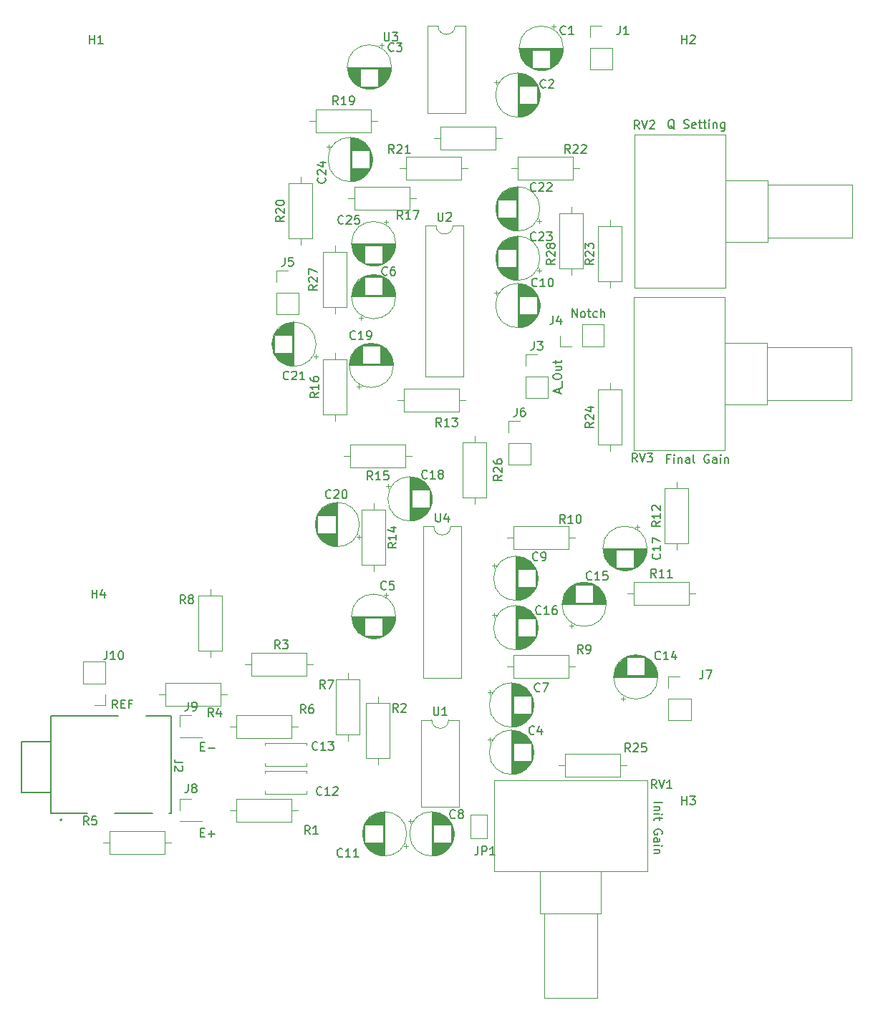
<source format=gbr>
%TF.GenerationSoftware,KiCad,Pcbnew,8.0.4*%
%TF.CreationDate,2025-08-20T08:41:13+03:00*%
%TF.ProjectId,EEG_PCB,4545475f-5043-4422-9e6b-696361645f70,rev?*%
%TF.SameCoordinates,Original*%
%TF.FileFunction,Legend,Top*%
%TF.FilePolarity,Positive*%
%FSLAX46Y46*%
G04 Gerber Fmt 4.6, Leading zero omitted, Abs format (unit mm)*
G04 Created by KiCad (PCBNEW 8.0.4) date 2025-08-20 08:41:13*
%MOMM*%
%LPD*%
G01*
G04 APERTURE LIST*
%ADD10C,0.200000*%
%ADD11C,0.150000*%
%ADD12C,0.120000*%
%ADD13C,0.127000*%
G04 APERTURE END LIST*
D10*
X210952780Y-137021673D02*
X211952780Y-137021673D01*
X211619447Y-137497863D02*
X210952780Y-137497863D01*
X211524209Y-137497863D02*
X211571828Y-137545482D01*
X211571828Y-137545482D02*
X211619447Y-137640720D01*
X211619447Y-137640720D02*
X211619447Y-137783577D01*
X211619447Y-137783577D02*
X211571828Y-137878815D01*
X211571828Y-137878815D02*
X211476590Y-137926434D01*
X211476590Y-137926434D02*
X210952780Y-137926434D01*
X210952780Y-138402625D02*
X211619447Y-138402625D01*
X211952780Y-138402625D02*
X211905161Y-138355006D01*
X211905161Y-138355006D02*
X211857542Y-138402625D01*
X211857542Y-138402625D02*
X211905161Y-138450244D01*
X211905161Y-138450244D02*
X211952780Y-138402625D01*
X211952780Y-138402625D02*
X211857542Y-138402625D01*
X211619447Y-138735958D02*
X211619447Y-139116910D01*
X211952780Y-138878815D02*
X211095638Y-138878815D01*
X211095638Y-138878815D02*
X211000400Y-138926434D01*
X211000400Y-138926434D02*
X210952780Y-139021672D01*
X210952780Y-139021672D02*
X210952780Y-139116910D01*
X211905161Y-140735958D02*
X211952780Y-140640720D01*
X211952780Y-140640720D02*
X211952780Y-140497863D01*
X211952780Y-140497863D02*
X211905161Y-140355006D01*
X211905161Y-140355006D02*
X211809923Y-140259768D01*
X211809923Y-140259768D02*
X211714685Y-140212149D01*
X211714685Y-140212149D02*
X211524209Y-140164530D01*
X211524209Y-140164530D02*
X211381352Y-140164530D01*
X211381352Y-140164530D02*
X211190876Y-140212149D01*
X211190876Y-140212149D02*
X211095638Y-140259768D01*
X211095638Y-140259768D02*
X211000400Y-140355006D01*
X211000400Y-140355006D02*
X210952780Y-140497863D01*
X210952780Y-140497863D02*
X210952780Y-140593101D01*
X210952780Y-140593101D02*
X211000400Y-140735958D01*
X211000400Y-140735958D02*
X211048019Y-140783577D01*
X211048019Y-140783577D02*
X211381352Y-140783577D01*
X211381352Y-140783577D02*
X211381352Y-140593101D01*
X210952780Y-141640720D02*
X211476590Y-141640720D01*
X211476590Y-141640720D02*
X211571828Y-141593101D01*
X211571828Y-141593101D02*
X211619447Y-141497863D01*
X211619447Y-141497863D02*
X211619447Y-141307387D01*
X211619447Y-141307387D02*
X211571828Y-141212149D01*
X211000400Y-141640720D02*
X210952780Y-141545482D01*
X210952780Y-141545482D02*
X210952780Y-141307387D01*
X210952780Y-141307387D02*
X211000400Y-141212149D01*
X211000400Y-141212149D02*
X211095638Y-141164530D01*
X211095638Y-141164530D02*
X211190876Y-141164530D01*
X211190876Y-141164530D02*
X211286114Y-141212149D01*
X211286114Y-141212149D02*
X211333733Y-141307387D01*
X211333733Y-141307387D02*
X211333733Y-141545482D01*
X211333733Y-141545482D02*
X211381352Y-141640720D01*
X210952780Y-142116911D02*
X211619447Y-142116911D01*
X211952780Y-142116911D02*
X211905161Y-142069292D01*
X211905161Y-142069292D02*
X211857542Y-142116911D01*
X211857542Y-142116911D02*
X211905161Y-142164530D01*
X211905161Y-142164530D02*
X211952780Y-142116911D01*
X211952780Y-142116911D02*
X211857542Y-142116911D01*
X211619447Y-142593101D02*
X210952780Y-142593101D01*
X211524209Y-142593101D02*
X211571828Y-142640720D01*
X211571828Y-142640720D02*
X211619447Y-142735958D01*
X211619447Y-142735958D02*
X211619447Y-142878815D01*
X211619447Y-142878815D02*
X211571828Y-142974053D01*
X211571828Y-142974053D02*
X211476590Y-143021672D01*
X211476590Y-143021672D02*
X210952780Y-143021672D01*
X157341673Y-130407409D02*
X157675006Y-130407409D01*
X157817863Y-130931219D02*
X157341673Y-130931219D01*
X157341673Y-130931219D02*
X157341673Y-129931219D01*
X157341673Y-129931219D02*
X157817863Y-129931219D01*
X158246435Y-130550266D02*
X159008340Y-130550266D01*
X212817006Y-96337409D02*
X212483673Y-96337409D01*
X212483673Y-96861219D02*
X212483673Y-95861219D01*
X212483673Y-95861219D02*
X212959863Y-95861219D01*
X213340816Y-96861219D02*
X213340816Y-96194552D01*
X213340816Y-95861219D02*
X213293197Y-95908838D01*
X213293197Y-95908838D02*
X213340816Y-95956457D01*
X213340816Y-95956457D02*
X213388435Y-95908838D01*
X213388435Y-95908838D02*
X213340816Y-95861219D01*
X213340816Y-95861219D02*
X213340816Y-95956457D01*
X213817006Y-96194552D02*
X213817006Y-96861219D01*
X213817006Y-96289790D02*
X213864625Y-96242171D01*
X213864625Y-96242171D02*
X213959863Y-96194552D01*
X213959863Y-96194552D02*
X214102720Y-96194552D01*
X214102720Y-96194552D02*
X214197958Y-96242171D01*
X214197958Y-96242171D02*
X214245577Y-96337409D01*
X214245577Y-96337409D02*
X214245577Y-96861219D01*
X215150339Y-96861219D02*
X215150339Y-96337409D01*
X215150339Y-96337409D02*
X215102720Y-96242171D01*
X215102720Y-96242171D02*
X215007482Y-96194552D01*
X215007482Y-96194552D02*
X214817006Y-96194552D01*
X214817006Y-96194552D02*
X214721768Y-96242171D01*
X215150339Y-96813600D02*
X215055101Y-96861219D01*
X215055101Y-96861219D02*
X214817006Y-96861219D01*
X214817006Y-96861219D02*
X214721768Y-96813600D01*
X214721768Y-96813600D02*
X214674149Y-96718361D01*
X214674149Y-96718361D02*
X214674149Y-96623123D01*
X214674149Y-96623123D02*
X214721768Y-96527885D01*
X214721768Y-96527885D02*
X214817006Y-96480266D01*
X214817006Y-96480266D02*
X215055101Y-96480266D01*
X215055101Y-96480266D02*
X215150339Y-96432647D01*
X215769387Y-96861219D02*
X215674149Y-96813600D01*
X215674149Y-96813600D02*
X215626530Y-96718361D01*
X215626530Y-96718361D02*
X215626530Y-95861219D01*
X217436054Y-95908838D02*
X217340816Y-95861219D01*
X217340816Y-95861219D02*
X217197959Y-95861219D01*
X217197959Y-95861219D02*
X217055102Y-95908838D01*
X217055102Y-95908838D02*
X216959864Y-96004076D01*
X216959864Y-96004076D02*
X216912245Y-96099314D01*
X216912245Y-96099314D02*
X216864626Y-96289790D01*
X216864626Y-96289790D02*
X216864626Y-96432647D01*
X216864626Y-96432647D02*
X216912245Y-96623123D01*
X216912245Y-96623123D02*
X216959864Y-96718361D01*
X216959864Y-96718361D02*
X217055102Y-96813600D01*
X217055102Y-96813600D02*
X217197959Y-96861219D01*
X217197959Y-96861219D02*
X217293197Y-96861219D01*
X217293197Y-96861219D02*
X217436054Y-96813600D01*
X217436054Y-96813600D02*
X217483673Y-96765980D01*
X217483673Y-96765980D02*
X217483673Y-96432647D01*
X217483673Y-96432647D02*
X217293197Y-96432647D01*
X218340816Y-96861219D02*
X218340816Y-96337409D01*
X218340816Y-96337409D02*
X218293197Y-96242171D01*
X218293197Y-96242171D02*
X218197959Y-96194552D01*
X218197959Y-96194552D02*
X218007483Y-96194552D01*
X218007483Y-96194552D02*
X217912245Y-96242171D01*
X218340816Y-96813600D02*
X218245578Y-96861219D01*
X218245578Y-96861219D02*
X218007483Y-96861219D01*
X218007483Y-96861219D02*
X217912245Y-96813600D01*
X217912245Y-96813600D02*
X217864626Y-96718361D01*
X217864626Y-96718361D02*
X217864626Y-96623123D01*
X217864626Y-96623123D02*
X217912245Y-96527885D01*
X217912245Y-96527885D02*
X218007483Y-96480266D01*
X218007483Y-96480266D02*
X218245578Y-96480266D01*
X218245578Y-96480266D02*
X218340816Y-96432647D01*
X218817007Y-96861219D02*
X218817007Y-96194552D01*
X218817007Y-95861219D02*
X218769388Y-95908838D01*
X218769388Y-95908838D02*
X218817007Y-95956457D01*
X218817007Y-95956457D02*
X218864626Y-95908838D01*
X218864626Y-95908838D02*
X218817007Y-95861219D01*
X218817007Y-95861219D02*
X218817007Y-95956457D01*
X219293197Y-96194552D02*
X219293197Y-96861219D01*
X219293197Y-96289790D02*
X219340816Y-96242171D01*
X219340816Y-96242171D02*
X219436054Y-96194552D01*
X219436054Y-96194552D02*
X219578911Y-96194552D01*
X219578911Y-96194552D02*
X219674149Y-96242171D01*
X219674149Y-96242171D02*
X219721768Y-96337409D01*
X219721768Y-96337409D02*
X219721768Y-96861219D01*
X157341673Y-140567409D02*
X157675006Y-140567409D01*
X157817863Y-141091219D02*
X157341673Y-141091219D01*
X157341673Y-141091219D02*
X157341673Y-140091219D01*
X157341673Y-140091219D02*
X157817863Y-140091219D01*
X158246435Y-140710266D02*
X159008340Y-140710266D01*
X158627387Y-141091219D02*
X158627387Y-140329314D01*
X213380339Y-57366457D02*
X213285101Y-57318838D01*
X213285101Y-57318838D02*
X213189863Y-57223600D01*
X213189863Y-57223600D02*
X213047006Y-57080742D01*
X213047006Y-57080742D02*
X212951768Y-57033123D01*
X212951768Y-57033123D02*
X212856530Y-57033123D01*
X212904149Y-57271219D02*
X212808911Y-57223600D01*
X212808911Y-57223600D02*
X212713673Y-57128361D01*
X212713673Y-57128361D02*
X212666054Y-56937885D01*
X212666054Y-56937885D02*
X212666054Y-56604552D01*
X212666054Y-56604552D02*
X212713673Y-56414076D01*
X212713673Y-56414076D02*
X212808911Y-56318838D01*
X212808911Y-56318838D02*
X212904149Y-56271219D01*
X212904149Y-56271219D02*
X213094625Y-56271219D01*
X213094625Y-56271219D02*
X213189863Y-56318838D01*
X213189863Y-56318838D02*
X213285101Y-56414076D01*
X213285101Y-56414076D02*
X213332720Y-56604552D01*
X213332720Y-56604552D02*
X213332720Y-56937885D01*
X213332720Y-56937885D02*
X213285101Y-57128361D01*
X213285101Y-57128361D02*
X213189863Y-57223600D01*
X213189863Y-57223600D02*
X213094625Y-57271219D01*
X213094625Y-57271219D02*
X212904149Y-57271219D01*
X214475578Y-57223600D02*
X214618435Y-57271219D01*
X214618435Y-57271219D02*
X214856530Y-57271219D01*
X214856530Y-57271219D02*
X214951768Y-57223600D01*
X214951768Y-57223600D02*
X214999387Y-57175980D01*
X214999387Y-57175980D02*
X215047006Y-57080742D01*
X215047006Y-57080742D02*
X215047006Y-56985504D01*
X215047006Y-56985504D02*
X214999387Y-56890266D01*
X214999387Y-56890266D02*
X214951768Y-56842647D01*
X214951768Y-56842647D02*
X214856530Y-56795028D01*
X214856530Y-56795028D02*
X214666054Y-56747409D01*
X214666054Y-56747409D02*
X214570816Y-56699790D01*
X214570816Y-56699790D02*
X214523197Y-56652171D01*
X214523197Y-56652171D02*
X214475578Y-56556933D01*
X214475578Y-56556933D02*
X214475578Y-56461695D01*
X214475578Y-56461695D02*
X214523197Y-56366457D01*
X214523197Y-56366457D02*
X214570816Y-56318838D01*
X214570816Y-56318838D02*
X214666054Y-56271219D01*
X214666054Y-56271219D02*
X214904149Y-56271219D01*
X214904149Y-56271219D02*
X215047006Y-56318838D01*
X215856530Y-57223600D02*
X215761292Y-57271219D01*
X215761292Y-57271219D02*
X215570816Y-57271219D01*
X215570816Y-57271219D02*
X215475578Y-57223600D01*
X215475578Y-57223600D02*
X215427959Y-57128361D01*
X215427959Y-57128361D02*
X215427959Y-56747409D01*
X215427959Y-56747409D02*
X215475578Y-56652171D01*
X215475578Y-56652171D02*
X215570816Y-56604552D01*
X215570816Y-56604552D02*
X215761292Y-56604552D01*
X215761292Y-56604552D02*
X215856530Y-56652171D01*
X215856530Y-56652171D02*
X215904149Y-56747409D01*
X215904149Y-56747409D02*
X215904149Y-56842647D01*
X215904149Y-56842647D02*
X215427959Y-56937885D01*
X216189864Y-56604552D02*
X216570816Y-56604552D01*
X216332721Y-56271219D02*
X216332721Y-57128361D01*
X216332721Y-57128361D02*
X216380340Y-57223600D01*
X216380340Y-57223600D02*
X216475578Y-57271219D01*
X216475578Y-57271219D02*
X216570816Y-57271219D01*
X216761293Y-56604552D02*
X217142245Y-56604552D01*
X216904150Y-56271219D02*
X216904150Y-57128361D01*
X216904150Y-57128361D02*
X216951769Y-57223600D01*
X216951769Y-57223600D02*
X217047007Y-57271219D01*
X217047007Y-57271219D02*
X217142245Y-57271219D01*
X217475579Y-57271219D02*
X217475579Y-56604552D01*
X217475579Y-56271219D02*
X217427960Y-56318838D01*
X217427960Y-56318838D02*
X217475579Y-56366457D01*
X217475579Y-56366457D02*
X217523198Y-56318838D01*
X217523198Y-56318838D02*
X217475579Y-56271219D01*
X217475579Y-56271219D02*
X217475579Y-56366457D01*
X217951769Y-56604552D02*
X217951769Y-57271219D01*
X217951769Y-56699790D02*
X217999388Y-56652171D01*
X217999388Y-56652171D02*
X218094626Y-56604552D01*
X218094626Y-56604552D02*
X218237483Y-56604552D01*
X218237483Y-56604552D02*
X218332721Y-56652171D01*
X218332721Y-56652171D02*
X218380340Y-56747409D01*
X218380340Y-56747409D02*
X218380340Y-57271219D01*
X219285102Y-56604552D02*
X219285102Y-57414076D01*
X219285102Y-57414076D02*
X219237483Y-57509314D01*
X219237483Y-57509314D02*
X219189864Y-57556933D01*
X219189864Y-57556933D02*
X219094626Y-57604552D01*
X219094626Y-57604552D02*
X218951769Y-57604552D01*
X218951769Y-57604552D02*
X218856531Y-57556933D01*
X219285102Y-57223600D02*
X219189864Y-57271219D01*
X219189864Y-57271219D02*
X218999388Y-57271219D01*
X218999388Y-57271219D02*
X218904150Y-57223600D01*
X218904150Y-57223600D02*
X218856531Y-57175980D01*
X218856531Y-57175980D02*
X218808912Y-57080742D01*
X218808912Y-57080742D02*
X218808912Y-56795028D01*
X218808912Y-56795028D02*
X218856531Y-56699790D01*
X218856531Y-56699790D02*
X218904150Y-56652171D01*
X218904150Y-56652171D02*
X218999388Y-56604552D01*
X218999388Y-56604552D02*
X219189864Y-56604552D01*
X219189864Y-56604552D02*
X219285102Y-56652171D01*
X201283673Y-79623219D02*
X201283673Y-78623219D01*
X201283673Y-78623219D02*
X201855101Y-79623219D01*
X201855101Y-79623219D02*
X201855101Y-78623219D01*
X202474149Y-79623219D02*
X202378911Y-79575600D01*
X202378911Y-79575600D02*
X202331292Y-79527980D01*
X202331292Y-79527980D02*
X202283673Y-79432742D01*
X202283673Y-79432742D02*
X202283673Y-79147028D01*
X202283673Y-79147028D02*
X202331292Y-79051790D01*
X202331292Y-79051790D02*
X202378911Y-79004171D01*
X202378911Y-79004171D02*
X202474149Y-78956552D01*
X202474149Y-78956552D02*
X202617006Y-78956552D01*
X202617006Y-78956552D02*
X202712244Y-79004171D01*
X202712244Y-79004171D02*
X202759863Y-79051790D01*
X202759863Y-79051790D02*
X202807482Y-79147028D01*
X202807482Y-79147028D02*
X202807482Y-79432742D01*
X202807482Y-79432742D02*
X202759863Y-79527980D01*
X202759863Y-79527980D02*
X202712244Y-79575600D01*
X202712244Y-79575600D02*
X202617006Y-79623219D01*
X202617006Y-79623219D02*
X202474149Y-79623219D01*
X203093197Y-78956552D02*
X203474149Y-78956552D01*
X203236054Y-78623219D02*
X203236054Y-79480361D01*
X203236054Y-79480361D02*
X203283673Y-79575600D01*
X203283673Y-79575600D02*
X203378911Y-79623219D01*
X203378911Y-79623219D02*
X203474149Y-79623219D01*
X204236054Y-79575600D02*
X204140816Y-79623219D01*
X204140816Y-79623219D02*
X203950340Y-79623219D01*
X203950340Y-79623219D02*
X203855102Y-79575600D01*
X203855102Y-79575600D02*
X203807483Y-79527980D01*
X203807483Y-79527980D02*
X203759864Y-79432742D01*
X203759864Y-79432742D02*
X203759864Y-79147028D01*
X203759864Y-79147028D02*
X203807483Y-79051790D01*
X203807483Y-79051790D02*
X203855102Y-79004171D01*
X203855102Y-79004171D02*
X203950340Y-78956552D01*
X203950340Y-78956552D02*
X204140816Y-78956552D01*
X204140816Y-78956552D02*
X204236054Y-79004171D01*
X204664626Y-79623219D02*
X204664626Y-78623219D01*
X205093197Y-79623219D02*
X205093197Y-79099409D01*
X205093197Y-79099409D02*
X205045578Y-79004171D01*
X205045578Y-79004171D02*
X204950340Y-78956552D01*
X204950340Y-78956552D02*
X204807483Y-78956552D01*
X204807483Y-78956552D02*
X204712245Y-79004171D01*
X204712245Y-79004171D02*
X204664626Y-79051790D01*
X199733504Y-88577945D02*
X199733504Y-88101755D01*
X200019219Y-88673183D02*
X199019219Y-88339850D01*
X199019219Y-88339850D02*
X200019219Y-88006517D01*
X200114457Y-87911279D02*
X200114457Y-87149374D01*
X199019219Y-86720802D02*
X199019219Y-86530326D01*
X199019219Y-86530326D02*
X199066838Y-86435088D01*
X199066838Y-86435088D02*
X199162076Y-86339850D01*
X199162076Y-86339850D02*
X199352552Y-86292231D01*
X199352552Y-86292231D02*
X199685885Y-86292231D01*
X199685885Y-86292231D02*
X199876361Y-86339850D01*
X199876361Y-86339850D02*
X199971600Y-86435088D01*
X199971600Y-86435088D02*
X200019219Y-86530326D01*
X200019219Y-86530326D02*
X200019219Y-86720802D01*
X200019219Y-86720802D02*
X199971600Y-86816040D01*
X199971600Y-86816040D02*
X199876361Y-86911278D01*
X199876361Y-86911278D02*
X199685885Y-86958897D01*
X199685885Y-86958897D02*
X199352552Y-86958897D01*
X199352552Y-86958897D02*
X199162076Y-86911278D01*
X199162076Y-86911278D02*
X199066838Y-86816040D01*
X199066838Y-86816040D02*
X199019219Y-86720802D01*
X199352552Y-85435088D02*
X200019219Y-85435088D01*
X199352552Y-85863659D02*
X199876361Y-85863659D01*
X199876361Y-85863659D02*
X199971600Y-85816040D01*
X199971600Y-85816040D02*
X200019219Y-85720802D01*
X200019219Y-85720802D02*
X200019219Y-85577945D01*
X200019219Y-85577945D02*
X199971600Y-85482707D01*
X199971600Y-85482707D02*
X199923980Y-85435088D01*
X199352552Y-85101754D02*
X199352552Y-84720802D01*
X199019219Y-84958897D02*
X199876361Y-84958897D01*
X199876361Y-84958897D02*
X199971600Y-84911278D01*
X199971600Y-84911278D02*
X200019219Y-84816040D01*
X200019219Y-84816040D02*
X200019219Y-84720802D01*
X147521101Y-125873219D02*
X147187768Y-125397028D01*
X146949673Y-125873219D02*
X146949673Y-124873219D01*
X146949673Y-124873219D02*
X147330625Y-124873219D01*
X147330625Y-124873219D02*
X147425863Y-124920838D01*
X147425863Y-124920838D02*
X147473482Y-124968457D01*
X147473482Y-124968457D02*
X147521101Y-125063695D01*
X147521101Y-125063695D02*
X147521101Y-125206552D01*
X147521101Y-125206552D02*
X147473482Y-125301790D01*
X147473482Y-125301790D02*
X147425863Y-125349409D01*
X147425863Y-125349409D02*
X147330625Y-125397028D01*
X147330625Y-125397028D02*
X146949673Y-125397028D01*
X147949673Y-125349409D02*
X148283006Y-125349409D01*
X148425863Y-125873219D02*
X147949673Y-125873219D01*
X147949673Y-125873219D02*
X147949673Y-124873219D01*
X147949673Y-124873219D02*
X148425863Y-124873219D01*
X149187768Y-125349409D02*
X148854435Y-125349409D01*
X148854435Y-125873219D02*
X148854435Y-124873219D01*
X148854435Y-124873219D02*
X149330625Y-124873219D01*
D11*
X198122333Y-52404692D02*
X198074714Y-52452312D01*
X198074714Y-52452312D02*
X197931857Y-52499931D01*
X197931857Y-52499931D02*
X197836619Y-52499931D01*
X197836619Y-52499931D02*
X197693762Y-52452312D01*
X197693762Y-52452312D02*
X197598524Y-52357073D01*
X197598524Y-52357073D02*
X197550905Y-52261835D01*
X197550905Y-52261835D02*
X197503286Y-52071359D01*
X197503286Y-52071359D02*
X197503286Y-51928502D01*
X197503286Y-51928502D02*
X197550905Y-51738026D01*
X197550905Y-51738026D02*
X197598524Y-51642788D01*
X197598524Y-51642788D02*
X197693762Y-51547550D01*
X197693762Y-51547550D02*
X197836619Y-51499931D01*
X197836619Y-51499931D02*
X197931857Y-51499931D01*
X197931857Y-51499931D02*
X198074714Y-51547550D01*
X198074714Y-51547550D02*
X198122333Y-51595169D01*
X198503286Y-51595169D02*
X198550905Y-51547550D01*
X198550905Y-51547550D02*
X198646143Y-51499931D01*
X198646143Y-51499931D02*
X198884238Y-51499931D01*
X198884238Y-51499931D02*
X198979476Y-51547550D01*
X198979476Y-51547550D02*
X199027095Y-51595169D01*
X199027095Y-51595169D02*
X199074714Y-51690407D01*
X199074714Y-51690407D02*
X199074714Y-51785645D01*
X199074714Y-51785645D02*
X199027095Y-51928502D01*
X199027095Y-51928502D02*
X198455667Y-52499931D01*
X198455667Y-52499931D02*
X199074714Y-52499931D01*
X169759333Y-126438819D02*
X169426000Y-125962628D01*
X169187905Y-126438819D02*
X169187905Y-125438819D01*
X169187905Y-125438819D02*
X169568857Y-125438819D01*
X169568857Y-125438819D02*
X169664095Y-125486438D01*
X169664095Y-125486438D02*
X169711714Y-125534057D01*
X169711714Y-125534057D02*
X169759333Y-125629295D01*
X169759333Y-125629295D02*
X169759333Y-125772152D01*
X169759333Y-125772152D02*
X169711714Y-125867390D01*
X169711714Y-125867390D02*
X169664095Y-125915009D01*
X169664095Y-125915009D02*
X169568857Y-125962628D01*
X169568857Y-125962628D02*
X169187905Y-125962628D01*
X170616476Y-125438819D02*
X170426000Y-125438819D01*
X170426000Y-125438819D02*
X170330762Y-125486438D01*
X170330762Y-125486438D02*
X170283143Y-125534057D01*
X170283143Y-125534057D02*
X170187905Y-125676914D01*
X170187905Y-125676914D02*
X170140286Y-125867390D01*
X170140286Y-125867390D02*
X170140286Y-126248342D01*
X170140286Y-126248342D02*
X170187905Y-126343580D01*
X170187905Y-126343580D02*
X170235524Y-126391200D01*
X170235524Y-126391200D02*
X170330762Y-126438819D01*
X170330762Y-126438819D02*
X170521238Y-126438819D01*
X170521238Y-126438819D02*
X170616476Y-126391200D01*
X170616476Y-126391200D02*
X170664095Y-126343580D01*
X170664095Y-126343580D02*
X170711714Y-126248342D01*
X170711714Y-126248342D02*
X170711714Y-126010247D01*
X170711714Y-126010247D02*
X170664095Y-125915009D01*
X170664095Y-125915009D02*
X170616476Y-125867390D01*
X170616476Y-125867390D02*
X170521238Y-125819771D01*
X170521238Y-125819771D02*
X170330762Y-125819771D01*
X170330762Y-125819771D02*
X170235524Y-125867390D01*
X170235524Y-125867390D02*
X170187905Y-125915009D01*
X170187905Y-125915009D02*
X170140286Y-126010247D01*
X179411333Y-74564293D02*
X179363714Y-74611913D01*
X179363714Y-74611913D02*
X179220857Y-74659532D01*
X179220857Y-74659532D02*
X179125619Y-74659532D01*
X179125619Y-74659532D02*
X178982762Y-74611913D01*
X178982762Y-74611913D02*
X178887524Y-74516674D01*
X178887524Y-74516674D02*
X178839905Y-74421436D01*
X178839905Y-74421436D02*
X178792286Y-74230960D01*
X178792286Y-74230960D02*
X178792286Y-74088103D01*
X178792286Y-74088103D02*
X178839905Y-73897627D01*
X178839905Y-73897627D02*
X178887524Y-73802389D01*
X178887524Y-73802389D02*
X178982762Y-73707151D01*
X178982762Y-73707151D02*
X179125619Y-73659532D01*
X179125619Y-73659532D02*
X179220857Y-73659532D01*
X179220857Y-73659532D02*
X179363714Y-73707151D01*
X179363714Y-73707151D02*
X179411333Y-73754770D01*
X180268476Y-73659532D02*
X180078000Y-73659532D01*
X180078000Y-73659532D02*
X179982762Y-73707151D01*
X179982762Y-73707151D02*
X179935143Y-73754770D01*
X179935143Y-73754770D02*
X179839905Y-73897627D01*
X179839905Y-73897627D02*
X179792286Y-74088103D01*
X179792286Y-74088103D02*
X179792286Y-74469055D01*
X179792286Y-74469055D02*
X179839905Y-74564293D01*
X179839905Y-74564293D02*
X179887524Y-74611913D01*
X179887524Y-74611913D02*
X179982762Y-74659532D01*
X179982762Y-74659532D02*
X180173238Y-74659532D01*
X180173238Y-74659532D02*
X180268476Y-74611913D01*
X180268476Y-74611913D02*
X180316095Y-74564293D01*
X180316095Y-74564293D02*
X180363714Y-74469055D01*
X180363714Y-74469055D02*
X180363714Y-74230960D01*
X180363714Y-74230960D02*
X180316095Y-74135722D01*
X180316095Y-74135722D02*
X180268476Y-74088103D01*
X180268476Y-74088103D02*
X180173238Y-74040484D01*
X180173238Y-74040484D02*
X179982762Y-74040484D01*
X179982762Y-74040484D02*
X179887524Y-74088103D01*
X179887524Y-74088103D02*
X179839905Y-74135722D01*
X179839905Y-74135722D02*
X179792286Y-74230960D01*
X180205142Y-60195619D02*
X179871809Y-59719428D01*
X179633714Y-60195619D02*
X179633714Y-59195619D01*
X179633714Y-59195619D02*
X180014666Y-59195619D01*
X180014666Y-59195619D02*
X180109904Y-59243238D01*
X180109904Y-59243238D02*
X180157523Y-59290857D01*
X180157523Y-59290857D02*
X180205142Y-59386095D01*
X180205142Y-59386095D02*
X180205142Y-59528952D01*
X180205142Y-59528952D02*
X180157523Y-59624190D01*
X180157523Y-59624190D02*
X180109904Y-59671809D01*
X180109904Y-59671809D02*
X180014666Y-59719428D01*
X180014666Y-59719428D02*
X179633714Y-59719428D01*
X180586095Y-59290857D02*
X180633714Y-59243238D01*
X180633714Y-59243238D02*
X180728952Y-59195619D01*
X180728952Y-59195619D02*
X180967047Y-59195619D01*
X180967047Y-59195619D02*
X181062285Y-59243238D01*
X181062285Y-59243238D02*
X181109904Y-59290857D01*
X181109904Y-59290857D02*
X181157523Y-59386095D01*
X181157523Y-59386095D02*
X181157523Y-59481333D01*
X181157523Y-59481333D02*
X181109904Y-59624190D01*
X181109904Y-59624190D02*
X180538476Y-60195619D01*
X180538476Y-60195619D02*
X181157523Y-60195619D01*
X182109904Y-60195619D02*
X181538476Y-60195619D01*
X181824190Y-60195619D02*
X181824190Y-59195619D01*
X181824190Y-59195619D02*
X181728952Y-59338476D01*
X181728952Y-59338476D02*
X181633714Y-59433714D01*
X181633714Y-59433714D02*
X181538476Y-59481333D01*
X179284333Y-111738580D02*
X179236714Y-111786200D01*
X179236714Y-111786200D02*
X179093857Y-111833819D01*
X179093857Y-111833819D02*
X178998619Y-111833819D01*
X178998619Y-111833819D02*
X178855762Y-111786200D01*
X178855762Y-111786200D02*
X178760524Y-111690961D01*
X178760524Y-111690961D02*
X178712905Y-111595723D01*
X178712905Y-111595723D02*
X178665286Y-111405247D01*
X178665286Y-111405247D02*
X178665286Y-111262390D01*
X178665286Y-111262390D02*
X178712905Y-111071914D01*
X178712905Y-111071914D02*
X178760524Y-110976676D01*
X178760524Y-110976676D02*
X178855762Y-110881438D01*
X178855762Y-110881438D02*
X178998619Y-110833819D01*
X178998619Y-110833819D02*
X179093857Y-110833819D01*
X179093857Y-110833819D02*
X179236714Y-110881438D01*
X179236714Y-110881438D02*
X179284333Y-110929057D01*
X180189095Y-110833819D02*
X179712905Y-110833819D01*
X179712905Y-110833819D02*
X179665286Y-111310009D01*
X179665286Y-111310009D02*
X179712905Y-111262390D01*
X179712905Y-111262390D02*
X179808143Y-111214771D01*
X179808143Y-111214771D02*
X180046238Y-111214771D01*
X180046238Y-111214771D02*
X180141476Y-111262390D01*
X180141476Y-111262390D02*
X180189095Y-111310009D01*
X180189095Y-111310009D02*
X180236714Y-111405247D01*
X180236714Y-111405247D02*
X180236714Y-111643342D01*
X180236714Y-111643342D02*
X180189095Y-111738580D01*
X180189095Y-111738580D02*
X180141476Y-111786200D01*
X180141476Y-111786200D02*
X180046238Y-111833819D01*
X180046238Y-111833819D02*
X179808143Y-111833819D01*
X179808143Y-111833819D02*
X179712905Y-111786200D01*
X179712905Y-111786200D02*
X179665286Y-111738580D01*
X211701142Y-120018467D02*
X211653523Y-120066087D01*
X211653523Y-120066087D02*
X211510666Y-120113706D01*
X211510666Y-120113706D02*
X211415428Y-120113706D01*
X211415428Y-120113706D02*
X211272571Y-120066087D01*
X211272571Y-120066087D02*
X211177333Y-119970848D01*
X211177333Y-119970848D02*
X211129714Y-119875610D01*
X211129714Y-119875610D02*
X211082095Y-119685134D01*
X211082095Y-119685134D02*
X211082095Y-119542277D01*
X211082095Y-119542277D02*
X211129714Y-119351801D01*
X211129714Y-119351801D02*
X211177333Y-119256563D01*
X211177333Y-119256563D02*
X211272571Y-119161325D01*
X211272571Y-119161325D02*
X211415428Y-119113706D01*
X211415428Y-119113706D02*
X211510666Y-119113706D01*
X211510666Y-119113706D02*
X211653523Y-119161325D01*
X211653523Y-119161325D02*
X211701142Y-119208944D01*
X212653523Y-120113706D02*
X212082095Y-120113706D01*
X212367809Y-120113706D02*
X212367809Y-119113706D01*
X212367809Y-119113706D02*
X212272571Y-119256563D01*
X212272571Y-119256563D02*
X212177333Y-119351801D01*
X212177333Y-119351801D02*
X212082095Y-119399420D01*
X213510666Y-119447039D02*
X213510666Y-120113706D01*
X213272571Y-119066087D02*
X213034476Y-119780372D01*
X213034476Y-119780372D02*
X213653523Y-119780372D01*
X171312819Y-88526857D02*
X170836628Y-88860190D01*
X171312819Y-89098285D02*
X170312819Y-89098285D01*
X170312819Y-89098285D02*
X170312819Y-88717333D01*
X170312819Y-88717333D02*
X170360438Y-88622095D01*
X170360438Y-88622095D02*
X170408057Y-88574476D01*
X170408057Y-88574476D02*
X170503295Y-88526857D01*
X170503295Y-88526857D02*
X170646152Y-88526857D01*
X170646152Y-88526857D02*
X170741390Y-88574476D01*
X170741390Y-88574476D02*
X170789009Y-88622095D01*
X170789009Y-88622095D02*
X170836628Y-88717333D01*
X170836628Y-88717333D02*
X170836628Y-89098285D01*
X171312819Y-87574476D02*
X171312819Y-88145904D01*
X171312819Y-87860190D02*
X170312819Y-87860190D01*
X170312819Y-87860190D02*
X170455676Y-87955428D01*
X170455676Y-87955428D02*
X170550914Y-88050666D01*
X170550914Y-88050666D02*
X170598533Y-88145904D01*
X170312819Y-86717333D02*
X170312819Y-86907809D01*
X170312819Y-86907809D02*
X170360438Y-87003047D01*
X170360438Y-87003047D02*
X170408057Y-87050666D01*
X170408057Y-87050666D02*
X170550914Y-87145904D01*
X170550914Y-87145904D02*
X170741390Y-87193523D01*
X170741390Y-87193523D02*
X171122342Y-87193523D01*
X171122342Y-87193523D02*
X171217580Y-87145904D01*
X171217580Y-87145904D02*
X171265200Y-87098285D01*
X171265200Y-87098285D02*
X171312819Y-87003047D01*
X171312819Y-87003047D02*
X171312819Y-86812571D01*
X171312819Y-86812571D02*
X171265200Y-86717333D01*
X171265200Y-86717333D02*
X171217580Y-86669714D01*
X171217580Y-86669714D02*
X171122342Y-86622095D01*
X171122342Y-86622095D02*
X170884247Y-86622095D01*
X170884247Y-86622095D02*
X170789009Y-86669714D01*
X170789009Y-86669714D02*
X170741390Y-86717333D01*
X170741390Y-86717333D02*
X170693771Y-86812571D01*
X170693771Y-86812571D02*
X170693771Y-87003047D01*
X170693771Y-87003047D02*
X170741390Y-87098285D01*
X170741390Y-87098285D02*
X170789009Y-87145904D01*
X170789009Y-87145904D02*
X170884247Y-87193523D01*
X211240761Y-135328819D02*
X210907428Y-134852628D01*
X210669333Y-135328819D02*
X210669333Y-134328819D01*
X210669333Y-134328819D02*
X211050285Y-134328819D01*
X211050285Y-134328819D02*
X211145523Y-134376438D01*
X211145523Y-134376438D02*
X211193142Y-134424057D01*
X211193142Y-134424057D02*
X211240761Y-134519295D01*
X211240761Y-134519295D02*
X211240761Y-134662152D01*
X211240761Y-134662152D02*
X211193142Y-134757390D01*
X211193142Y-134757390D02*
X211145523Y-134805009D01*
X211145523Y-134805009D02*
X211050285Y-134852628D01*
X211050285Y-134852628D02*
X210669333Y-134852628D01*
X211526476Y-134328819D02*
X211859809Y-135328819D01*
X211859809Y-135328819D02*
X212193142Y-134328819D01*
X213050285Y-135328819D02*
X212478857Y-135328819D01*
X212764571Y-135328819D02*
X212764571Y-134328819D01*
X212764571Y-134328819D02*
X212669333Y-134471676D01*
X212669333Y-134471676D02*
X212574095Y-134566914D01*
X212574095Y-134566914D02*
X212478857Y-134614533D01*
X185793142Y-92529819D02*
X185459809Y-92053628D01*
X185221714Y-92529819D02*
X185221714Y-91529819D01*
X185221714Y-91529819D02*
X185602666Y-91529819D01*
X185602666Y-91529819D02*
X185697904Y-91577438D01*
X185697904Y-91577438D02*
X185745523Y-91625057D01*
X185745523Y-91625057D02*
X185793142Y-91720295D01*
X185793142Y-91720295D02*
X185793142Y-91863152D01*
X185793142Y-91863152D02*
X185745523Y-91958390D01*
X185745523Y-91958390D02*
X185697904Y-92006009D01*
X185697904Y-92006009D02*
X185602666Y-92053628D01*
X185602666Y-92053628D02*
X185221714Y-92053628D01*
X186745523Y-92529819D02*
X186174095Y-92529819D01*
X186459809Y-92529819D02*
X186459809Y-91529819D01*
X186459809Y-91529819D02*
X186364571Y-91672676D01*
X186364571Y-91672676D02*
X186269333Y-91767914D01*
X186269333Y-91767914D02*
X186174095Y-91815533D01*
X187078857Y-91529819D02*
X187697904Y-91529819D01*
X187697904Y-91529819D02*
X187364571Y-91910771D01*
X187364571Y-91910771D02*
X187507428Y-91910771D01*
X187507428Y-91910771D02*
X187602666Y-91958390D01*
X187602666Y-91958390D02*
X187650285Y-92006009D01*
X187650285Y-92006009D02*
X187697904Y-92101247D01*
X187697904Y-92101247D02*
X187697904Y-92339342D01*
X187697904Y-92339342D02*
X187650285Y-92434580D01*
X187650285Y-92434580D02*
X187602666Y-92482200D01*
X187602666Y-92482200D02*
X187507428Y-92529819D01*
X187507428Y-92529819D02*
X187221714Y-92529819D01*
X187221714Y-92529819D02*
X187126476Y-92482200D01*
X187126476Y-92482200D02*
X187078857Y-92434580D01*
X155535333Y-113484819D02*
X155202000Y-113008628D01*
X154963905Y-113484819D02*
X154963905Y-112484819D01*
X154963905Y-112484819D02*
X155344857Y-112484819D01*
X155344857Y-112484819D02*
X155440095Y-112532438D01*
X155440095Y-112532438D02*
X155487714Y-112580057D01*
X155487714Y-112580057D02*
X155535333Y-112675295D01*
X155535333Y-112675295D02*
X155535333Y-112818152D01*
X155535333Y-112818152D02*
X155487714Y-112913390D01*
X155487714Y-112913390D02*
X155440095Y-112961009D01*
X155440095Y-112961009D02*
X155344857Y-113008628D01*
X155344857Y-113008628D02*
X154963905Y-113008628D01*
X156106762Y-112913390D02*
X156011524Y-112865771D01*
X156011524Y-112865771D02*
X155963905Y-112818152D01*
X155963905Y-112818152D02*
X155916286Y-112722914D01*
X155916286Y-112722914D02*
X155916286Y-112675295D01*
X155916286Y-112675295D02*
X155963905Y-112580057D01*
X155963905Y-112580057D02*
X156011524Y-112532438D01*
X156011524Y-112532438D02*
X156106762Y-112484819D01*
X156106762Y-112484819D02*
X156297238Y-112484819D01*
X156297238Y-112484819D02*
X156392476Y-112532438D01*
X156392476Y-112532438D02*
X156440095Y-112580057D01*
X156440095Y-112580057D02*
X156487714Y-112675295D01*
X156487714Y-112675295D02*
X156487714Y-112722914D01*
X156487714Y-112722914D02*
X156440095Y-112818152D01*
X156440095Y-112818152D02*
X156392476Y-112865771D01*
X156392476Y-112865771D02*
X156297238Y-112913390D01*
X156297238Y-112913390D02*
X156106762Y-112913390D01*
X156106762Y-112913390D02*
X156011524Y-112961009D01*
X156011524Y-112961009D02*
X155963905Y-113008628D01*
X155963905Y-113008628D02*
X155916286Y-113103866D01*
X155916286Y-113103866D02*
X155916286Y-113294342D01*
X155916286Y-113294342D02*
X155963905Y-113389580D01*
X155963905Y-113389580D02*
X156011524Y-113437200D01*
X156011524Y-113437200D02*
X156106762Y-113484819D01*
X156106762Y-113484819D02*
X156297238Y-113484819D01*
X156297238Y-113484819D02*
X156392476Y-113437200D01*
X156392476Y-113437200D02*
X156440095Y-113389580D01*
X156440095Y-113389580D02*
X156487714Y-113294342D01*
X156487714Y-113294342D02*
X156487714Y-113103866D01*
X156487714Y-113103866D02*
X156440095Y-113008628D01*
X156440095Y-113008628D02*
X156392476Y-112961009D01*
X156392476Y-112961009D02*
X156297238Y-112913390D01*
X211698819Y-103766857D02*
X211222628Y-104100190D01*
X211698819Y-104338285D02*
X210698819Y-104338285D01*
X210698819Y-104338285D02*
X210698819Y-103957333D01*
X210698819Y-103957333D02*
X210746438Y-103862095D01*
X210746438Y-103862095D02*
X210794057Y-103814476D01*
X210794057Y-103814476D02*
X210889295Y-103766857D01*
X210889295Y-103766857D02*
X211032152Y-103766857D01*
X211032152Y-103766857D02*
X211127390Y-103814476D01*
X211127390Y-103814476D02*
X211175009Y-103862095D01*
X211175009Y-103862095D02*
X211222628Y-103957333D01*
X211222628Y-103957333D02*
X211222628Y-104338285D01*
X211698819Y-102814476D02*
X211698819Y-103385904D01*
X211698819Y-103100190D02*
X210698819Y-103100190D01*
X210698819Y-103100190D02*
X210841676Y-103195428D01*
X210841676Y-103195428D02*
X210936914Y-103290666D01*
X210936914Y-103290666D02*
X210984533Y-103385904D01*
X210794057Y-102433523D02*
X210746438Y-102385904D01*
X210746438Y-102385904D02*
X210698819Y-102290666D01*
X210698819Y-102290666D02*
X210698819Y-102052571D01*
X210698819Y-102052571D02*
X210746438Y-101957333D01*
X210746438Y-101957333D02*
X210794057Y-101909714D01*
X210794057Y-101909714D02*
X210889295Y-101862095D01*
X210889295Y-101862095D02*
X210984533Y-101862095D01*
X210984533Y-101862095D02*
X211127390Y-101909714D01*
X211127390Y-101909714D02*
X211698819Y-102481142D01*
X211698819Y-102481142D02*
X211698819Y-101862095D01*
X214238095Y-47254819D02*
X214238095Y-46254819D01*
X214238095Y-46731009D02*
X214809523Y-46731009D01*
X214809523Y-47254819D02*
X214809523Y-46254819D01*
X215238095Y-46350057D02*
X215285714Y-46302438D01*
X215285714Y-46302438D02*
X215380952Y-46254819D01*
X215380952Y-46254819D02*
X215619047Y-46254819D01*
X215619047Y-46254819D02*
X215714285Y-46302438D01*
X215714285Y-46302438D02*
X215761904Y-46350057D01*
X215761904Y-46350057D02*
X215809523Y-46445295D01*
X215809523Y-46445295D02*
X215809523Y-46540533D01*
X215809523Y-46540533D02*
X215761904Y-46683390D01*
X215761904Y-46683390D02*
X215190476Y-47254819D01*
X215190476Y-47254819D02*
X215809523Y-47254819D01*
X199252819Y-72778857D02*
X198776628Y-73112190D01*
X199252819Y-73350285D02*
X198252819Y-73350285D01*
X198252819Y-73350285D02*
X198252819Y-72969333D01*
X198252819Y-72969333D02*
X198300438Y-72874095D01*
X198300438Y-72874095D02*
X198348057Y-72826476D01*
X198348057Y-72826476D02*
X198443295Y-72778857D01*
X198443295Y-72778857D02*
X198586152Y-72778857D01*
X198586152Y-72778857D02*
X198681390Y-72826476D01*
X198681390Y-72826476D02*
X198729009Y-72874095D01*
X198729009Y-72874095D02*
X198776628Y-72969333D01*
X198776628Y-72969333D02*
X198776628Y-73350285D01*
X198348057Y-72397904D02*
X198300438Y-72350285D01*
X198300438Y-72350285D02*
X198252819Y-72255047D01*
X198252819Y-72255047D02*
X198252819Y-72016952D01*
X198252819Y-72016952D02*
X198300438Y-71921714D01*
X198300438Y-71921714D02*
X198348057Y-71874095D01*
X198348057Y-71874095D02*
X198443295Y-71826476D01*
X198443295Y-71826476D02*
X198538533Y-71826476D01*
X198538533Y-71826476D02*
X198681390Y-71874095D01*
X198681390Y-71874095D02*
X199252819Y-72445523D01*
X199252819Y-72445523D02*
X199252819Y-71826476D01*
X198681390Y-71255047D02*
X198633771Y-71350285D01*
X198633771Y-71350285D02*
X198586152Y-71397904D01*
X198586152Y-71397904D02*
X198490914Y-71445523D01*
X198490914Y-71445523D02*
X198443295Y-71445523D01*
X198443295Y-71445523D02*
X198348057Y-71397904D01*
X198348057Y-71397904D02*
X198300438Y-71350285D01*
X198300438Y-71350285D02*
X198252819Y-71255047D01*
X198252819Y-71255047D02*
X198252819Y-71064571D01*
X198252819Y-71064571D02*
X198300438Y-70969333D01*
X198300438Y-70969333D02*
X198348057Y-70921714D01*
X198348057Y-70921714D02*
X198443295Y-70874095D01*
X198443295Y-70874095D02*
X198490914Y-70874095D01*
X198490914Y-70874095D02*
X198586152Y-70921714D01*
X198586152Y-70921714D02*
X198633771Y-70969333D01*
X198633771Y-70969333D02*
X198681390Y-71064571D01*
X198681390Y-71064571D02*
X198681390Y-71255047D01*
X198681390Y-71255047D02*
X198729009Y-71350285D01*
X198729009Y-71350285D02*
X198776628Y-71397904D01*
X198776628Y-71397904D02*
X198871866Y-71445523D01*
X198871866Y-71445523D02*
X199062342Y-71445523D01*
X199062342Y-71445523D02*
X199157580Y-71397904D01*
X199157580Y-71397904D02*
X199205200Y-71350285D01*
X199205200Y-71350285D02*
X199252819Y-71255047D01*
X199252819Y-71255047D02*
X199252819Y-71064571D01*
X199252819Y-71064571D02*
X199205200Y-70969333D01*
X199205200Y-70969333D02*
X199157580Y-70921714D01*
X199157580Y-70921714D02*
X199062342Y-70874095D01*
X199062342Y-70874095D02*
X198871866Y-70874095D01*
X198871866Y-70874095D02*
X198776628Y-70921714D01*
X198776628Y-70921714D02*
X198729009Y-70969333D01*
X198729009Y-70969333D02*
X198681390Y-71064571D01*
X155876666Y-125140819D02*
X155876666Y-125855104D01*
X155876666Y-125855104D02*
X155829047Y-125997961D01*
X155829047Y-125997961D02*
X155733809Y-126093200D01*
X155733809Y-126093200D02*
X155590952Y-126140819D01*
X155590952Y-126140819D02*
X155495714Y-126140819D01*
X156400476Y-126140819D02*
X156590952Y-126140819D01*
X156590952Y-126140819D02*
X156686190Y-126093200D01*
X156686190Y-126093200D02*
X156733809Y-126045580D01*
X156733809Y-126045580D02*
X156829047Y-125902723D01*
X156829047Y-125902723D02*
X156876666Y-125712247D01*
X156876666Y-125712247D02*
X156876666Y-125331295D01*
X156876666Y-125331295D02*
X156829047Y-125236057D01*
X156829047Y-125236057D02*
X156781428Y-125188438D01*
X156781428Y-125188438D02*
X156686190Y-125140819D01*
X156686190Y-125140819D02*
X156495714Y-125140819D01*
X156495714Y-125140819D02*
X156400476Y-125188438D01*
X156400476Y-125188438D02*
X156352857Y-125236057D01*
X156352857Y-125236057D02*
X156305238Y-125331295D01*
X156305238Y-125331295D02*
X156305238Y-125569390D01*
X156305238Y-125569390D02*
X156352857Y-125664628D01*
X156352857Y-125664628D02*
X156400476Y-125712247D01*
X156400476Y-125712247D02*
X156495714Y-125759866D01*
X156495714Y-125759866D02*
X156686190Y-125759866D01*
X156686190Y-125759866D02*
X156781428Y-125712247D01*
X156781428Y-125712247D02*
X156829047Y-125664628D01*
X156829047Y-125664628D02*
X156876666Y-125569390D01*
X197578742Y-114659580D02*
X197531123Y-114707200D01*
X197531123Y-114707200D02*
X197388266Y-114754819D01*
X197388266Y-114754819D02*
X197293028Y-114754819D01*
X197293028Y-114754819D02*
X197150171Y-114707200D01*
X197150171Y-114707200D02*
X197054933Y-114611961D01*
X197054933Y-114611961D02*
X197007314Y-114516723D01*
X197007314Y-114516723D02*
X196959695Y-114326247D01*
X196959695Y-114326247D02*
X196959695Y-114183390D01*
X196959695Y-114183390D02*
X197007314Y-113992914D01*
X197007314Y-113992914D02*
X197054933Y-113897676D01*
X197054933Y-113897676D02*
X197150171Y-113802438D01*
X197150171Y-113802438D02*
X197293028Y-113754819D01*
X197293028Y-113754819D02*
X197388266Y-113754819D01*
X197388266Y-113754819D02*
X197531123Y-113802438D01*
X197531123Y-113802438D02*
X197578742Y-113850057D01*
X198531123Y-114754819D02*
X197959695Y-114754819D01*
X198245409Y-114754819D02*
X198245409Y-113754819D01*
X198245409Y-113754819D02*
X198150171Y-113897676D01*
X198150171Y-113897676D02*
X198054933Y-113992914D01*
X198054933Y-113992914D02*
X197959695Y-114040533D01*
X199388266Y-113754819D02*
X199197790Y-113754819D01*
X199197790Y-113754819D02*
X199102552Y-113802438D01*
X199102552Y-113802438D02*
X199054933Y-113850057D01*
X199054933Y-113850057D02*
X198959695Y-113992914D01*
X198959695Y-113992914D02*
X198912076Y-114183390D01*
X198912076Y-114183390D02*
X198912076Y-114564342D01*
X198912076Y-114564342D02*
X198959695Y-114659580D01*
X198959695Y-114659580D02*
X199007314Y-114707200D01*
X199007314Y-114707200D02*
X199102552Y-114754819D01*
X199102552Y-114754819D02*
X199293028Y-114754819D01*
X199293028Y-114754819D02*
X199388266Y-114707200D01*
X199388266Y-114707200D02*
X199435885Y-114659580D01*
X199435885Y-114659580D02*
X199483504Y-114564342D01*
X199483504Y-114564342D02*
X199483504Y-114326247D01*
X199483504Y-114326247D02*
X199435885Y-114231009D01*
X199435885Y-114231009D02*
X199388266Y-114183390D01*
X199388266Y-114183390D02*
X199293028Y-114135771D01*
X199293028Y-114135771D02*
X199102552Y-114135771D01*
X199102552Y-114135771D02*
X199007314Y-114183390D01*
X199007314Y-114183390D02*
X198959695Y-114231009D01*
X198959695Y-114231009D02*
X198912076Y-114326247D01*
X206930666Y-45174819D02*
X206930666Y-45889104D01*
X206930666Y-45889104D02*
X206883047Y-46031961D01*
X206883047Y-46031961D02*
X206787809Y-46127200D01*
X206787809Y-46127200D02*
X206644952Y-46174819D01*
X206644952Y-46174819D02*
X206549714Y-46174819D01*
X207930666Y-46174819D02*
X207359238Y-46174819D01*
X207644952Y-46174819D02*
X207644952Y-45174819D01*
X207644952Y-45174819D02*
X207549714Y-45317676D01*
X207549714Y-45317676D02*
X207454476Y-45412914D01*
X207454476Y-45412914D02*
X207359238Y-45460533D01*
X197216221Y-108309580D02*
X197168602Y-108357200D01*
X197168602Y-108357200D02*
X197025745Y-108404819D01*
X197025745Y-108404819D02*
X196930507Y-108404819D01*
X196930507Y-108404819D02*
X196787650Y-108357200D01*
X196787650Y-108357200D02*
X196692412Y-108261961D01*
X196692412Y-108261961D02*
X196644793Y-108166723D01*
X196644793Y-108166723D02*
X196597174Y-107976247D01*
X196597174Y-107976247D02*
X196597174Y-107833390D01*
X196597174Y-107833390D02*
X196644793Y-107642914D01*
X196644793Y-107642914D02*
X196692412Y-107547676D01*
X196692412Y-107547676D02*
X196787650Y-107452438D01*
X196787650Y-107452438D02*
X196930507Y-107404819D01*
X196930507Y-107404819D02*
X197025745Y-107404819D01*
X197025745Y-107404819D02*
X197168602Y-107452438D01*
X197168602Y-107452438D02*
X197216221Y-107500057D01*
X197692412Y-108404819D02*
X197882888Y-108404819D01*
X197882888Y-108404819D02*
X197978126Y-108357200D01*
X197978126Y-108357200D02*
X198025745Y-108309580D01*
X198025745Y-108309580D02*
X198120983Y-108166723D01*
X198120983Y-108166723D02*
X198168602Y-107976247D01*
X198168602Y-107976247D02*
X198168602Y-107595295D01*
X198168602Y-107595295D02*
X198120983Y-107500057D01*
X198120983Y-107500057D02*
X198073364Y-107452438D01*
X198073364Y-107452438D02*
X197978126Y-107404819D01*
X197978126Y-107404819D02*
X197787650Y-107404819D01*
X197787650Y-107404819D02*
X197692412Y-107452438D01*
X197692412Y-107452438D02*
X197644793Y-107500057D01*
X197644793Y-107500057D02*
X197597174Y-107595295D01*
X197597174Y-107595295D02*
X197597174Y-107833390D01*
X197597174Y-107833390D02*
X197644793Y-107928628D01*
X197644793Y-107928628D02*
X197692412Y-107976247D01*
X197692412Y-107976247D02*
X197787650Y-108023866D01*
X197787650Y-108023866D02*
X197978126Y-108023866D01*
X197978126Y-108023866D02*
X198073364Y-107976247D01*
X198073364Y-107976247D02*
X198120983Y-107928628D01*
X198120983Y-107928628D02*
X198168602Y-107833390D01*
X200493333Y-46079580D02*
X200445714Y-46127200D01*
X200445714Y-46127200D02*
X200302857Y-46174819D01*
X200302857Y-46174819D02*
X200207619Y-46174819D01*
X200207619Y-46174819D02*
X200064762Y-46127200D01*
X200064762Y-46127200D02*
X199969524Y-46031961D01*
X199969524Y-46031961D02*
X199921905Y-45936723D01*
X199921905Y-45936723D02*
X199874286Y-45746247D01*
X199874286Y-45746247D02*
X199874286Y-45603390D01*
X199874286Y-45603390D02*
X199921905Y-45412914D01*
X199921905Y-45412914D02*
X199969524Y-45317676D01*
X199969524Y-45317676D02*
X200064762Y-45222438D01*
X200064762Y-45222438D02*
X200207619Y-45174819D01*
X200207619Y-45174819D02*
X200302857Y-45174819D01*
X200302857Y-45174819D02*
X200445714Y-45222438D01*
X200445714Y-45222438D02*
X200493333Y-45270057D01*
X201445714Y-46174819D02*
X200874286Y-46174819D01*
X201160000Y-46174819D02*
X201160000Y-45174819D01*
X201160000Y-45174819D02*
X201064762Y-45317676D01*
X201064762Y-45317676D02*
X200969524Y-45412914D01*
X200969524Y-45412914D02*
X200874286Y-45460533D01*
X208954761Y-96720819D02*
X208621428Y-96244628D01*
X208383333Y-96720819D02*
X208383333Y-95720819D01*
X208383333Y-95720819D02*
X208764285Y-95720819D01*
X208764285Y-95720819D02*
X208859523Y-95768438D01*
X208859523Y-95768438D02*
X208907142Y-95816057D01*
X208907142Y-95816057D02*
X208954761Y-95911295D01*
X208954761Y-95911295D02*
X208954761Y-96054152D01*
X208954761Y-96054152D02*
X208907142Y-96149390D01*
X208907142Y-96149390D02*
X208859523Y-96197009D01*
X208859523Y-96197009D02*
X208764285Y-96244628D01*
X208764285Y-96244628D02*
X208383333Y-96244628D01*
X209240476Y-95720819D02*
X209573809Y-96720819D01*
X209573809Y-96720819D02*
X209907142Y-95720819D01*
X210145238Y-95720819D02*
X210764285Y-95720819D01*
X210764285Y-95720819D02*
X210430952Y-96101771D01*
X210430952Y-96101771D02*
X210573809Y-96101771D01*
X210573809Y-96101771D02*
X210669047Y-96149390D01*
X210669047Y-96149390D02*
X210716666Y-96197009D01*
X210716666Y-96197009D02*
X210764285Y-96292247D01*
X210764285Y-96292247D02*
X210764285Y-96530342D01*
X210764285Y-96530342D02*
X210716666Y-96625580D01*
X210716666Y-96625580D02*
X210669047Y-96673200D01*
X210669047Y-96673200D02*
X210573809Y-96720819D01*
X210573809Y-96720819D02*
X210288095Y-96720819D01*
X210288095Y-96720819D02*
X210192857Y-96673200D01*
X210192857Y-96673200D02*
X210145238Y-96625580D01*
X184116742Y-98606780D02*
X184069123Y-98654400D01*
X184069123Y-98654400D02*
X183926266Y-98702019D01*
X183926266Y-98702019D02*
X183831028Y-98702019D01*
X183831028Y-98702019D02*
X183688171Y-98654400D01*
X183688171Y-98654400D02*
X183592933Y-98559161D01*
X183592933Y-98559161D02*
X183545314Y-98463923D01*
X183545314Y-98463923D02*
X183497695Y-98273447D01*
X183497695Y-98273447D02*
X183497695Y-98130590D01*
X183497695Y-98130590D02*
X183545314Y-97940114D01*
X183545314Y-97940114D02*
X183592933Y-97844876D01*
X183592933Y-97844876D02*
X183688171Y-97749638D01*
X183688171Y-97749638D02*
X183831028Y-97702019D01*
X183831028Y-97702019D02*
X183926266Y-97702019D01*
X183926266Y-97702019D02*
X184069123Y-97749638D01*
X184069123Y-97749638D02*
X184116742Y-97797257D01*
X185069123Y-98702019D02*
X184497695Y-98702019D01*
X184783409Y-98702019D02*
X184783409Y-97702019D01*
X184783409Y-97702019D02*
X184688171Y-97844876D01*
X184688171Y-97844876D02*
X184592933Y-97940114D01*
X184592933Y-97940114D02*
X184497695Y-97987733D01*
X185640552Y-98130590D02*
X185545314Y-98082971D01*
X185545314Y-98082971D02*
X185497695Y-98035352D01*
X185497695Y-98035352D02*
X185450076Y-97940114D01*
X185450076Y-97940114D02*
X185450076Y-97892495D01*
X185450076Y-97892495D02*
X185497695Y-97797257D01*
X185497695Y-97797257D02*
X185545314Y-97749638D01*
X185545314Y-97749638D02*
X185640552Y-97702019D01*
X185640552Y-97702019D02*
X185831028Y-97702019D01*
X185831028Y-97702019D02*
X185926266Y-97749638D01*
X185926266Y-97749638D02*
X185973885Y-97797257D01*
X185973885Y-97797257D02*
X186021504Y-97892495D01*
X186021504Y-97892495D02*
X186021504Y-97940114D01*
X186021504Y-97940114D02*
X185973885Y-98035352D01*
X185973885Y-98035352D02*
X185926266Y-98082971D01*
X185926266Y-98082971D02*
X185831028Y-98130590D01*
X185831028Y-98130590D02*
X185640552Y-98130590D01*
X185640552Y-98130590D02*
X185545314Y-98178209D01*
X185545314Y-98178209D02*
X185497695Y-98225828D01*
X185497695Y-98225828D02*
X185450076Y-98321066D01*
X185450076Y-98321066D02*
X185450076Y-98511542D01*
X185450076Y-98511542D02*
X185497695Y-98606780D01*
X185497695Y-98606780D02*
X185545314Y-98654400D01*
X185545314Y-98654400D02*
X185640552Y-98702019D01*
X185640552Y-98702019D02*
X185831028Y-98702019D01*
X185831028Y-98702019D02*
X185926266Y-98654400D01*
X185926266Y-98654400D02*
X185973885Y-98606780D01*
X185973885Y-98606780D02*
X186021504Y-98511542D01*
X186021504Y-98511542D02*
X186021504Y-98321066D01*
X186021504Y-98321066D02*
X185973885Y-98225828D01*
X185973885Y-98225828D02*
X185926266Y-98178209D01*
X185926266Y-98178209D02*
X185831028Y-98130590D01*
X200423542Y-103985219D02*
X200090209Y-103509028D01*
X199852114Y-103985219D02*
X199852114Y-102985219D01*
X199852114Y-102985219D02*
X200233066Y-102985219D01*
X200233066Y-102985219D02*
X200328304Y-103032838D01*
X200328304Y-103032838D02*
X200375923Y-103080457D01*
X200375923Y-103080457D02*
X200423542Y-103175695D01*
X200423542Y-103175695D02*
X200423542Y-103318552D01*
X200423542Y-103318552D02*
X200375923Y-103413790D01*
X200375923Y-103413790D02*
X200328304Y-103461409D01*
X200328304Y-103461409D02*
X200233066Y-103509028D01*
X200233066Y-103509028D02*
X199852114Y-103509028D01*
X201375923Y-103985219D02*
X200804495Y-103985219D01*
X201090209Y-103985219D02*
X201090209Y-102985219D01*
X201090209Y-102985219D02*
X200994971Y-103128076D01*
X200994971Y-103128076D02*
X200899733Y-103223314D01*
X200899733Y-103223314D02*
X200804495Y-103270933D01*
X201994971Y-102985219D02*
X202090209Y-102985219D01*
X202090209Y-102985219D02*
X202185447Y-103032838D01*
X202185447Y-103032838D02*
X202233066Y-103080457D01*
X202233066Y-103080457D02*
X202280685Y-103175695D01*
X202280685Y-103175695D02*
X202328304Y-103366171D01*
X202328304Y-103366171D02*
X202328304Y-103604266D01*
X202328304Y-103604266D02*
X202280685Y-103794742D01*
X202280685Y-103794742D02*
X202233066Y-103889980D01*
X202233066Y-103889980D02*
X202185447Y-103937600D01*
X202185447Y-103937600D02*
X202090209Y-103985219D01*
X202090209Y-103985219D02*
X201994971Y-103985219D01*
X201994971Y-103985219D02*
X201899733Y-103937600D01*
X201899733Y-103937600D02*
X201852114Y-103889980D01*
X201852114Y-103889980D02*
X201804495Y-103794742D01*
X201804495Y-103794742D02*
X201756876Y-103604266D01*
X201756876Y-103604266D02*
X201756876Y-103366171D01*
X201756876Y-103366171D02*
X201804495Y-103175695D01*
X201804495Y-103175695D02*
X201852114Y-103080457D01*
X201852114Y-103080457D02*
X201899733Y-103032838D01*
X201899733Y-103032838D02*
X201994971Y-102985219D01*
X194738666Y-90337819D02*
X194738666Y-91052104D01*
X194738666Y-91052104D02*
X194691047Y-91194961D01*
X194691047Y-91194961D02*
X194595809Y-91290200D01*
X194595809Y-91290200D02*
X194452952Y-91337819D01*
X194452952Y-91337819D02*
X194357714Y-91337819D01*
X195643428Y-90337819D02*
X195452952Y-90337819D01*
X195452952Y-90337819D02*
X195357714Y-90385438D01*
X195357714Y-90385438D02*
X195310095Y-90433057D01*
X195310095Y-90433057D02*
X195214857Y-90575914D01*
X195214857Y-90575914D02*
X195167238Y-90766390D01*
X195167238Y-90766390D02*
X195167238Y-91147342D01*
X195167238Y-91147342D02*
X195214857Y-91242580D01*
X195214857Y-91242580D02*
X195262476Y-91290200D01*
X195262476Y-91290200D02*
X195357714Y-91337819D01*
X195357714Y-91337819D02*
X195548190Y-91337819D01*
X195548190Y-91337819D02*
X195643428Y-91290200D01*
X195643428Y-91290200D02*
X195691047Y-91242580D01*
X195691047Y-91242580D02*
X195738666Y-91147342D01*
X195738666Y-91147342D02*
X195738666Y-90909247D01*
X195738666Y-90909247D02*
X195691047Y-90814009D01*
X195691047Y-90814009D02*
X195643428Y-90766390D01*
X195643428Y-90766390D02*
X195548190Y-90718771D01*
X195548190Y-90718771D02*
X195357714Y-90718771D01*
X195357714Y-90718771D02*
X195262476Y-90766390D01*
X195262476Y-90766390D02*
X195214857Y-90814009D01*
X195214857Y-90814009D02*
X195167238Y-90909247D01*
X197445333Y-123803580D02*
X197397714Y-123851200D01*
X197397714Y-123851200D02*
X197254857Y-123898819D01*
X197254857Y-123898819D02*
X197159619Y-123898819D01*
X197159619Y-123898819D02*
X197016762Y-123851200D01*
X197016762Y-123851200D02*
X196921524Y-123755961D01*
X196921524Y-123755961D02*
X196873905Y-123660723D01*
X196873905Y-123660723D02*
X196826286Y-123470247D01*
X196826286Y-123470247D02*
X196826286Y-123327390D01*
X196826286Y-123327390D02*
X196873905Y-123136914D01*
X196873905Y-123136914D02*
X196921524Y-123041676D01*
X196921524Y-123041676D02*
X197016762Y-122946438D01*
X197016762Y-122946438D02*
X197159619Y-122898819D01*
X197159619Y-122898819D02*
X197254857Y-122898819D01*
X197254857Y-122898819D02*
X197397714Y-122946438D01*
X197397714Y-122946438D02*
X197445333Y-122994057D01*
X197778667Y-122898819D02*
X198445333Y-122898819D01*
X198445333Y-122898819D02*
X198016762Y-123898819D01*
X211193142Y-110392819D02*
X210859809Y-109916628D01*
X210621714Y-110392819D02*
X210621714Y-109392819D01*
X210621714Y-109392819D02*
X211002666Y-109392819D01*
X211002666Y-109392819D02*
X211097904Y-109440438D01*
X211097904Y-109440438D02*
X211145523Y-109488057D01*
X211145523Y-109488057D02*
X211193142Y-109583295D01*
X211193142Y-109583295D02*
X211193142Y-109726152D01*
X211193142Y-109726152D02*
X211145523Y-109821390D01*
X211145523Y-109821390D02*
X211097904Y-109869009D01*
X211097904Y-109869009D02*
X211002666Y-109916628D01*
X211002666Y-109916628D02*
X210621714Y-109916628D01*
X212145523Y-110392819D02*
X211574095Y-110392819D01*
X211859809Y-110392819D02*
X211859809Y-109392819D01*
X211859809Y-109392819D02*
X211764571Y-109535676D01*
X211764571Y-109535676D02*
X211669333Y-109630914D01*
X211669333Y-109630914D02*
X211574095Y-109678533D01*
X213097904Y-110392819D02*
X212526476Y-110392819D01*
X212812190Y-110392819D02*
X212812190Y-109392819D01*
X212812190Y-109392819D02*
X212716952Y-109535676D01*
X212716952Y-109535676D02*
X212621714Y-109630914D01*
X212621714Y-109630914D02*
X212526476Y-109678533D01*
X199029666Y-79442819D02*
X199029666Y-80157104D01*
X199029666Y-80157104D02*
X198982047Y-80299961D01*
X198982047Y-80299961D02*
X198886809Y-80395200D01*
X198886809Y-80395200D02*
X198743952Y-80442819D01*
X198743952Y-80442819D02*
X198648714Y-80442819D01*
X199934428Y-79776152D02*
X199934428Y-80442819D01*
X199696333Y-79395200D02*
X199458238Y-80109485D01*
X199458238Y-80109485D02*
X200077285Y-80109485D01*
X174109142Y-143361580D02*
X174061523Y-143409200D01*
X174061523Y-143409200D02*
X173918666Y-143456819D01*
X173918666Y-143456819D02*
X173823428Y-143456819D01*
X173823428Y-143456819D02*
X173680571Y-143409200D01*
X173680571Y-143409200D02*
X173585333Y-143313961D01*
X173585333Y-143313961D02*
X173537714Y-143218723D01*
X173537714Y-143218723D02*
X173490095Y-143028247D01*
X173490095Y-143028247D02*
X173490095Y-142885390D01*
X173490095Y-142885390D02*
X173537714Y-142694914D01*
X173537714Y-142694914D02*
X173585333Y-142599676D01*
X173585333Y-142599676D02*
X173680571Y-142504438D01*
X173680571Y-142504438D02*
X173823428Y-142456819D01*
X173823428Y-142456819D02*
X173918666Y-142456819D01*
X173918666Y-142456819D02*
X174061523Y-142504438D01*
X174061523Y-142504438D02*
X174109142Y-142552057D01*
X175061523Y-143456819D02*
X174490095Y-143456819D01*
X174775809Y-143456819D02*
X174775809Y-142456819D01*
X174775809Y-142456819D02*
X174680571Y-142599676D01*
X174680571Y-142599676D02*
X174585333Y-142694914D01*
X174585333Y-142694914D02*
X174490095Y-142742533D01*
X176013904Y-143456819D02*
X175442476Y-143456819D01*
X175728190Y-143456819D02*
X175728190Y-142456819D01*
X175728190Y-142456819D02*
X175632952Y-142599676D01*
X175632952Y-142599676D02*
X175537714Y-142694914D01*
X175537714Y-142694914D02*
X175442476Y-142742533D01*
X180681333Y-126311819D02*
X180348000Y-125835628D01*
X180109905Y-126311819D02*
X180109905Y-125311819D01*
X180109905Y-125311819D02*
X180490857Y-125311819D01*
X180490857Y-125311819D02*
X180586095Y-125359438D01*
X180586095Y-125359438D02*
X180633714Y-125407057D01*
X180633714Y-125407057D02*
X180681333Y-125502295D01*
X180681333Y-125502295D02*
X180681333Y-125645152D01*
X180681333Y-125645152D02*
X180633714Y-125740390D01*
X180633714Y-125740390D02*
X180586095Y-125788009D01*
X180586095Y-125788009D02*
X180490857Y-125835628D01*
X180490857Y-125835628D02*
X180109905Y-125835628D01*
X181062286Y-125407057D02*
X181109905Y-125359438D01*
X181109905Y-125359438D02*
X181205143Y-125311819D01*
X181205143Y-125311819D02*
X181443238Y-125311819D01*
X181443238Y-125311819D02*
X181538476Y-125359438D01*
X181538476Y-125359438D02*
X181586095Y-125407057D01*
X181586095Y-125407057D02*
X181633714Y-125502295D01*
X181633714Y-125502295D02*
X181633714Y-125597533D01*
X181633714Y-125597533D02*
X181586095Y-125740390D01*
X181586095Y-125740390D02*
X181014667Y-126311819D01*
X181014667Y-126311819D02*
X181633714Y-126311819D01*
X180173333Y-48071580D02*
X180125714Y-48119200D01*
X180125714Y-48119200D02*
X179982857Y-48166819D01*
X179982857Y-48166819D02*
X179887619Y-48166819D01*
X179887619Y-48166819D02*
X179744762Y-48119200D01*
X179744762Y-48119200D02*
X179649524Y-48023961D01*
X179649524Y-48023961D02*
X179601905Y-47928723D01*
X179601905Y-47928723D02*
X179554286Y-47738247D01*
X179554286Y-47738247D02*
X179554286Y-47595390D01*
X179554286Y-47595390D02*
X179601905Y-47404914D01*
X179601905Y-47404914D02*
X179649524Y-47309676D01*
X179649524Y-47309676D02*
X179744762Y-47214438D01*
X179744762Y-47214438D02*
X179887619Y-47166819D01*
X179887619Y-47166819D02*
X179982857Y-47166819D01*
X179982857Y-47166819D02*
X180125714Y-47214438D01*
X180125714Y-47214438D02*
X180173333Y-47262057D01*
X180506667Y-47166819D02*
X181125714Y-47166819D01*
X181125714Y-47166819D02*
X180792381Y-47547771D01*
X180792381Y-47547771D02*
X180935238Y-47547771D01*
X180935238Y-47547771D02*
X181030476Y-47595390D01*
X181030476Y-47595390D02*
X181078095Y-47643009D01*
X181078095Y-47643009D02*
X181125714Y-47738247D01*
X181125714Y-47738247D02*
X181125714Y-47976342D01*
X181125714Y-47976342D02*
X181078095Y-48071580D01*
X181078095Y-48071580D02*
X181030476Y-48119200D01*
X181030476Y-48119200D02*
X180935238Y-48166819D01*
X180935238Y-48166819D02*
X180649524Y-48166819D01*
X180649524Y-48166819D02*
X180554286Y-48119200D01*
X180554286Y-48119200D02*
X180506667Y-48071580D01*
X155876666Y-134836819D02*
X155876666Y-135551104D01*
X155876666Y-135551104D02*
X155829047Y-135693961D01*
X155829047Y-135693961D02*
X155733809Y-135789200D01*
X155733809Y-135789200D02*
X155590952Y-135836819D01*
X155590952Y-135836819D02*
X155495714Y-135836819D01*
X156495714Y-135265390D02*
X156400476Y-135217771D01*
X156400476Y-135217771D02*
X156352857Y-135170152D01*
X156352857Y-135170152D02*
X156305238Y-135074914D01*
X156305238Y-135074914D02*
X156305238Y-135027295D01*
X156305238Y-135027295D02*
X156352857Y-134932057D01*
X156352857Y-134932057D02*
X156400476Y-134884438D01*
X156400476Y-134884438D02*
X156495714Y-134836819D01*
X156495714Y-134836819D02*
X156686190Y-134836819D01*
X156686190Y-134836819D02*
X156781428Y-134884438D01*
X156781428Y-134884438D02*
X156829047Y-134932057D01*
X156829047Y-134932057D02*
X156876666Y-135027295D01*
X156876666Y-135027295D02*
X156876666Y-135074914D01*
X156876666Y-135074914D02*
X156829047Y-135170152D01*
X156829047Y-135170152D02*
X156781428Y-135217771D01*
X156781428Y-135217771D02*
X156686190Y-135265390D01*
X156686190Y-135265390D02*
X156495714Y-135265390D01*
X156495714Y-135265390D02*
X156400476Y-135313009D01*
X156400476Y-135313009D02*
X156352857Y-135360628D01*
X156352857Y-135360628D02*
X156305238Y-135455866D01*
X156305238Y-135455866D02*
X156305238Y-135646342D01*
X156305238Y-135646342D02*
X156352857Y-135741580D01*
X156352857Y-135741580D02*
X156400476Y-135789200D01*
X156400476Y-135789200D02*
X156495714Y-135836819D01*
X156495714Y-135836819D02*
X156686190Y-135836819D01*
X156686190Y-135836819D02*
X156781428Y-135789200D01*
X156781428Y-135789200D02*
X156829047Y-135741580D01*
X156829047Y-135741580D02*
X156876666Y-135646342D01*
X156876666Y-135646342D02*
X156876666Y-135455866D01*
X156876666Y-135455866D02*
X156829047Y-135360628D01*
X156829047Y-135360628D02*
X156781428Y-135313009D01*
X156781428Y-135313009D02*
X156686190Y-135265390D01*
X144526095Y-112824819D02*
X144526095Y-111824819D01*
X144526095Y-112301009D02*
X145097523Y-112301009D01*
X145097523Y-112824819D02*
X145097523Y-111824819D01*
X146002285Y-112158152D02*
X146002285Y-112824819D01*
X145764190Y-111777200D02*
X145526095Y-112491485D01*
X145526095Y-112491485D02*
X146145142Y-112491485D01*
X196969142Y-64621580D02*
X196921523Y-64669200D01*
X196921523Y-64669200D02*
X196778666Y-64716819D01*
X196778666Y-64716819D02*
X196683428Y-64716819D01*
X196683428Y-64716819D02*
X196540571Y-64669200D01*
X196540571Y-64669200D02*
X196445333Y-64573961D01*
X196445333Y-64573961D02*
X196397714Y-64478723D01*
X196397714Y-64478723D02*
X196350095Y-64288247D01*
X196350095Y-64288247D02*
X196350095Y-64145390D01*
X196350095Y-64145390D02*
X196397714Y-63954914D01*
X196397714Y-63954914D02*
X196445333Y-63859676D01*
X196445333Y-63859676D02*
X196540571Y-63764438D01*
X196540571Y-63764438D02*
X196683428Y-63716819D01*
X196683428Y-63716819D02*
X196778666Y-63716819D01*
X196778666Y-63716819D02*
X196921523Y-63764438D01*
X196921523Y-63764438D02*
X196969142Y-63812057D01*
X197350095Y-63812057D02*
X197397714Y-63764438D01*
X197397714Y-63764438D02*
X197492952Y-63716819D01*
X197492952Y-63716819D02*
X197731047Y-63716819D01*
X197731047Y-63716819D02*
X197826285Y-63764438D01*
X197826285Y-63764438D02*
X197873904Y-63812057D01*
X197873904Y-63812057D02*
X197921523Y-63907295D01*
X197921523Y-63907295D02*
X197921523Y-64002533D01*
X197921523Y-64002533D02*
X197873904Y-64145390D01*
X197873904Y-64145390D02*
X197302476Y-64716819D01*
X197302476Y-64716819D02*
X197921523Y-64716819D01*
X198302476Y-63812057D02*
X198350095Y-63764438D01*
X198350095Y-63764438D02*
X198445333Y-63716819D01*
X198445333Y-63716819D02*
X198683428Y-63716819D01*
X198683428Y-63716819D02*
X198778666Y-63764438D01*
X198778666Y-63764438D02*
X198826285Y-63812057D01*
X198826285Y-63812057D02*
X198873904Y-63907295D01*
X198873904Y-63907295D02*
X198873904Y-64002533D01*
X198873904Y-64002533D02*
X198826285Y-64145390D01*
X198826285Y-64145390D02*
X198254857Y-64716819D01*
X198254857Y-64716819D02*
X198873904Y-64716819D01*
X203573142Y-110595580D02*
X203525523Y-110643200D01*
X203525523Y-110643200D02*
X203382666Y-110690819D01*
X203382666Y-110690819D02*
X203287428Y-110690819D01*
X203287428Y-110690819D02*
X203144571Y-110643200D01*
X203144571Y-110643200D02*
X203049333Y-110547961D01*
X203049333Y-110547961D02*
X203001714Y-110452723D01*
X203001714Y-110452723D02*
X202954095Y-110262247D01*
X202954095Y-110262247D02*
X202954095Y-110119390D01*
X202954095Y-110119390D02*
X203001714Y-109928914D01*
X203001714Y-109928914D02*
X203049333Y-109833676D01*
X203049333Y-109833676D02*
X203144571Y-109738438D01*
X203144571Y-109738438D02*
X203287428Y-109690819D01*
X203287428Y-109690819D02*
X203382666Y-109690819D01*
X203382666Y-109690819D02*
X203525523Y-109738438D01*
X203525523Y-109738438D02*
X203573142Y-109786057D01*
X204525523Y-110690819D02*
X203954095Y-110690819D01*
X204239809Y-110690819D02*
X204239809Y-109690819D01*
X204239809Y-109690819D02*
X204144571Y-109833676D01*
X204144571Y-109833676D02*
X204049333Y-109928914D01*
X204049333Y-109928914D02*
X203954095Y-109976533D01*
X205430285Y-109690819D02*
X204954095Y-109690819D01*
X204954095Y-109690819D02*
X204906476Y-110167009D01*
X204906476Y-110167009D02*
X204954095Y-110119390D01*
X204954095Y-110119390D02*
X205049333Y-110071771D01*
X205049333Y-110071771D02*
X205287428Y-110071771D01*
X205287428Y-110071771D02*
X205382666Y-110119390D01*
X205382666Y-110119390D02*
X205430285Y-110167009D01*
X205430285Y-110167009D02*
X205477904Y-110262247D01*
X205477904Y-110262247D02*
X205477904Y-110500342D01*
X205477904Y-110500342D02*
X205430285Y-110595580D01*
X205430285Y-110595580D02*
X205382666Y-110643200D01*
X205382666Y-110643200D02*
X205287428Y-110690819D01*
X205287428Y-110690819D02*
X205049333Y-110690819D01*
X205049333Y-110690819D02*
X204954095Y-110643200D01*
X204954095Y-110643200D02*
X204906476Y-110595580D01*
X202525333Y-119366819D02*
X202192000Y-118890628D01*
X201953905Y-119366819D02*
X201953905Y-118366819D01*
X201953905Y-118366819D02*
X202334857Y-118366819D01*
X202334857Y-118366819D02*
X202430095Y-118414438D01*
X202430095Y-118414438D02*
X202477714Y-118462057D01*
X202477714Y-118462057D02*
X202525333Y-118557295D01*
X202525333Y-118557295D02*
X202525333Y-118700152D01*
X202525333Y-118700152D02*
X202477714Y-118795390D01*
X202477714Y-118795390D02*
X202430095Y-118843009D01*
X202430095Y-118843009D02*
X202334857Y-118890628D01*
X202334857Y-118890628D02*
X201953905Y-118890628D01*
X203001524Y-119366819D02*
X203192000Y-119366819D01*
X203192000Y-119366819D02*
X203287238Y-119319200D01*
X203287238Y-119319200D02*
X203334857Y-119271580D01*
X203334857Y-119271580D02*
X203430095Y-119128723D01*
X203430095Y-119128723D02*
X203477714Y-118938247D01*
X203477714Y-118938247D02*
X203477714Y-118557295D01*
X203477714Y-118557295D02*
X203430095Y-118462057D01*
X203430095Y-118462057D02*
X203382476Y-118414438D01*
X203382476Y-118414438D02*
X203287238Y-118366819D01*
X203287238Y-118366819D02*
X203096762Y-118366819D01*
X203096762Y-118366819D02*
X203001524Y-118414438D01*
X203001524Y-118414438D02*
X202953905Y-118462057D01*
X202953905Y-118462057D02*
X202906286Y-118557295D01*
X202906286Y-118557295D02*
X202906286Y-118795390D01*
X202906286Y-118795390D02*
X202953905Y-118890628D01*
X202953905Y-118890628D02*
X203001524Y-118938247D01*
X203001524Y-118938247D02*
X203096762Y-118985866D01*
X203096762Y-118985866D02*
X203287238Y-118985866D01*
X203287238Y-118985866D02*
X203382476Y-118938247D01*
X203382476Y-118938247D02*
X203430095Y-118890628D01*
X203430095Y-118890628D02*
X203477714Y-118795390D01*
X172063580Y-63126857D02*
X172111200Y-63174476D01*
X172111200Y-63174476D02*
X172158819Y-63317333D01*
X172158819Y-63317333D02*
X172158819Y-63412571D01*
X172158819Y-63412571D02*
X172111200Y-63555428D01*
X172111200Y-63555428D02*
X172015961Y-63650666D01*
X172015961Y-63650666D02*
X171920723Y-63698285D01*
X171920723Y-63698285D02*
X171730247Y-63745904D01*
X171730247Y-63745904D02*
X171587390Y-63745904D01*
X171587390Y-63745904D02*
X171396914Y-63698285D01*
X171396914Y-63698285D02*
X171301676Y-63650666D01*
X171301676Y-63650666D02*
X171206438Y-63555428D01*
X171206438Y-63555428D02*
X171158819Y-63412571D01*
X171158819Y-63412571D02*
X171158819Y-63317333D01*
X171158819Y-63317333D02*
X171206438Y-63174476D01*
X171206438Y-63174476D02*
X171254057Y-63126857D01*
X171254057Y-62745904D02*
X171206438Y-62698285D01*
X171206438Y-62698285D02*
X171158819Y-62603047D01*
X171158819Y-62603047D02*
X171158819Y-62364952D01*
X171158819Y-62364952D02*
X171206438Y-62269714D01*
X171206438Y-62269714D02*
X171254057Y-62222095D01*
X171254057Y-62222095D02*
X171349295Y-62174476D01*
X171349295Y-62174476D02*
X171444533Y-62174476D01*
X171444533Y-62174476D02*
X171587390Y-62222095D01*
X171587390Y-62222095D02*
X172158819Y-62793523D01*
X172158819Y-62793523D02*
X172158819Y-62174476D01*
X171492152Y-61317333D02*
X172158819Y-61317333D01*
X171111200Y-61555428D02*
X171825485Y-61793523D01*
X171825485Y-61793523D02*
X171825485Y-61174476D01*
X216709666Y-121374819D02*
X216709666Y-122089104D01*
X216709666Y-122089104D02*
X216662047Y-122231961D01*
X216662047Y-122231961D02*
X216566809Y-122327200D01*
X216566809Y-122327200D02*
X216423952Y-122374819D01*
X216423952Y-122374819D02*
X216328714Y-122374819D01*
X217090619Y-121374819D02*
X217757285Y-121374819D01*
X217757285Y-121374819D02*
X217328714Y-122374819D01*
X179070095Y-45936819D02*
X179070095Y-46746342D01*
X179070095Y-46746342D02*
X179117714Y-46841580D01*
X179117714Y-46841580D02*
X179165333Y-46889200D01*
X179165333Y-46889200D02*
X179260571Y-46936819D01*
X179260571Y-46936819D02*
X179451047Y-46936819D01*
X179451047Y-46936819D02*
X179546285Y-46889200D01*
X179546285Y-46889200D02*
X179593904Y-46841580D01*
X179593904Y-46841580D02*
X179641523Y-46746342D01*
X179641523Y-46746342D02*
X179641523Y-45936819D01*
X180022476Y-45936819D02*
X180641523Y-45936819D01*
X180641523Y-45936819D02*
X180308190Y-46317771D01*
X180308190Y-46317771D02*
X180451047Y-46317771D01*
X180451047Y-46317771D02*
X180546285Y-46365390D01*
X180546285Y-46365390D02*
X180593904Y-46413009D01*
X180593904Y-46413009D02*
X180641523Y-46508247D01*
X180641523Y-46508247D02*
X180641523Y-46746342D01*
X180641523Y-46746342D02*
X180593904Y-46841580D01*
X180593904Y-46841580D02*
X180546285Y-46889200D01*
X180546285Y-46889200D02*
X180451047Y-46936819D01*
X180451047Y-46936819D02*
X180165333Y-46936819D01*
X180165333Y-46936819D02*
X180070095Y-46889200D01*
X180070095Y-46889200D02*
X180022476Y-46841580D01*
X181221142Y-68018819D02*
X180887809Y-67542628D01*
X180649714Y-68018819D02*
X180649714Y-67018819D01*
X180649714Y-67018819D02*
X181030666Y-67018819D01*
X181030666Y-67018819D02*
X181125904Y-67066438D01*
X181125904Y-67066438D02*
X181173523Y-67114057D01*
X181173523Y-67114057D02*
X181221142Y-67209295D01*
X181221142Y-67209295D02*
X181221142Y-67352152D01*
X181221142Y-67352152D02*
X181173523Y-67447390D01*
X181173523Y-67447390D02*
X181125904Y-67495009D01*
X181125904Y-67495009D02*
X181030666Y-67542628D01*
X181030666Y-67542628D02*
X180649714Y-67542628D01*
X182173523Y-68018819D02*
X181602095Y-68018819D01*
X181887809Y-68018819D02*
X181887809Y-67018819D01*
X181887809Y-67018819D02*
X181792571Y-67161676D01*
X181792571Y-67161676D02*
X181697333Y-67256914D01*
X181697333Y-67256914D02*
X181602095Y-67304533D01*
X182506857Y-67018819D02*
X183173523Y-67018819D01*
X183173523Y-67018819D02*
X182744952Y-68018819D01*
X187437733Y-138789580D02*
X187390114Y-138837200D01*
X187390114Y-138837200D02*
X187247257Y-138884819D01*
X187247257Y-138884819D02*
X187152019Y-138884819D01*
X187152019Y-138884819D02*
X187009162Y-138837200D01*
X187009162Y-138837200D02*
X186913924Y-138741961D01*
X186913924Y-138741961D02*
X186866305Y-138646723D01*
X186866305Y-138646723D02*
X186818686Y-138456247D01*
X186818686Y-138456247D02*
X186818686Y-138313390D01*
X186818686Y-138313390D02*
X186866305Y-138122914D01*
X186866305Y-138122914D02*
X186913924Y-138027676D01*
X186913924Y-138027676D02*
X187009162Y-137932438D01*
X187009162Y-137932438D02*
X187152019Y-137884819D01*
X187152019Y-137884819D02*
X187247257Y-137884819D01*
X187247257Y-137884819D02*
X187390114Y-137932438D01*
X187390114Y-137932438D02*
X187437733Y-137980057D01*
X188009162Y-138313390D02*
X187913924Y-138265771D01*
X187913924Y-138265771D02*
X187866305Y-138218152D01*
X187866305Y-138218152D02*
X187818686Y-138122914D01*
X187818686Y-138122914D02*
X187818686Y-138075295D01*
X187818686Y-138075295D02*
X187866305Y-137980057D01*
X187866305Y-137980057D02*
X187913924Y-137932438D01*
X187913924Y-137932438D02*
X188009162Y-137884819D01*
X188009162Y-137884819D02*
X188199638Y-137884819D01*
X188199638Y-137884819D02*
X188294876Y-137932438D01*
X188294876Y-137932438D02*
X188342495Y-137980057D01*
X188342495Y-137980057D02*
X188390114Y-138075295D01*
X188390114Y-138075295D02*
X188390114Y-138122914D01*
X188390114Y-138122914D02*
X188342495Y-138218152D01*
X188342495Y-138218152D02*
X188294876Y-138265771D01*
X188294876Y-138265771D02*
X188199638Y-138313390D01*
X188199638Y-138313390D02*
X188009162Y-138313390D01*
X188009162Y-138313390D02*
X187913924Y-138361009D01*
X187913924Y-138361009D02*
X187866305Y-138408628D01*
X187866305Y-138408628D02*
X187818686Y-138503866D01*
X187818686Y-138503866D02*
X187818686Y-138694342D01*
X187818686Y-138694342D02*
X187866305Y-138789580D01*
X187866305Y-138789580D02*
X187913924Y-138837200D01*
X187913924Y-138837200D02*
X188009162Y-138884819D01*
X188009162Y-138884819D02*
X188199638Y-138884819D01*
X188199638Y-138884819D02*
X188294876Y-138837200D01*
X188294876Y-138837200D02*
X188342495Y-138789580D01*
X188342495Y-138789580D02*
X188390114Y-138694342D01*
X188390114Y-138694342D02*
X188390114Y-138503866D01*
X188390114Y-138503866D02*
X188342495Y-138408628D01*
X188342495Y-138408628D02*
X188294876Y-138361009D01*
X188294876Y-138361009D02*
X188199638Y-138313390D01*
X196784933Y-128883580D02*
X196737314Y-128931200D01*
X196737314Y-128931200D02*
X196594457Y-128978819D01*
X196594457Y-128978819D02*
X196499219Y-128978819D01*
X196499219Y-128978819D02*
X196356362Y-128931200D01*
X196356362Y-128931200D02*
X196261124Y-128835961D01*
X196261124Y-128835961D02*
X196213505Y-128740723D01*
X196213505Y-128740723D02*
X196165886Y-128550247D01*
X196165886Y-128550247D02*
X196165886Y-128407390D01*
X196165886Y-128407390D02*
X196213505Y-128216914D01*
X196213505Y-128216914D02*
X196261124Y-128121676D01*
X196261124Y-128121676D02*
X196356362Y-128026438D01*
X196356362Y-128026438D02*
X196499219Y-127978819D01*
X196499219Y-127978819D02*
X196594457Y-127978819D01*
X196594457Y-127978819D02*
X196737314Y-128026438D01*
X196737314Y-128026438D02*
X196784933Y-128074057D01*
X197642076Y-128312152D02*
X197642076Y-128978819D01*
X197403981Y-127931200D02*
X197165886Y-128645485D01*
X197165886Y-128645485D02*
X197784933Y-128645485D01*
X203824819Y-72778857D02*
X203348628Y-73112190D01*
X203824819Y-73350285D02*
X202824819Y-73350285D01*
X202824819Y-73350285D02*
X202824819Y-72969333D01*
X202824819Y-72969333D02*
X202872438Y-72874095D01*
X202872438Y-72874095D02*
X202920057Y-72826476D01*
X202920057Y-72826476D02*
X203015295Y-72778857D01*
X203015295Y-72778857D02*
X203158152Y-72778857D01*
X203158152Y-72778857D02*
X203253390Y-72826476D01*
X203253390Y-72826476D02*
X203301009Y-72874095D01*
X203301009Y-72874095D02*
X203348628Y-72969333D01*
X203348628Y-72969333D02*
X203348628Y-73350285D01*
X202920057Y-72397904D02*
X202872438Y-72350285D01*
X202872438Y-72350285D02*
X202824819Y-72255047D01*
X202824819Y-72255047D02*
X202824819Y-72016952D01*
X202824819Y-72016952D02*
X202872438Y-71921714D01*
X202872438Y-71921714D02*
X202920057Y-71874095D01*
X202920057Y-71874095D02*
X203015295Y-71826476D01*
X203015295Y-71826476D02*
X203110533Y-71826476D01*
X203110533Y-71826476D02*
X203253390Y-71874095D01*
X203253390Y-71874095D02*
X203824819Y-72445523D01*
X203824819Y-72445523D02*
X203824819Y-71826476D01*
X202824819Y-71493142D02*
X202824819Y-70874095D01*
X202824819Y-70874095D02*
X203205771Y-71207428D01*
X203205771Y-71207428D02*
X203205771Y-71064571D01*
X203205771Y-71064571D02*
X203253390Y-70969333D01*
X203253390Y-70969333D02*
X203301009Y-70921714D01*
X203301009Y-70921714D02*
X203396247Y-70874095D01*
X203396247Y-70874095D02*
X203634342Y-70874095D01*
X203634342Y-70874095D02*
X203729580Y-70921714D01*
X203729580Y-70921714D02*
X203777200Y-70969333D01*
X203777200Y-70969333D02*
X203824819Y-71064571D01*
X203824819Y-71064571D02*
X203824819Y-71350285D01*
X203824819Y-71350285D02*
X203777200Y-71445523D01*
X203777200Y-71445523D02*
X203729580Y-71493142D01*
X190144666Y-142202819D02*
X190144666Y-142917104D01*
X190144666Y-142917104D02*
X190097047Y-143059961D01*
X190097047Y-143059961D02*
X190001809Y-143155200D01*
X190001809Y-143155200D02*
X189858952Y-143202819D01*
X189858952Y-143202819D02*
X189763714Y-143202819D01*
X190620857Y-143202819D02*
X190620857Y-142202819D01*
X190620857Y-142202819D02*
X191001809Y-142202819D01*
X191001809Y-142202819D02*
X191097047Y-142250438D01*
X191097047Y-142250438D02*
X191144666Y-142298057D01*
X191144666Y-142298057D02*
X191192285Y-142393295D01*
X191192285Y-142393295D02*
X191192285Y-142536152D01*
X191192285Y-142536152D02*
X191144666Y-142631390D01*
X191144666Y-142631390D02*
X191097047Y-142679009D01*
X191097047Y-142679009D02*
X191001809Y-142726628D01*
X191001809Y-142726628D02*
X190620857Y-142726628D01*
X192144666Y-143202819D02*
X191573238Y-143202819D01*
X191858952Y-143202819D02*
X191858952Y-142202819D01*
X191858952Y-142202819D02*
X191763714Y-142345676D01*
X191763714Y-142345676D02*
X191668476Y-142440914D01*
X191668476Y-142440914D02*
X191573238Y-142488533D01*
X172737542Y-100943580D02*
X172689923Y-100991200D01*
X172689923Y-100991200D02*
X172547066Y-101038819D01*
X172547066Y-101038819D02*
X172451828Y-101038819D01*
X172451828Y-101038819D02*
X172308971Y-100991200D01*
X172308971Y-100991200D02*
X172213733Y-100895961D01*
X172213733Y-100895961D02*
X172166114Y-100800723D01*
X172166114Y-100800723D02*
X172118495Y-100610247D01*
X172118495Y-100610247D02*
X172118495Y-100467390D01*
X172118495Y-100467390D02*
X172166114Y-100276914D01*
X172166114Y-100276914D02*
X172213733Y-100181676D01*
X172213733Y-100181676D02*
X172308971Y-100086438D01*
X172308971Y-100086438D02*
X172451828Y-100038819D01*
X172451828Y-100038819D02*
X172547066Y-100038819D01*
X172547066Y-100038819D02*
X172689923Y-100086438D01*
X172689923Y-100086438D02*
X172737542Y-100134057D01*
X173118495Y-100134057D02*
X173166114Y-100086438D01*
X173166114Y-100086438D02*
X173261352Y-100038819D01*
X173261352Y-100038819D02*
X173499447Y-100038819D01*
X173499447Y-100038819D02*
X173594685Y-100086438D01*
X173594685Y-100086438D02*
X173642304Y-100134057D01*
X173642304Y-100134057D02*
X173689923Y-100229295D01*
X173689923Y-100229295D02*
X173689923Y-100324533D01*
X173689923Y-100324533D02*
X173642304Y-100467390D01*
X173642304Y-100467390D02*
X173070876Y-101038819D01*
X173070876Y-101038819D02*
X173689923Y-101038819D01*
X174308971Y-100038819D02*
X174404209Y-100038819D01*
X174404209Y-100038819D02*
X174499447Y-100086438D01*
X174499447Y-100086438D02*
X174547066Y-100134057D01*
X174547066Y-100134057D02*
X174594685Y-100229295D01*
X174594685Y-100229295D02*
X174642304Y-100419771D01*
X174642304Y-100419771D02*
X174642304Y-100657866D01*
X174642304Y-100657866D02*
X174594685Y-100848342D01*
X174594685Y-100848342D02*
X174547066Y-100943580D01*
X174547066Y-100943580D02*
X174499447Y-100991200D01*
X174499447Y-100991200D02*
X174404209Y-101038819D01*
X174404209Y-101038819D02*
X174308971Y-101038819D01*
X174308971Y-101038819D02*
X174213733Y-100991200D01*
X174213733Y-100991200D02*
X174166114Y-100943580D01*
X174166114Y-100943580D02*
X174118495Y-100848342D01*
X174118495Y-100848342D02*
X174070876Y-100657866D01*
X174070876Y-100657866D02*
X174070876Y-100419771D01*
X174070876Y-100419771D02*
X174118495Y-100229295D01*
X174118495Y-100229295D02*
X174166114Y-100134057D01*
X174166114Y-100134057D02*
X174213733Y-100086438D01*
X174213733Y-100086438D02*
X174308971Y-100038819D01*
X167739142Y-86913580D02*
X167691523Y-86961200D01*
X167691523Y-86961200D02*
X167548666Y-87008819D01*
X167548666Y-87008819D02*
X167453428Y-87008819D01*
X167453428Y-87008819D02*
X167310571Y-86961200D01*
X167310571Y-86961200D02*
X167215333Y-86865961D01*
X167215333Y-86865961D02*
X167167714Y-86770723D01*
X167167714Y-86770723D02*
X167120095Y-86580247D01*
X167120095Y-86580247D02*
X167120095Y-86437390D01*
X167120095Y-86437390D02*
X167167714Y-86246914D01*
X167167714Y-86246914D02*
X167215333Y-86151676D01*
X167215333Y-86151676D02*
X167310571Y-86056438D01*
X167310571Y-86056438D02*
X167453428Y-86008819D01*
X167453428Y-86008819D02*
X167548666Y-86008819D01*
X167548666Y-86008819D02*
X167691523Y-86056438D01*
X167691523Y-86056438D02*
X167739142Y-86104057D01*
X168120095Y-86104057D02*
X168167714Y-86056438D01*
X168167714Y-86056438D02*
X168262952Y-86008819D01*
X168262952Y-86008819D02*
X168501047Y-86008819D01*
X168501047Y-86008819D02*
X168596285Y-86056438D01*
X168596285Y-86056438D02*
X168643904Y-86104057D01*
X168643904Y-86104057D02*
X168691523Y-86199295D01*
X168691523Y-86199295D02*
X168691523Y-86294533D01*
X168691523Y-86294533D02*
X168643904Y-86437390D01*
X168643904Y-86437390D02*
X168072476Y-87008819D01*
X168072476Y-87008819D02*
X168691523Y-87008819D01*
X169643904Y-87008819D02*
X169072476Y-87008819D01*
X169358190Y-87008819D02*
X169358190Y-86008819D01*
X169358190Y-86008819D02*
X169262952Y-86151676D01*
X169262952Y-86151676D02*
X169167714Y-86246914D01*
X169167714Y-86246914D02*
X169072476Y-86294533D01*
X192986819Y-98305857D02*
X192510628Y-98639190D01*
X192986819Y-98877285D02*
X191986819Y-98877285D01*
X191986819Y-98877285D02*
X191986819Y-98496333D01*
X191986819Y-98496333D02*
X192034438Y-98401095D01*
X192034438Y-98401095D02*
X192082057Y-98353476D01*
X192082057Y-98353476D02*
X192177295Y-98305857D01*
X192177295Y-98305857D02*
X192320152Y-98305857D01*
X192320152Y-98305857D02*
X192415390Y-98353476D01*
X192415390Y-98353476D02*
X192463009Y-98401095D01*
X192463009Y-98401095D02*
X192510628Y-98496333D01*
X192510628Y-98496333D02*
X192510628Y-98877285D01*
X192082057Y-97924904D02*
X192034438Y-97877285D01*
X192034438Y-97877285D02*
X191986819Y-97782047D01*
X191986819Y-97782047D02*
X191986819Y-97543952D01*
X191986819Y-97543952D02*
X192034438Y-97448714D01*
X192034438Y-97448714D02*
X192082057Y-97401095D01*
X192082057Y-97401095D02*
X192177295Y-97353476D01*
X192177295Y-97353476D02*
X192272533Y-97353476D01*
X192272533Y-97353476D02*
X192415390Y-97401095D01*
X192415390Y-97401095D02*
X192986819Y-97972523D01*
X192986819Y-97972523D02*
X192986819Y-97353476D01*
X191986819Y-96496333D02*
X191986819Y-96686809D01*
X191986819Y-96686809D02*
X192034438Y-96782047D01*
X192034438Y-96782047D02*
X192082057Y-96829666D01*
X192082057Y-96829666D02*
X192224914Y-96924904D01*
X192224914Y-96924904D02*
X192415390Y-96972523D01*
X192415390Y-96972523D02*
X192796342Y-96972523D01*
X192796342Y-96972523D02*
X192891580Y-96924904D01*
X192891580Y-96924904D02*
X192939200Y-96877285D01*
X192939200Y-96877285D02*
X192986819Y-96782047D01*
X192986819Y-96782047D02*
X192986819Y-96591571D01*
X192986819Y-96591571D02*
X192939200Y-96496333D01*
X192939200Y-96496333D02*
X192891580Y-96448714D01*
X192891580Y-96448714D02*
X192796342Y-96401095D01*
X192796342Y-96401095D02*
X192558247Y-96401095D01*
X192558247Y-96401095D02*
X192463009Y-96448714D01*
X192463009Y-96448714D02*
X192415390Y-96496333D01*
X192415390Y-96496333D02*
X192367771Y-96591571D01*
X192367771Y-96591571D02*
X192367771Y-96782047D01*
X192367771Y-96782047D02*
X192415390Y-96877285D01*
X192415390Y-96877285D02*
X192463009Y-96924904D01*
X192463009Y-96924904D02*
X192558247Y-96972523D01*
X184912095Y-125688819D02*
X184912095Y-126498342D01*
X184912095Y-126498342D02*
X184959714Y-126593580D01*
X184959714Y-126593580D02*
X185007333Y-126641200D01*
X185007333Y-126641200D02*
X185102571Y-126688819D01*
X185102571Y-126688819D02*
X185293047Y-126688819D01*
X185293047Y-126688819D02*
X185388285Y-126641200D01*
X185388285Y-126641200D02*
X185435904Y-126593580D01*
X185435904Y-126593580D02*
X185483523Y-126498342D01*
X185483523Y-126498342D02*
X185483523Y-125688819D01*
X186483523Y-126688819D02*
X185912095Y-126688819D01*
X186197809Y-126688819D02*
X186197809Y-125688819D01*
X186197809Y-125688819D02*
X186102571Y-125831676D01*
X186102571Y-125831676D02*
X186007333Y-125926914D01*
X186007333Y-125926914D02*
X185912095Y-125974533D01*
X173601142Y-54472819D02*
X173267809Y-53996628D01*
X173029714Y-54472819D02*
X173029714Y-53472819D01*
X173029714Y-53472819D02*
X173410666Y-53472819D01*
X173410666Y-53472819D02*
X173505904Y-53520438D01*
X173505904Y-53520438D02*
X173553523Y-53568057D01*
X173553523Y-53568057D02*
X173601142Y-53663295D01*
X173601142Y-53663295D02*
X173601142Y-53806152D01*
X173601142Y-53806152D02*
X173553523Y-53901390D01*
X173553523Y-53901390D02*
X173505904Y-53949009D01*
X173505904Y-53949009D02*
X173410666Y-53996628D01*
X173410666Y-53996628D02*
X173029714Y-53996628D01*
X174553523Y-54472819D02*
X173982095Y-54472819D01*
X174267809Y-54472819D02*
X174267809Y-53472819D01*
X174267809Y-53472819D02*
X174172571Y-53615676D01*
X174172571Y-53615676D02*
X174077333Y-53710914D01*
X174077333Y-53710914D02*
X173982095Y-53758533D01*
X175029714Y-54472819D02*
X175220190Y-54472819D01*
X175220190Y-54472819D02*
X175315428Y-54425200D01*
X175315428Y-54425200D02*
X175363047Y-54377580D01*
X175363047Y-54377580D02*
X175458285Y-54234723D01*
X175458285Y-54234723D02*
X175505904Y-54044247D01*
X175505904Y-54044247D02*
X175505904Y-53663295D01*
X175505904Y-53663295D02*
X175458285Y-53568057D01*
X175458285Y-53568057D02*
X175410666Y-53520438D01*
X175410666Y-53520438D02*
X175315428Y-53472819D01*
X175315428Y-53472819D02*
X175124952Y-53472819D01*
X175124952Y-53472819D02*
X175029714Y-53520438D01*
X175029714Y-53520438D02*
X174982095Y-53568057D01*
X174982095Y-53568057D02*
X174934476Y-53663295D01*
X174934476Y-53663295D02*
X174934476Y-53901390D01*
X174934476Y-53901390D02*
X174982095Y-53996628D01*
X174982095Y-53996628D02*
X175029714Y-54044247D01*
X175029714Y-54044247D02*
X175124952Y-54091866D01*
X175124952Y-54091866D02*
X175315428Y-54091866D01*
X175315428Y-54091866D02*
X175410666Y-54044247D01*
X175410666Y-54044247D02*
X175458285Y-53996628D01*
X175458285Y-53996628D02*
X175505904Y-53901390D01*
X144238095Y-47254819D02*
X144238095Y-46254819D01*
X144238095Y-46731009D02*
X144809523Y-46731009D01*
X144809523Y-47254819D02*
X144809523Y-46254819D01*
X145809523Y-47254819D02*
X145238095Y-47254819D01*
X145523809Y-47254819D02*
X145523809Y-46254819D01*
X145523809Y-46254819D02*
X145428571Y-46397676D01*
X145428571Y-46397676D02*
X145333333Y-46492914D01*
X145333333Y-46492914D02*
X145238095Y-46540533D01*
X171162742Y-130712380D02*
X171115123Y-130760000D01*
X171115123Y-130760000D02*
X170972266Y-130807619D01*
X170972266Y-130807619D02*
X170877028Y-130807619D01*
X170877028Y-130807619D02*
X170734171Y-130760000D01*
X170734171Y-130760000D02*
X170638933Y-130664761D01*
X170638933Y-130664761D02*
X170591314Y-130569523D01*
X170591314Y-130569523D02*
X170543695Y-130379047D01*
X170543695Y-130379047D02*
X170543695Y-130236190D01*
X170543695Y-130236190D02*
X170591314Y-130045714D01*
X170591314Y-130045714D02*
X170638933Y-129950476D01*
X170638933Y-129950476D02*
X170734171Y-129855238D01*
X170734171Y-129855238D02*
X170877028Y-129807619D01*
X170877028Y-129807619D02*
X170972266Y-129807619D01*
X170972266Y-129807619D02*
X171115123Y-129855238D01*
X171115123Y-129855238D02*
X171162742Y-129902857D01*
X172115123Y-130807619D02*
X171543695Y-130807619D01*
X171829409Y-130807619D02*
X171829409Y-129807619D01*
X171829409Y-129807619D02*
X171734171Y-129950476D01*
X171734171Y-129950476D02*
X171638933Y-130045714D01*
X171638933Y-130045714D02*
X171543695Y-130093333D01*
X172448457Y-129807619D02*
X173067504Y-129807619D01*
X173067504Y-129807619D02*
X172734171Y-130188571D01*
X172734171Y-130188571D02*
X172877028Y-130188571D01*
X172877028Y-130188571D02*
X172972266Y-130236190D01*
X172972266Y-130236190D02*
X173019885Y-130283809D01*
X173019885Y-130283809D02*
X173067504Y-130379047D01*
X173067504Y-130379047D02*
X173067504Y-130617142D01*
X173067504Y-130617142D02*
X173019885Y-130712380D01*
X173019885Y-130712380D02*
X172972266Y-130760000D01*
X172972266Y-130760000D02*
X172877028Y-130807619D01*
X172877028Y-130807619D02*
X172591314Y-130807619D01*
X172591314Y-130807619D02*
X172496076Y-130760000D01*
X172496076Y-130760000D02*
X172448457Y-130712380D01*
X171670742Y-136046380D02*
X171623123Y-136094000D01*
X171623123Y-136094000D02*
X171480266Y-136141619D01*
X171480266Y-136141619D02*
X171385028Y-136141619D01*
X171385028Y-136141619D02*
X171242171Y-136094000D01*
X171242171Y-136094000D02*
X171146933Y-135998761D01*
X171146933Y-135998761D02*
X171099314Y-135903523D01*
X171099314Y-135903523D02*
X171051695Y-135713047D01*
X171051695Y-135713047D02*
X171051695Y-135570190D01*
X171051695Y-135570190D02*
X171099314Y-135379714D01*
X171099314Y-135379714D02*
X171146933Y-135284476D01*
X171146933Y-135284476D02*
X171242171Y-135189238D01*
X171242171Y-135189238D02*
X171385028Y-135141619D01*
X171385028Y-135141619D02*
X171480266Y-135141619D01*
X171480266Y-135141619D02*
X171623123Y-135189238D01*
X171623123Y-135189238D02*
X171670742Y-135236857D01*
X172623123Y-136141619D02*
X172051695Y-136141619D01*
X172337409Y-136141619D02*
X172337409Y-135141619D01*
X172337409Y-135141619D02*
X172242171Y-135284476D01*
X172242171Y-135284476D02*
X172146933Y-135379714D01*
X172146933Y-135379714D02*
X172051695Y-135427333D01*
X173004076Y-135236857D02*
X173051695Y-135189238D01*
X173051695Y-135189238D02*
X173146933Y-135141619D01*
X173146933Y-135141619D02*
X173385028Y-135141619D01*
X173385028Y-135141619D02*
X173480266Y-135189238D01*
X173480266Y-135189238D02*
X173527885Y-135236857D01*
X173527885Y-135236857D02*
X173575504Y-135332095D01*
X173575504Y-135332095D02*
X173575504Y-135427333D01*
X173575504Y-135427333D02*
X173527885Y-135570190D01*
X173527885Y-135570190D02*
X172956457Y-136141619D01*
X172956457Y-136141619D02*
X173575504Y-136141619D01*
X201033142Y-60195619D02*
X200699809Y-59719428D01*
X200461714Y-60195619D02*
X200461714Y-59195619D01*
X200461714Y-59195619D02*
X200842666Y-59195619D01*
X200842666Y-59195619D02*
X200937904Y-59243238D01*
X200937904Y-59243238D02*
X200985523Y-59290857D01*
X200985523Y-59290857D02*
X201033142Y-59386095D01*
X201033142Y-59386095D02*
X201033142Y-59528952D01*
X201033142Y-59528952D02*
X200985523Y-59624190D01*
X200985523Y-59624190D02*
X200937904Y-59671809D01*
X200937904Y-59671809D02*
X200842666Y-59719428D01*
X200842666Y-59719428D02*
X200461714Y-59719428D01*
X201414095Y-59290857D02*
X201461714Y-59243238D01*
X201461714Y-59243238D02*
X201556952Y-59195619D01*
X201556952Y-59195619D02*
X201795047Y-59195619D01*
X201795047Y-59195619D02*
X201890285Y-59243238D01*
X201890285Y-59243238D02*
X201937904Y-59290857D01*
X201937904Y-59290857D02*
X201985523Y-59386095D01*
X201985523Y-59386095D02*
X201985523Y-59481333D01*
X201985523Y-59481333D02*
X201937904Y-59624190D01*
X201937904Y-59624190D02*
X201366476Y-60195619D01*
X201366476Y-60195619D02*
X201985523Y-60195619D01*
X202366476Y-59290857D02*
X202414095Y-59243238D01*
X202414095Y-59243238D02*
X202509333Y-59195619D01*
X202509333Y-59195619D02*
X202747428Y-59195619D01*
X202747428Y-59195619D02*
X202842666Y-59243238D01*
X202842666Y-59243238D02*
X202890285Y-59290857D01*
X202890285Y-59290857D02*
X202937904Y-59386095D01*
X202937904Y-59386095D02*
X202937904Y-59481333D01*
X202937904Y-59481333D02*
X202890285Y-59624190D01*
X202890285Y-59624190D02*
X202318857Y-60195619D01*
X202318857Y-60195619D02*
X202937904Y-60195619D01*
X177665142Y-98836819D02*
X177331809Y-98360628D01*
X177093714Y-98836819D02*
X177093714Y-97836819D01*
X177093714Y-97836819D02*
X177474666Y-97836819D01*
X177474666Y-97836819D02*
X177569904Y-97884438D01*
X177569904Y-97884438D02*
X177617523Y-97932057D01*
X177617523Y-97932057D02*
X177665142Y-98027295D01*
X177665142Y-98027295D02*
X177665142Y-98170152D01*
X177665142Y-98170152D02*
X177617523Y-98265390D01*
X177617523Y-98265390D02*
X177569904Y-98313009D01*
X177569904Y-98313009D02*
X177474666Y-98360628D01*
X177474666Y-98360628D02*
X177093714Y-98360628D01*
X178617523Y-98836819D02*
X178046095Y-98836819D01*
X178331809Y-98836819D02*
X178331809Y-97836819D01*
X178331809Y-97836819D02*
X178236571Y-97979676D01*
X178236571Y-97979676D02*
X178141333Y-98074914D01*
X178141333Y-98074914D02*
X178046095Y-98122533D01*
X179522285Y-97836819D02*
X179046095Y-97836819D01*
X179046095Y-97836819D02*
X178998476Y-98313009D01*
X178998476Y-98313009D02*
X179046095Y-98265390D01*
X179046095Y-98265390D02*
X179141333Y-98217771D01*
X179141333Y-98217771D02*
X179379428Y-98217771D01*
X179379428Y-98217771D02*
X179474666Y-98265390D01*
X179474666Y-98265390D02*
X179522285Y-98313009D01*
X179522285Y-98313009D02*
X179569904Y-98408247D01*
X179569904Y-98408247D02*
X179569904Y-98646342D01*
X179569904Y-98646342D02*
X179522285Y-98741580D01*
X179522285Y-98741580D02*
X179474666Y-98789200D01*
X179474666Y-98789200D02*
X179379428Y-98836819D01*
X179379428Y-98836819D02*
X179141333Y-98836819D01*
X179141333Y-98836819D02*
X179046095Y-98789200D01*
X179046095Y-98789200D02*
X178998476Y-98741580D01*
X174210742Y-68482380D02*
X174163123Y-68530000D01*
X174163123Y-68530000D02*
X174020266Y-68577619D01*
X174020266Y-68577619D02*
X173925028Y-68577619D01*
X173925028Y-68577619D02*
X173782171Y-68530000D01*
X173782171Y-68530000D02*
X173686933Y-68434761D01*
X173686933Y-68434761D02*
X173639314Y-68339523D01*
X173639314Y-68339523D02*
X173591695Y-68149047D01*
X173591695Y-68149047D02*
X173591695Y-68006190D01*
X173591695Y-68006190D02*
X173639314Y-67815714D01*
X173639314Y-67815714D02*
X173686933Y-67720476D01*
X173686933Y-67720476D02*
X173782171Y-67625238D01*
X173782171Y-67625238D02*
X173925028Y-67577619D01*
X173925028Y-67577619D02*
X174020266Y-67577619D01*
X174020266Y-67577619D02*
X174163123Y-67625238D01*
X174163123Y-67625238D02*
X174210742Y-67672857D01*
X174591695Y-67672857D02*
X174639314Y-67625238D01*
X174639314Y-67625238D02*
X174734552Y-67577619D01*
X174734552Y-67577619D02*
X174972647Y-67577619D01*
X174972647Y-67577619D02*
X175067885Y-67625238D01*
X175067885Y-67625238D02*
X175115504Y-67672857D01*
X175115504Y-67672857D02*
X175163123Y-67768095D01*
X175163123Y-67768095D02*
X175163123Y-67863333D01*
X175163123Y-67863333D02*
X175115504Y-68006190D01*
X175115504Y-68006190D02*
X174544076Y-68577619D01*
X174544076Y-68577619D02*
X175163123Y-68577619D01*
X176067885Y-67577619D02*
X175591695Y-67577619D01*
X175591695Y-67577619D02*
X175544076Y-68053809D01*
X175544076Y-68053809D02*
X175591695Y-68006190D01*
X175591695Y-68006190D02*
X175686933Y-67958571D01*
X175686933Y-67958571D02*
X175925028Y-67958571D01*
X175925028Y-67958571D02*
X176020266Y-68006190D01*
X176020266Y-68006190D02*
X176067885Y-68053809D01*
X176067885Y-68053809D02*
X176115504Y-68149047D01*
X176115504Y-68149047D02*
X176115504Y-68387142D01*
X176115504Y-68387142D02*
X176067885Y-68482380D01*
X176067885Y-68482380D02*
X176020266Y-68530000D01*
X176020266Y-68530000D02*
X175925028Y-68577619D01*
X175925028Y-68577619D02*
X175686933Y-68577619D01*
X175686933Y-68577619D02*
X175591695Y-68530000D01*
X175591695Y-68530000D02*
X175544076Y-68482380D01*
X170267333Y-140746819D02*
X169934000Y-140270628D01*
X169695905Y-140746819D02*
X169695905Y-139746819D01*
X169695905Y-139746819D02*
X170076857Y-139746819D01*
X170076857Y-139746819D02*
X170172095Y-139794438D01*
X170172095Y-139794438D02*
X170219714Y-139842057D01*
X170219714Y-139842057D02*
X170267333Y-139937295D01*
X170267333Y-139937295D02*
X170267333Y-140080152D01*
X170267333Y-140080152D02*
X170219714Y-140175390D01*
X170219714Y-140175390D02*
X170172095Y-140223009D01*
X170172095Y-140223009D02*
X170076857Y-140270628D01*
X170076857Y-140270628D02*
X169695905Y-140270628D01*
X171219714Y-140746819D02*
X170648286Y-140746819D01*
X170934000Y-140746819D02*
X170934000Y-139746819D01*
X170934000Y-139746819D02*
X170838762Y-139889676D01*
X170838762Y-139889676D02*
X170743524Y-139984914D01*
X170743524Y-139984914D02*
X170648286Y-140032533D01*
X180490019Y-106306857D02*
X180013828Y-106640190D01*
X180490019Y-106878285D02*
X179490019Y-106878285D01*
X179490019Y-106878285D02*
X179490019Y-106497333D01*
X179490019Y-106497333D02*
X179537638Y-106402095D01*
X179537638Y-106402095D02*
X179585257Y-106354476D01*
X179585257Y-106354476D02*
X179680495Y-106306857D01*
X179680495Y-106306857D02*
X179823352Y-106306857D01*
X179823352Y-106306857D02*
X179918590Y-106354476D01*
X179918590Y-106354476D02*
X179966209Y-106402095D01*
X179966209Y-106402095D02*
X180013828Y-106497333D01*
X180013828Y-106497333D02*
X180013828Y-106878285D01*
X180490019Y-105354476D02*
X180490019Y-105925904D01*
X180490019Y-105640190D02*
X179490019Y-105640190D01*
X179490019Y-105640190D02*
X179632876Y-105735428D01*
X179632876Y-105735428D02*
X179728114Y-105830666D01*
X179728114Y-105830666D02*
X179775733Y-105925904D01*
X179823352Y-104497333D02*
X180490019Y-104497333D01*
X179442400Y-104735428D02*
X180156685Y-104973523D01*
X180156685Y-104973523D02*
X180156685Y-104354476D01*
X197121542Y-75899180D02*
X197073923Y-75946800D01*
X197073923Y-75946800D02*
X196931066Y-75994419D01*
X196931066Y-75994419D02*
X196835828Y-75994419D01*
X196835828Y-75994419D02*
X196692971Y-75946800D01*
X196692971Y-75946800D02*
X196597733Y-75851561D01*
X196597733Y-75851561D02*
X196550114Y-75756323D01*
X196550114Y-75756323D02*
X196502495Y-75565847D01*
X196502495Y-75565847D02*
X196502495Y-75422990D01*
X196502495Y-75422990D02*
X196550114Y-75232514D01*
X196550114Y-75232514D02*
X196597733Y-75137276D01*
X196597733Y-75137276D02*
X196692971Y-75042038D01*
X196692971Y-75042038D02*
X196835828Y-74994419D01*
X196835828Y-74994419D02*
X196931066Y-74994419D01*
X196931066Y-74994419D02*
X197073923Y-75042038D01*
X197073923Y-75042038D02*
X197121542Y-75089657D01*
X198073923Y-75994419D02*
X197502495Y-75994419D01*
X197788209Y-75994419D02*
X197788209Y-74994419D01*
X197788209Y-74994419D02*
X197692971Y-75137276D01*
X197692971Y-75137276D02*
X197597733Y-75232514D01*
X197597733Y-75232514D02*
X197502495Y-75280133D01*
X198692971Y-74994419D02*
X198788209Y-74994419D01*
X198788209Y-74994419D02*
X198883447Y-75042038D01*
X198883447Y-75042038D02*
X198931066Y-75089657D01*
X198931066Y-75089657D02*
X198978685Y-75184895D01*
X198978685Y-75184895D02*
X199026304Y-75375371D01*
X199026304Y-75375371D02*
X199026304Y-75613466D01*
X199026304Y-75613466D02*
X198978685Y-75803942D01*
X198978685Y-75803942D02*
X198931066Y-75899180D01*
X198931066Y-75899180D02*
X198883447Y-75946800D01*
X198883447Y-75946800D02*
X198788209Y-75994419D01*
X198788209Y-75994419D02*
X198692971Y-75994419D01*
X198692971Y-75994419D02*
X198597733Y-75946800D01*
X198597733Y-75946800D02*
X198550114Y-75899180D01*
X198550114Y-75899180D02*
X198502495Y-75803942D01*
X198502495Y-75803942D02*
X198454876Y-75613466D01*
X198454876Y-75613466D02*
X198454876Y-75375371D01*
X198454876Y-75375371D02*
X198502495Y-75184895D01*
X198502495Y-75184895D02*
X198550114Y-75089657D01*
X198550114Y-75089657D02*
X198597733Y-75042038D01*
X198597733Y-75042038D02*
X198692971Y-74994419D01*
X175633142Y-82147580D02*
X175585523Y-82195200D01*
X175585523Y-82195200D02*
X175442666Y-82242819D01*
X175442666Y-82242819D02*
X175347428Y-82242819D01*
X175347428Y-82242819D02*
X175204571Y-82195200D01*
X175204571Y-82195200D02*
X175109333Y-82099961D01*
X175109333Y-82099961D02*
X175061714Y-82004723D01*
X175061714Y-82004723D02*
X175014095Y-81814247D01*
X175014095Y-81814247D02*
X175014095Y-81671390D01*
X175014095Y-81671390D02*
X175061714Y-81480914D01*
X175061714Y-81480914D02*
X175109333Y-81385676D01*
X175109333Y-81385676D02*
X175204571Y-81290438D01*
X175204571Y-81290438D02*
X175347428Y-81242819D01*
X175347428Y-81242819D02*
X175442666Y-81242819D01*
X175442666Y-81242819D02*
X175585523Y-81290438D01*
X175585523Y-81290438D02*
X175633142Y-81338057D01*
X176585523Y-82242819D02*
X176014095Y-82242819D01*
X176299809Y-82242819D02*
X176299809Y-81242819D01*
X176299809Y-81242819D02*
X176204571Y-81385676D01*
X176204571Y-81385676D02*
X176109333Y-81480914D01*
X176109333Y-81480914D02*
X176014095Y-81528533D01*
X177061714Y-82242819D02*
X177252190Y-82242819D01*
X177252190Y-82242819D02*
X177347428Y-82195200D01*
X177347428Y-82195200D02*
X177395047Y-82147580D01*
X177395047Y-82147580D02*
X177490285Y-82004723D01*
X177490285Y-82004723D02*
X177537904Y-81814247D01*
X177537904Y-81814247D02*
X177537904Y-81433295D01*
X177537904Y-81433295D02*
X177490285Y-81338057D01*
X177490285Y-81338057D02*
X177442666Y-81290438D01*
X177442666Y-81290438D02*
X177347428Y-81242819D01*
X177347428Y-81242819D02*
X177156952Y-81242819D01*
X177156952Y-81242819D02*
X177061714Y-81290438D01*
X177061714Y-81290438D02*
X177014095Y-81338057D01*
X177014095Y-81338057D02*
X176966476Y-81433295D01*
X176966476Y-81433295D02*
X176966476Y-81671390D01*
X176966476Y-81671390D02*
X177014095Y-81766628D01*
X177014095Y-81766628D02*
X177061714Y-81814247D01*
X177061714Y-81814247D02*
X177156952Y-81861866D01*
X177156952Y-81861866D02*
X177347428Y-81861866D01*
X177347428Y-81861866D02*
X177442666Y-81814247D01*
X177442666Y-81814247D02*
X177490285Y-81766628D01*
X177490285Y-81766628D02*
X177537904Y-81671390D01*
X158837333Y-126845219D02*
X158504000Y-126369028D01*
X158265905Y-126845219D02*
X158265905Y-125845219D01*
X158265905Y-125845219D02*
X158646857Y-125845219D01*
X158646857Y-125845219D02*
X158742095Y-125892838D01*
X158742095Y-125892838D02*
X158789714Y-125940457D01*
X158789714Y-125940457D02*
X158837333Y-126035695D01*
X158837333Y-126035695D02*
X158837333Y-126178552D01*
X158837333Y-126178552D02*
X158789714Y-126273790D01*
X158789714Y-126273790D02*
X158742095Y-126321409D01*
X158742095Y-126321409D02*
X158646857Y-126369028D01*
X158646857Y-126369028D02*
X158265905Y-126369028D01*
X159694476Y-126178552D02*
X159694476Y-126845219D01*
X159456381Y-125797600D02*
X159218286Y-126511885D01*
X159218286Y-126511885D02*
X159837333Y-126511885D01*
X196770666Y-82468819D02*
X196770666Y-83183104D01*
X196770666Y-83183104D02*
X196723047Y-83325961D01*
X196723047Y-83325961D02*
X196627809Y-83421200D01*
X196627809Y-83421200D02*
X196484952Y-83468819D01*
X196484952Y-83468819D02*
X196389714Y-83468819D01*
X197151619Y-82468819D02*
X197770666Y-82468819D01*
X197770666Y-82468819D02*
X197437333Y-82849771D01*
X197437333Y-82849771D02*
X197580190Y-82849771D01*
X197580190Y-82849771D02*
X197675428Y-82897390D01*
X197675428Y-82897390D02*
X197723047Y-82945009D01*
X197723047Y-82945009D02*
X197770666Y-83040247D01*
X197770666Y-83040247D02*
X197770666Y-83278342D01*
X197770666Y-83278342D02*
X197723047Y-83373580D01*
X197723047Y-83373580D02*
X197675428Y-83421200D01*
X197675428Y-83421200D02*
X197580190Y-83468819D01*
X197580190Y-83468819D02*
X197294476Y-83468819D01*
X197294476Y-83468819D02*
X197199238Y-83421200D01*
X197199238Y-83421200D02*
X197151619Y-83373580D01*
X171142819Y-75826857D02*
X170666628Y-76160190D01*
X171142819Y-76398285D02*
X170142819Y-76398285D01*
X170142819Y-76398285D02*
X170142819Y-76017333D01*
X170142819Y-76017333D02*
X170190438Y-75922095D01*
X170190438Y-75922095D02*
X170238057Y-75874476D01*
X170238057Y-75874476D02*
X170333295Y-75826857D01*
X170333295Y-75826857D02*
X170476152Y-75826857D01*
X170476152Y-75826857D02*
X170571390Y-75874476D01*
X170571390Y-75874476D02*
X170619009Y-75922095D01*
X170619009Y-75922095D02*
X170666628Y-76017333D01*
X170666628Y-76017333D02*
X170666628Y-76398285D01*
X170238057Y-75445904D02*
X170190438Y-75398285D01*
X170190438Y-75398285D02*
X170142819Y-75303047D01*
X170142819Y-75303047D02*
X170142819Y-75064952D01*
X170142819Y-75064952D02*
X170190438Y-74969714D01*
X170190438Y-74969714D02*
X170238057Y-74922095D01*
X170238057Y-74922095D02*
X170333295Y-74874476D01*
X170333295Y-74874476D02*
X170428533Y-74874476D01*
X170428533Y-74874476D02*
X170571390Y-74922095D01*
X170571390Y-74922095D02*
X171142819Y-75493523D01*
X171142819Y-75493523D02*
X171142819Y-74874476D01*
X170142819Y-74541142D02*
X170142819Y-73874476D01*
X170142819Y-73874476D02*
X171142819Y-74303047D01*
X196969142Y-70463580D02*
X196921523Y-70511200D01*
X196921523Y-70511200D02*
X196778666Y-70558819D01*
X196778666Y-70558819D02*
X196683428Y-70558819D01*
X196683428Y-70558819D02*
X196540571Y-70511200D01*
X196540571Y-70511200D02*
X196445333Y-70415961D01*
X196445333Y-70415961D02*
X196397714Y-70320723D01*
X196397714Y-70320723D02*
X196350095Y-70130247D01*
X196350095Y-70130247D02*
X196350095Y-69987390D01*
X196350095Y-69987390D02*
X196397714Y-69796914D01*
X196397714Y-69796914D02*
X196445333Y-69701676D01*
X196445333Y-69701676D02*
X196540571Y-69606438D01*
X196540571Y-69606438D02*
X196683428Y-69558819D01*
X196683428Y-69558819D02*
X196778666Y-69558819D01*
X196778666Y-69558819D02*
X196921523Y-69606438D01*
X196921523Y-69606438D02*
X196969142Y-69654057D01*
X197350095Y-69654057D02*
X197397714Y-69606438D01*
X197397714Y-69606438D02*
X197492952Y-69558819D01*
X197492952Y-69558819D02*
X197731047Y-69558819D01*
X197731047Y-69558819D02*
X197826285Y-69606438D01*
X197826285Y-69606438D02*
X197873904Y-69654057D01*
X197873904Y-69654057D02*
X197921523Y-69749295D01*
X197921523Y-69749295D02*
X197921523Y-69844533D01*
X197921523Y-69844533D02*
X197873904Y-69987390D01*
X197873904Y-69987390D02*
X197302476Y-70558819D01*
X197302476Y-70558819D02*
X197921523Y-70558819D01*
X198254857Y-69558819D02*
X198873904Y-69558819D01*
X198873904Y-69558819D02*
X198540571Y-69939771D01*
X198540571Y-69939771D02*
X198683428Y-69939771D01*
X198683428Y-69939771D02*
X198778666Y-69987390D01*
X198778666Y-69987390D02*
X198826285Y-70035009D01*
X198826285Y-70035009D02*
X198873904Y-70130247D01*
X198873904Y-70130247D02*
X198873904Y-70368342D01*
X198873904Y-70368342D02*
X198826285Y-70463580D01*
X198826285Y-70463580D02*
X198778666Y-70511200D01*
X198778666Y-70511200D02*
X198683428Y-70558819D01*
X198683428Y-70558819D02*
X198397714Y-70558819D01*
X198397714Y-70558819D02*
X198302476Y-70511200D01*
X198302476Y-70511200D02*
X198254857Y-70463580D01*
X208145142Y-131010819D02*
X207811809Y-130534628D01*
X207573714Y-131010819D02*
X207573714Y-130010819D01*
X207573714Y-130010819D02*
X207954666Y-130010819D01*
X207954666Y-130010819D02*
X208049904Y-130058438D01*
X208049904Y-130058438D02*
X208097523Y-130106057D01*
X208097523Y-130106057D02*
X208145142Y-130201295D01*
X208145142Y-130201295D02*
X208145142Y-130344152D01*
X208145142Y-130344152D02*
X208097523Y-130439390D01*
X208097523Y-130439390D02*
X208049904Y-130487009D01*
X208049904Y-130487009D02*
X207954666Y-130534628D01*
X207954666Y-130534628D02*
X207573714Y-130534628D01*
X208526095Y-130106057D02*
X208573714Y-130058438D01*
X208573714Y-130058438D02*
X208668952Y-130010819D01*
X208668952Y-130010819D02*
X208907047Y-130010819D01*
X208907047Y-130010819D02*
X209002285Y-130058438D01*
X209002285Y-130058438D02*
X209049904Y-130106057D01*
X209049904Y-130106057D02*
X209097523Y-130201295D01*
X209097523Y-130201295D02*
X209097523Y-130296533D01*
X209097523Y-130296533D02*
X209049904Y-130439390D01*
X209049904Y-130439390D02*
X208478476Y-131010819D01*
X208478476Y-131010819D02*
X209097523Y-131010819D01*
X210002285Y-130010819D02*
X209526095Y-130010819D01*
X209526095Y-130010819D02*
X209478476Y-130487009D01*
X209478476Y-130487009D02*
X209526095Y-130439390D01*
X209526095Y-130439390D02*
X209621333Y-130391771D01*
X209621333Y-130391771D02*
X209859428Y-130391771D01*
X209859428Y-130391771D02*
X209954666Y-130439390D01*
X209954666Y-130439390D02*
X210002285Y-130487009D01*
X210002285Y-130487009D02*
X210049904Y-130582247D01*
X210049904Y-130582247D02*
X210049904Y-130820342D01*
X210049904Y-130820342D02*
X210002285Y-130915580D01*
X210002285Y-130915580D02*
X209954666Y-130963200D01*
X209954666Y-130963200D02*
X209859428Y-131010819D01*
X209859428Y-131010819D02*
X209621333Y-131010819D01*
X209621333Y-131010819D02*
X209526095Y-130963200D01*
X209526095Y-130963200D02*
X209478476Y-130915580D01*
X167248819Y-67698857D02*
X166772628Y-68032190D01*
X167248819Y-68270285D02*
X166248819Y-68270285D01*
X166248819Y-68270285D02*
X166248819Y-67889333D01*
X166248819Y-67889333D02*
X166296438Y-67794095D01*
X166296438Y-67794095D02*
X166344057Y-67746476D01*
X166344057Y-67746476D02*
X166439295Y-67698857D01*
X166439295Y-67698857D02*
X166582152Y-67698857D01*
X166582152Y-67698857D02*
X166677390Y-67746476D01*
X166677390Y-67746476D02*
X166725009Y-67794095D01*
X166725009Y-67794095D02*
X166772628Y-67889333D01*
X166772628Y-67889333D02*
X166772628Y-68270285D01*
X166344057Y-67317904D02*
X166296438Y-67270285D01*
X166296438Y-67270285D02*
X166248819Y-67175047D01*
X166248819Y-67175047D02*
X166248819Y-66936952D01*
X166248819Y-66936952D02*
X166296438Y-66841714D01*
X166296438Y-66841714D02*
X166344057Y-66794095D01*
X166344057Y-66794095D02*
X166439295Y-66746476D01*
X166439295Y-66746476D02*
X166534533Y-66746476D01*
X166534533Y-66746476D02*
X166677390Y-66794095D01*
X166677390Y-66794095D02*
X167248819Y-67365523D01*
X167248819Y-67365523D02*
X167248819Y-66746476D01*
X166248819Y-66127428D02*
X166248819Y-66032190D01*
X166248819Y-66032190D02*
X166296438Y-65936952D01*
X166296438Y-65936952D02*
X166344057Y-65889333D01*
X166344057Y-65889333D02*
X166439295Y-65841714D01*
X166439295Y-65841714D02*
X166629771Y-65794095D01*
X166629771Y-65794095D02*
X166867866Y-65794095D01*
X166867866Y-65794095D02*
X167058342Y-65841714D01*
X167058342Y-65841714D02*
X167153580Y-65889333D01*
X167153580Y-65889333D02*
X167201200Y-65936952D01*
X167201200Y-65936952D02*
X167248819Y-66032190D01*
X167248819Y-66032190D02*
X167248819Y-66127428D01*
X167248819Y-66127428D02*
X167201200Y-66222666D01*
X167201200Y-66222666D02*
X167153580Y-66270285D01*
X167153580Y-66270285D02*
X167058342Y-66317904D01*
X167058342Y-66317904D02*
X166867866Y-66365523D01*
X166867866Y-66365523D02*
X166629771Y-66365523D01*
X166629771Y-66365523D02*
X166439295Y-66317904D01*
X166439295Y-66317904D02*
X166344057Y-66270285D01*
X166344057Y-66270285D02*
X166296438Y-66222666D01*
X166296438Y-66222666D02*
X166248819Y-66127428D01*
X166711333Y-118818819D02*
X166378000Y-118342628D01*
X166139905Y-118818819D02*
X166139905Y-117818819D01*
X166139905Y-117818819D02*
X166520857Y-117818819D01*
X166520857Y-117818819D02*
X166616095Y-117866438D01*
X166616095Y-117866438D02*
X166663714Y-117914057D01*
X166663714Y-117914057D02*
X166711333Y-118009295D01*
X166711333Y-118009295D02*
X166711333Y-118152152D01*
X166711333Y-118152152D02*
X166663714Y-118247390D01*
X166663714Y-118247390D02*
X166616095Y-118295009D01*
X166616095Y-118295009D02*
X166520857Y-118342628D01*
X166520857Y-118342628D02*
X166139905Y-118342628D01*
X167044667Y-117818819D02*
X167663714Y-117818819D01*
X167663714Y-117818819D02*
X167330381Y-118199771D01*
X167330381Y-118199771D02*
X167473238Y-118199771D01*
X167473238Y-118199771D02*
X167568476Y-118247390D01*
X167568476Y-118247390D02*
X167616095Y-118295009D01*
X167616095Y-118295009D02*
X167663714Y-118390247D01*
X167663714Y-118390247D02*
X167663714Y-118628342D01*
X167663714Y-118628342D02*
X167616095Y-118723580D01*
X167616095Y-118723580D02*
X167568476Y-118771200D01*
X167568476Y-118771200D02*
X167473238Y-118818819D01*
X167473238Y-118818819D02*
X167187524Y-118818819D01*
X167187524Y-118818819D02*
X167092286Y-118771200D01*
X167092286Y-118771200D02*
X167044667Y-118723580D01*
X172045333Y-123517819D02*
X171712000Y-123041628D01*
X171473905Y-123517819D02*
X171473905Y-122517819D01*
X171473905Y-122517819D02*
X171854857Y-122517819D01*
X171854857Y-122517819D02*
X171950095Y-122565438D01*
X171950095Y-122565438D02*
X171997714Y-122613057D01*
X171997714Y-122613057D02*
X172045333Y-122708295D01*
X172045333Y-122708295D02*
X172045333Y-122851152D01*
X172045333Y-122851152D02*
X171997714Y-122946390D01*
X171997714Y-122946390D02*
X171950095Y-122994009D01*
X171950095Y-122994009D02*
X171854857Y-123041628D01*
X171854857Y-123041628D02*
X171473905Y-123041628D01*
X172378667Y-122517819D02*
X173045333Y-122517819D01*
X173045333Y-122517819D02*
X172616762Y-123517819D01*
X144105333Y-139646819D02*
X143772000Y-139170628D01*
X143533905Y-139646819D02*
X143533905Y-138646819D01*
X143533905Y-138646819D02*
X143914857Y-138646819D01*
X143914857Y-138646819D02*
X144010095Y-138694438D01*
X144010095Y-138694438D02*
X144057714Y-138742057D01*
X144057714Y-138742057D02*
X144105333Y-138837295D01*
X144105333Y-138837295D02*
X144105333Y-138980152D01*
X144105333Y-138980152D02*
X144057714Y-139075390D01*
X144057714Y-139075390D02*
X144010095Y-139123009D01*
X144010095Y-139123009D02*
X143914857Y-139170628D01*
X143914857Y-139170628D02*
X143533905Y-139170628D01*
X145010095Y-138646819D02*
X144533905Y-138646819D01*
X144533905Y-138646819D02*
X144486286Y-139123009D01*
X144486286Y-139123009D02*
X144533905Y-139075390D01*
X144533905Y-139075390D02*
X144629143Y-139027771D01*
X144629143Y-139027771D02*
X144867238Y-139027771D01*
X144867238Y-139027771D02*
X144962476Y-139075390D01*
X144962476Y-139075390D02*
X145010095Y-139123009D01*
X145010095Y-139123009D02*
X145057714Y-139218247D01*
X145057714Y-139218247D02*
X145057714Y-139456342D01*
X145057714Y-139456342D02*
X145010095Y-139551580D01*
X145010095Y-139551580D02*
X144962476Y-139599200D01*
X144962476Y-139599200D02*
X144867238Y-139646819D01*
X144867238Y-139646819D02*
X144629143Y-139646819D01*
X144629143Y-139646819D02*
X144533905Y-139599200D01*
X144533905Y-139599200D02*
X144486286Y-139551580D01*
X185151095Y-102823819D02*
X185151095Y-103633342D01*
X185151095Y-103633342D02*
X185198714Y-103728580D01*
X185198714Y-103728580D02*
X185246333Y-103776200D01*
X185246333Y-103776200D02*
X185341571Y-103823819D01*
X185341571Y-103823819D02*
X185532047Y-103823819D01*
X185532047Y-103823819D02*
X185627285Y-103776200D01*
X185627285Y-103776200D02*
X185674904Y-103728580D01*
X185674904Y-103728580D02*
X185722523Y-103633342D01*
X185722523Y-103633342D02*
X185722523Y-102823819D01*
X186627285Y-103157152D02*
X186627285Y-103823819D01*
X186389190Y-102776200D02*
X186151095Y-103490485D01*
X186151095Y-103490485D02*
X186770142Y-103490485D01*
X146256476Y-119088819D02*
X146256476Y-119803104D01*
X146256476Y-119803104D02*
X146208857Y-119945961D01*
X146208857Y-119945961D02*
X146113619Y-120041200D01*
X146113619Y-120041200D02*
X145970762Y-120088819D01*
X145970762Y-120088819D02*
X145875524Y-120088819D01*
X147256476Y-120088819D02*
X146685048Y-120088819D01*
X146970762Y-120088819D02*
X146970762Y-119088819D01*
X146970762Y-119088819D02*
X146875524Y-119231676D01*
X146875524Y-119231676D02*
X146780286Y-119326914D01*
X146780286Y-119326914D02*
X146685048Y-119374533D01*
X147875524Y-119088819D02*
X147970762Y-119088819D01*
X147970762Y-119088819D02*
X148066000Y-119136438D01*
X148066000Y-119136438D02*
X148113619Y-119184057D01*
X148113619Y-119184057D02*
X148161238Y-119279295D01*
X148161238Y-119279295D02*
X148208857Y-119469771D01*
X148208857Y-119469771D02*
X148208857Y-119707866D01*
X148208857Y-119707866D02*
X148161238Y-119898342D01*
X148161238Y-119898342D02*
X148113619Y-119993580D01*
X148113619Y-119993580D02*
X148066000Y-120041200D01*
X148066000Y-120041200D02*
X147970762Y-120088819D01*
X147970762Y-120088819D02*
X147875524Y-120088819D01*
X147875524Y-120088819D02*
X147780286Y-120041200D01*
X147780286Y-120041200D02*
X147732667Y-119993580D01*
X147732667Y-119993580D02*
X147685048Y-119898342D01*
X147685048Y-119898342D02*
X147637429Y-119707866D01*
X147637429Y-119707866D02*
X147637429Y-119469771D01*
X147637429Y-119469771D02*
X147685048Y-119279295D01*
X147685048Y-119279295D02*
X147732667Y-119184057D01*
X147732667Y-119184057D02*
X147780286Y-119136438D01*
X147780286Y-119136438D02*
X147875524Y-119088819D01*
X211627580Y-107596857D02*
X211675200Y-107644476D01*
X211675200Y-107644476D02*
X211722819Y-107787333D01*
X211722819Y-107787333D02*
X211722819Y-107882571D01*
X211722819Y-107882571D02*
X211675200Y-108025428D01*
X211675200Y-108025428D02*
X211579961Y-108120666D01*
X211579961Y-108120666D02*
X211484723Y-108168285D01*
X211484723Y-108168285D02*
X211294247Y-108215904D01*
X211294247Y-108215904D02*
X211151390Y-108215904D01*
X211151390Y-108215904D02*
X210960914Y-108168285D01*
X210960914Y-108168285D02*
X210865676Y-108120666D01*
X210865676Y-108120666D02*
X210770438Y-108025428D01*
X210770438Y-108025428D02*
X210722819Y-107882571D01*
X210722819Y-107882571D02*
X210722819Y-107787333D01*
X210722819Y-107787333D02*
X210770438Y-107644476D01*
X210770438Y-107644476D02*
X210818057Y-107596857D01*
X211722819Y-106644476D02*
X211722819Y-107215904D01*
X211722819Y-106930190D02*
X210722819Y-106930190D01*
X210722819Y-106930190D02*
X210865676Y-107025428D01*
X210865676Y-107025428D02*
X210960914Y-107120666D01*
X210960914Y-107120666D02*
X211008533Y-107215904D01*
X210722819Y-106311142D02*
X210722819Y-105644476D01*
X210722819Y-105644476D02*
X211722819Y-106073047D01*
X155257380Y-132296093D02*
X154543095Y-132296093D01*
X154543095Y-132296093D02*
X154400238Y-132248474D01*
X154400238Y-132248474D02*
X154305000Y-132153236D01*
X154305000Y-132153236D02*
X154257380Y-132010379D01*
X154257380Y-132010379D02*
X154257380Y-131915141D01*
X155162142Y-132724665D02*
X155209761Y-132772284D01*
X155209761Y-132772284D02*
X155257380Y-132867522D01*
X155257380Y-132867522D02*
X155257380Y-133105617D01*
X155257380Y-133105617D02*
X155209761Y-133200855D01*
X155209761Y-133200855D02*
X155162142Y-133248474D01*
X155162142Y-133248474D02*
X155066904Y-133296093D01*
X155066904Y-133296093D02*
X154971666Y-133296093D01*
X154971666Y-133296093D02*
X154828809Y-133248474D01*
X154828809Y-133248474D02*
X154257380Y-132677046D01*
X154257380Y-132677046D02*
X154257380Y-133296093D01*
X209208761Y-57350819D02*
X208875428Y-56874628D01*
X208637333Y-57350819D02*
X208637333Y-56350819D01*
X208637333Y-56350819D02*
X209018285Y-56350819D01*
X209018285Y-56350819D02*
X209113523Y-56398438D01*
X209113523Y-56398438D02*
X209161142Y-56446057D01*
X209161142Y-56446057D02*
X209208761Y-56541295D01*
X209208761Y-56541295D02*
X209208761Y-56684152D01*
X209208761Y-56684152D02*
X209161142Y-56779390D01*
X209161142Y-56779390D02*
X209113523Y-56827009D01*
X209113523Y-56827009D02*
X209018285Y-56874628D01*
X209018285Y-56874628D02*
X208637333Y-56874628D01*
X209494476Y-56350819D02*
X209827809Y-57350819D01*
X209827809Y-57350819D02*
X210161142Y-56350819D01*
X210446857Y-56446057D02*
X210494476Y-56398438D01*
X210494476Y-56398438D02*
X210589714Y-56350819D01*
X210589714Y-56350819D02*
X210827809Y-56350819D01*
X210827809Y-56350819D02*
X210923047Y-56398438D01*
X210923047Y-56398438D02*
X210970666Y-56446057D01*
X210970666Y-56446057D02*
X211018285Y-56541295D01*
X211018285Y-56541295D02*
X211018285Y-56636533D01*
X211018285Y-56636533D02*
X210970666Y-56779390D01*
X210970666Y-56779390D02*
X210399238Y-57350819D01*
X210399238Y-57350819D02*
X211018285Y-57350819D01*
X214238095Y-137254819D02*
X214238095Y-136254819D01*
X214238095Y-136731009D02*
X214809523Y-136731009D01*
X214809523Y-137254819D02*
X214809523Y-136254819D01*
X215190476Y-136254819D02*
X215809523Y-136254819D01*
X215809523Y-136254819D02*
X215476190Y-136635771D01*
X215476190Y-136635771D02*
X215619047Y-136635771D01*
X215619047Y-136635771D02*
X215714285Y-136683390D01*
X215714285Y-136683390D02*
X215761904Y-136731009D01*
X215761904Y-136731009D02*
X215809523Y-136826247D01*
X215809523Y-136826247D02*
X215809523Y-137064342D01*
X215809523Y-137064342D02*
X215761904Y-137159580D01*
X215761904Y-137159580D02*
X215714285Y-137207200D01*
X215714285Y-137207200D02*
X215619047Y-137254819D01*
X215619047Y-137254819D02*
X215333333Y-137254819D01*
X215333333Y-137254819D02*
X215238095Y-137207200D01*
X215238095Y-137207200D02*
X215190476Y-137159580D01*
X203824819Y-92082857D02*
X203348628Y-92416190D01*
X203824819Y-92654285D02*
X202824819Y-92654285D01*
X202824819Y-92654285D02*
X202824819Y-92273333D01*
X202824819Y-92273333D02*
X202872438Y-92178095D01*
X202872438Y-92178095D02*
X202920057Y-92130476D01*
X202920057Y-92130476D02*
X203015295Y-92082857D01*
X203015295Y-92082857D02*
X203158152Y-92082857D01*
X203158152Y-92082857D02*
X203253390Y-92130476D01*
X203253390Y-92130476D02*
X203301009Y-92178095D01*
X203301009Y-92178095D02*
X203348628Y-92273333D01*
X203348628Y-92273333D02*
X203348628Y-92654285D01*
X202920057Y-91701904D02*
X202872438Y-91654285D01*
X202872438Y-91654285D02*
X202824819Y-91559047D01*
X202824819Y-91559047D02*
X202824819Y-91320952D01*
X202824819Y-91320952D02*
X202872438Y-91225714D01*
X202872438Y-91225714D02*
X202920057Y-91178095D01*
X202920057Y-91178095D02*
X203015295Y-91130476D01*
X203015295Y-91130476D02*
X203110533Y-91130476D01*
X203110533Y-91130476D02*
X203253390Y-91178095D01*
X203253390Y-91178095D02*
X203824819Y-91749523D01*
X203824819Y-91749523D02*
X203824819Y-91130476D01*
X203158152Y-90273333D02*
X203824819Y-90273333D01*
X202777200Y-90511428D02*
X203491485Y-90749523D01*
X203491485Y-90749523D02*
X203491485Y-90130476D01*
X185420095Y-67228819D02*
X185420095Y-68038342D01*
X185420095Y-68038342D02*
X185467714Y-68133580D01*
X185467714Y-68133580D02*
X185515333Y-68181200D01*
X185515333Y-68181200D02*
X185610571Y-68228819D01*
X185610571Y-68228819D02*
X185801047Y-68228819D01*
X185801047Y-68228819D02*
X185896285Y-68181200D01*
X185896285Y-68181200D02*
X185943904Y-68133580D01*
X185943904Y-68133580D02*
X185991523Y-68038342D01*
X185991523Y-68038342D02*
X185991523Y-67228819D01*
X186420095Y-67324057D02*
X186467714Y-67276438D01*
X186467714Y-67276438D02*
X186562952Y-67228819D01*
X186562952Y-67228819D02*
X186801047Y-67228819D01*
X186801047Y-67228819D02*
X186896285Y-67276438D01*
X186896285Y-67276438D02*
X186943904Y-67324057D01*
X186943904Y-67324057D02*
X186991523Y-67419295D01*
X186991523Y-67419295D02*
X186991523Y-67514533D01*
X186991523Y-67514533D02*
X186943904Y-67657390D01*
X186943904Y-67657390D02*
X186372476Y-68228819D01*
X186372476Y-68228819D02*
X186991523Y-68228819D01*
X167306666Y-72557819D02*
X167306666Y-73272104D01*
X167306666Y-73272104D02*
X167259047Y-73414961D01*
X167259047Y-73414961D02*
X167163809Y-73510200D01*
X167163809Y-73510200D02*
X167020952Y-73557819D01*
X167020952Y-73557819D02*
X166925714Y-73557819D01*
X168259047Y-72557819D02*
X167782857Y-72557819D01*
X167782857Y-72557819D02*
X167735238Y-73034009D01*
X167735238Y-73034009D02*
X167782857Y-72986390D01*
X167782857Y-72986390D02*
X167878095Y-72938771D01*
X167878095Y-72938771D02*
X168116190Y-72938771D01*
X168116190Y-72938771D02*
X168211428Y-72986390D01*
X168211428Y-72986390D02*
X168259047Y-73034009D01*
X168259047Y-73034009D02*
X168306666Y-73129247D01*
X168306666Y-73129247D02*
X168306666Y-73367342D01*
X168306666Y-73367342D02*
X168259047Y-73462580D01*
X168259047Y-73462580D02*
X168211428Y-73510200D01*
X168211428Y-73510200D02*
X168116190Y-73557819D01*
X168116190Y-73557819D02*
X167878095Y-73557819D01*
X167878095Y-73557819D02*
X167782857Y-73510200D01*
X167782857Y-73510200D02*
X167735238Y-73462580D01*
D12*
%TO.C,C2*%
X197458000Y-53340000D02*
G75*
G02*
X192218000Y-53340000I-2620000J0D01*
G01*
X192218000Y-53340000D02*
G75*
G02*
X197458000Y-53340000I2620000J0D01*
G01*
X197439000Y-53056000D02*
X197439000Y-53624000D01*
X197399000Y-52822000D02*
X197399000Y-53858000D01*
X197359000Y-52663000D02*
X197359000Y-54017000D01*
X197319000Y-52535000D02*
X197319000Y-54145000D01*
X197279000Y-52425000D02*
X197279000Y-54255000D01*
X197239000Y-52329000D02*
X197239000Y-54351000D01*
X197199000Y-52242000D02*
X197199000Y-54438000D01*
X197159000Y-52162000D02*
X197159000Y-54518000D01*
X197119000Y-54380000D02*
X197119000Y-54591000D01*
X197119000Y-52089000D02*
X197119000Y-52300000D01*
X197079000Y-54380000D02*
X197079000Y-54659000D01*
X197079000Y-52021000D02*
X197079000Y-52300000D01*
X197039000Y-54380000D02*
X197039000Y-54723000D01*
X197039000Y-51957000D02*
X197039000Y-52300000D01*
X196999000Y-54380000D02*
X196999000Y-54783000D01*
X196999000Y-51897000D02*
X196999000Y-52300000D01*
X196959000Y-54380000D02*
X196959000Y-54840000D01*
X196959000Y-51840000D02*
X196959000Y-52300000D01*
X196919000Y-54380000D02*
X196919000Y-54894000D01*
X196919000Y-51786000D02*
X196919000Y-52300000D01*
X196879000Y-54380000D02*
X196879000Y-54945000D01*
X196879000Y-51735000D02*
X196879000Y-52300000D01*
X196839000Y-54380000D02*
X196839000Y-54993000D01*
X196839000Y-51687000D02*
X196839000Y-52300000D01*
X196799000Y-54380000D02*
X196799000Y-55039000D01*
X196799000Y-51641000D02*
X196799000Y-52300000D01*
X196759000Y-54380000D02*
X196759000Y-55083000D01*
X196759000Y-51597000D02*
X196759000Y-52300000D01*
X196719000Y-54380000D02*
X196719000Y-55125000D01*
X196719000Y-51555000D02*
X196719000Y-52300000D01*
X196679000Y-54380000D02*
X196679000Y-55166000D01*
X196679000Y-51514000D02*
X196679000Y-52300000D01*
X196639000Y-54380000D02*
X196639000Y-55204000D01*
X196639000Y-51476000D02*
X196639000Y-52300000D01*
X196599000Y-54380000D02*
X196599000Y-55241000D01*
X196599000Y-51439000D02*
X196599000Y-52300000D01*
X196559000Y-54380000D02*
X196559000Y-55277000D01*
X196559000Y-51403000D02*
X196559000Y-52300000D01*
X196519000Y-54380000D02*
X196519000Y-55311000D01*
X196519000Y-51369000D02*
X196519000Y-52300000D01*
X196479000Y-54380000D02*
X196479000Y-55344000D01*
X196479000Y-51336000D02*
X196479000Y-52300000D01*
X196439000Y-54380000D02*
X196439000Y-55375000D01*
X196439000Y-51305000D02*
X196439000Y-52300000D01*
X196399000Y-54380000D02*
X196399000Y-55405000D01*
X196399000Y-51275000D02*
X196399000Y-52300000D01*
X196359000Y-54380000D02*
X196359000Y-55435000D01*
X196359000Y-51245000D02*
X196359000Y-52300000D01*
X196319000Y-54380000D02*
X196319000Y-55462000D01*
X196319000Y-51218000D02*
X196319000Y-52300000D01*
X196279000Y-54380000D02*
X196279000Y-55489000D01*
X196279000Y-51191000D02*
X196279000Y-52300000D01*
X196239000Y-54380000D02*
X196239000Y-55515000D01*
X196239000Y-51165000D02*
X196239000Y-52300000D01*
X196199000Y-54380000D02*
X196199000Y-55540000D01*
X196199000Y-51140000D02*
X196199000Y-52300000D01*
X196159000Y-54380000D02*
X196159000Y-55564000D01*
X196159000Y-51116000D02*
X196159000Y-52300000D01*
X196119000Y-54380000D02*
X196119000Y-55587000D01*
X196119000Y-51093000D02*
X196119000Y-52300000D01*
X196079000Y-54380000D02*
X196079000Y-55608000D01*
X196079000Y-51072000D02*
X196079000Y-52300000D01*
X196039000Y-54380000D02*
X196039000Y-55630000D01*
X196039000Y-51050000D02*
X196039000Y-52300000D01*
X195999000Y-54380000D02*
X195999000Y-55650000D01*
X195999000Y-51030000D02*
X195999000Y-52300000D01*
X195959000Y-54380000D02*
X195959000Y-55669000D01*
X195959000Y-51011000D02*
X195959000Y-52300000D01*
X195919000Y-54380000D02*
X195919000Y-55688000D01*
X195919000Y-50992000D02*
X195919000Y-52300000D01*
X195879000Y-54380000D02*
X195879000Y-55705000D01*
X195879000Y-50975000D02*
X195879000Y-52300000D01*
X195839000Y-54380000D02*
X195839000Y-55722000D01*
X195839000Y-50958000D02*
X195839000Y-52300000D01*
X195799000Y-54380000D02*
X195799000Y-55738000D01*
X195799000Y-50942000D02*
X195799000Y-52300000D01*
X195759000Y-54380000D02*
X195759000Y-55754000D01*
X195759000Y-50926000D02*
X195759000Y-52300000D01*
X195719000Y-54380000D02*
X195719000Y-55768000D01*
X195719000Y-50912000D02*
X195719000Y-52300000D01*
X195679000Y-54380000D02*
X195679000Y-55782000D01*
X195679000Y-50898000D02*
X195679000Y-52300000D01*
X195639000Y-54380000D02*
X195639000Y-55795000D01*
X195639000Y-50885000D02*
X195639000Y-52300000D01*
X195599000Y-54380000D02*
X195599000Y-55808000D01*
X195599000Y-50872000D02*
X195599000Y-52300000D01*
X195559000Y-54380000D02*
X195559000Y-55820000D01*
X195559000Y-50860000D02*
X195559000Y-52300000D01*
X195518000Y-54380000D02*
X195518000Y-55831000D01*
X195518000Y-50849000D02*
X195518000Y-52300000D01*
X195478000Y-54380000D02*
X195478000Y-55841000D01*
X195478000Y-50839000D02*
X195478000Y-52300000D01*
X195438000Y-54380000D02*
X195438000Y-55851000D01*
X195438000Y-50829000D02*
X195438000Y-52300000D01*
X195398000Y-54380000D02*
X195398000Y-55860000D01*
X195398000Y-50820000D02*
X195398000Y-52300000D01*
X195358000Y-54380000D02*
X195358000Y-55868000D01*
X195358000Y-50812000D02*
X195358000Y-52300000D01*
X195318000Y-54380000D02*
X195318000Y-55876000D01*
X195318000Y-50804000D02*
X195318000Y-52300000D01*
X195278000Y-54380000D02*
X195278000Y-55883000D01*
X195278000Y-50797000D02*
X195278000Y-52300000D01*
X195238000Y-54380000D02*
X195238000Y-55890000D01*
X195238000Y-50790000D02*
X195238000Y-52300000D01*
X195198000Y-54380000D02*
X195198000Y-55896000D01*
X195198000Y-50784000D02*
X195198000Y-52300000D01*
X195158000Y-54380000D02*
X195158000Y-55901000D01*
X195158000Y-50779000D02*
X195158000Y-52300000D01*
X195118000Y-54380000D02*
X195118000Y-55905000D01*
X195118000Y-50775000D02*
X195118000Y-52300000D01*
X195078000Y-54380000D02*
X195078000Y-55909000D01*
X195078000Y-50771000D02*
X195078000Y-52300000D01*
X195038000Y-50767000D02*
X195038000Y-55913000D01*
X194998000Y-50764000D02*
X194998000Y-55916000D01*
X194958000Y-50762000D02*
X194958000Y-55918000D01*
X194918000Y-50761000D02*
X194918000Y-55919000D01*
X194878000Y-50760000D02*
X194878000Y-55920000D01*
X194838000Y-50760000D02*
X194838000Y-55920000D01*
X192283225Y-51615000D02*
X192283225Y-52115000D01*
X192033225Y-51865000D02*
X192533225Y-51865000D01*
%TO.C,R6*%
X160806000Y-128016000D02*
X161576000Y-128016000D01*
X161576000Y-126646000D02*
X161576000Y-129386000D01*
X161576000Y-129386000D02*
X168116000Y-129386000D01*
X168116000Y-126646000D02*
X161576000Y-126646000D01*
X168116000Y-129386000D02*
X168116000Y-126646000D01*
X168886000Y-128016000D02*
X168116000Y-128016000D01*
%TO.C,C6*%
X175220000Y-77131113D02*
X180380000Y-77131113D01*
X175220000Y-77171113D02*
X180380000Y-77171113D01*
X175221000Y-77091113D02*
X180379000Y-77091113D01*
X175222000Y-77051113D02*
X180378000Y-77051113D01*
X175224000Y-77011113D02*
X180376000Y-77011113D01*
X175227000Y-76971113D02*
X180373000Y-76971113D01*
X175231000Y-76931113D02*
X176760000Y-76931113D01*
X175235000Y-76891113D02*
X176760000Y-76891113D01*
X175239000Y-76851113D02*
X176760000Y-76851113D01*
X175244000Y-76811113D02*
X176760000Y-76811113D01*
X175250000Y-76771113D02*
X176760000Y-76771113D01*
X175257000Y-76731113D02*
X176760000Y-76731113D01*
X175264000Y-76691113D02*
X176760000Y-76691113D01*
X175272000Y-76651113D02*
X176760000Y-76651113D01*
X175280000Y-76611113D02*
X176760000Y-76611113D01*
X175289000Y-76571113D02*
X176760000Y-76571113D01*
X175299000Y-76531113D02*
X176760000Y-76531113D01*
X175309000Y-76491113D02*
X176760000Y-76491113D01*
X175320000Y-76450113D02*
X176760000Y-76450113D01*
X175332000Y-76410113D02*
X176760000Y-76410113D01*
X175345000Y-76370113D02*
X176760000Y-76370113D01*
X175358000Y-76330113D02*
X176760000Y-76330113D01*
X175372000Y-76290113D02*
X176760000Y-76290113D01*
X175386000Y-76250113D02*
X176760000Y-76250113D01*
X175402000Y-76210113D02*
X176760000Y-76210113D01*
X175418000Y-76170113D02*
X176760000Y-76170113D01*
X175435000Y-76130113D02*
X176760000Y-76130113D01*
X175452000Y-76090113D02*
X176760000Y-76090113D01*
X175471000Y-76050113D02*
X176760000Y-76050113D01*
X175490000Y-76010113D02*
X176760000Y-76010113D01*
X175510000Y-75970113D02*
X176760000Y-75970113D01*
X175532000Y-75930113D02*
X176760000Y-75930113D01*
X175553000Y-75890113D02*
X176760000Y-75890113D01*
X175576000Y-75850113D02*
X176760000Y-75850113D01*
X175600000Y-75810113D02*
X176760000Y-75810113D01*
X175625000Y-75770113D02*
X176760000Y-75770113D01*
X175651000Y-75730113D02*
X176760000Y-75730113D01*
X175678000Y-75690113D02*
X176760000Y-75690113D01*
X175705000Y-75650113D02*
X176760000Y-75650113D01*
X175735000Y-75610113D02*
X176760000Y-75610113D01*
X175765000Y-75570113D02*
X176760000Y-75570113D01*
X175796000Y-75530113D02*
X176760000Y-75530113D01*
X175829000Y-75490113D02*
X176760000Y-75490113D01*
X175863000Y-75450113D02*
X176760000Y-75450113D01*
X175899000Y-75410113D02*
X176760000Y-75410113D01*
X175936000Y-75370113D02*
X176760000Y-75370113D01*
X175974000Y-75330113D02*
X176760000Y-75330113D01*
X176015000Y-75290113D02*
X176760000Y-75290113D01*
X176057000Y-75250113D02*
X176760000Y-75250113D01*
X176075000Y-79725888D02*
X176575000Y-79725888D01*
X176101000Y-75210113D02*
X176760000Y-75210113D01*
X176147000Y-75170113D02*
X176760000Y-75170113D01*
X176195000Y-75130113D02*
X176760000Y-75130113D01*
X176246000Y-75090113D02*
X176760000Y-75090113D01*
X176300000Y-75050113D02*
X176760000Y-75050113D01*
X176325000Y-79975888D02*
X176325000Y-79475888D01*
X176357000Y-75010113D02*
X176760000Y-75010113D01*
X176417000Y-74970113D02*
X176760000Y-74970113D01*
X176481000Y-74930113D02*
X176760000Y-74930113D01*
X176549000Y-74890113D02*
X176760000Y-74890113D01*
X176622000Y-74850113D02*
X178978000Y-74850113D01*
X176702000Y-74810113D02*
X178898000Y-74810113D01*
X176789000Y-74770113D02*
X178811000Y-74770113D01*
X176885000Y-74730113D02*
X178715000Y-74730113D01*
X176995000Y-74690113D02*
X178605000Y-74690113D01*
X177123000Y-74650113D02*
X178477000Y-74650113D01*
X177282000Y-74610113D02*
X178318000Y-74610113D01*
X177516000Y-74570113D02*
X178084000Y-74570113D01*
X178840000Y-74890113D02*
X179051000Y-74890113D01*
X178840000Y-74930113D02*
X179119000Y-74930113D01*
X178840000Y-74970113D02*
X179183000Y-74970113D01*
X178840000Y-75010113D02*
X179243000Y-75010113D01*
X178840000Y-75050113D02*
X179300000Y-75050113D01*
X178840000Y-75090113D02*
X179354000Y-75090113D01*
X178840000Y-75130113D02*
X179405000Y-75130113D01*
X178840000Y-75170113D02*
X179453000Y-75170113D01*
X178840000Y-75210113D02*
X179499000Y-75210113D01*
X178840000Y-75250113D02*
X179543000Y-75250113D01*
X178840000Y-75290113D02*
X179585000Y-75290113D01*
X178840000Y-75330113D02*
X179626000Y-75330113D01*
X178840000Y-75370113D02*
X179664000Y-75370113D01*
X178840000Y-75410113D02*
X179701000Y-75410113D01*
X178840000Y-75450113D02*
X179737000Y-75450113D01*
X178840000Y-75490113D02*
X179771000Y-75490113D01*
X178840000Y-75530113D02*
X179804000Y-75530113D01*
X178840000Y-75570113D02*
X179835000Y-75570113D01*
X178840000Y-75610113D02*
X179865000Y-75610113D01*
X178840000Y-75650113D02*
X179895000Y-75650113D01*
X178840000Y-75690113D02*
X179922000Y-75690113D01*
X178840000Y-75730113D02*
X179949000Y-75730113D01*
X178840000Y-75770113D02*
X179975000Y-75770113D01*
X178840000Y-75810113D02*
X180000000Y-75810113D01*
X178840000Y-75850113D02*
X180024000Y-75850113D01*
X178840000Y-75890113D02*
X180047000Y-75890113D01*
X178840000Y-75930113D02*
X180068000Y-75930113D01*
X178840000Y-75970113D02*
X180090000Y-75970113D01*
X178840000Y-76010113D02*
X180110000Y-76010113D01*
X178840000Y-76050113D02*
X180129000Y-76050113D01*
X178840000Y-76090113D02*
X180148000Y-76090113D01*
X178840000Y-76130113D02*
X180165000Y-76130113D01*
X178840000Y-76170113D02*
X180182000Y-76170113D01*
X178840000Y-76210113D02*
X180198000Y-76210113D01*
X178840000Y-76250113D02*
X180214000Y-76250113D01*
X178840000Y-76290113D02*
X180228000Y-76290113D01*
X178840000Y-76330113D02*
X180242000Y-76330113D01*
X178840000Y-76370113D02*
X180255000Y-76370113D01*
X178840000Y-76410113D02*
X180268000Y-76410113D01*
X178840000Y-76450113D02*
X180280000Y-76450113D01*
X178840000Y-76491113D02*
X180291000Y-76491113D01*
X178840000Y-76531113D02*
X180301000Y-76531113D01*
X178840000Y-76571113D02*
X180311000Y-76571113D01*
X178840000Y-76611113D02*
X180320000Y-76611113D01*
X178840000Y-76651113D02*
X180328000Y-76651113D01*
X178840000Y-76691113D02*
X180336000Y-76691113D01*
X178840000Y-76731113D02*
X180343000Y-76731113D01*
X178840000Y-76771113D02*
X180350000Y-76771113D01*
X178840000Y-76811113D02*
X180356000Y-76811113D01*
X178840000Y-76851113D02*
X180361000Y-76851113D01*
X178840000Y-76891113D02*
X180365000Y-76891113D01*
X178840000Y-76931113D02*
X180369000Y-76931113D01*
X180420000Y-77171113D02*
G75*
G02*
X175180000Y-77171113I-2620000J0D01*
G01*
X175180000Y-77171113D02*
G75*
G02*
X180420000Y-77171113I2620000J0D01*
G01*
%TO.C,R21*%
X180872000Y-61976000D02*
X181642000Y-61976000D01*
X181642000Y-60606000D02*
X181642000Y-63346000D01*
X181642000Y-63346000D02*
X188182000Y-63346000D01*
X188182000Y-60606000D02*
X181642000Y-60606000D01*
X188182000Y-63346000D02*
X188182000Y-60606000D01*
X188952000Y-61976000D02*
X188182000Y-61976000D01*
%TO.C,C5*%
X176760000Y-115219888D02*
X175231000Y-115219888D01*
X176760000Y-115259888D02*
X175235000Y-115259888D01*
X176760000Y-115299888D02*
X175239000Y-115299888D01*
X176760000Y-115339888D02*
X175244000Y-115339888D01*
X176760000Y-115379888D02*
X175250000Y-115379888D01*
X176760000Y-115419888D02*
X175257000Y-115419888D01*
X176760000Y-115459888D02*
X175264000Y-115459888D01*
X176760000Y-115499888D02*
X175272000Y-115499888D01*
X176760000Y-115539888D02*
X175280000Y-115539888D01*
X176760000Y-115579888D02*
X175289000Y-115579888D01*
X176760000Y-115619888D02*
X175299000Y-115619888D01*
X176760000Y-115659888D02*
X175309000Y-115659888D01*
X176760000Y-115700888D02*
X175320000Y-115700888D01*
X176760000Y-115740888D02*
X175332000Y-115740888D01*
X176760000Y-115780888D02*
X175345000Y-115780888D01*
X176760000Y-115820888D02*
X175358000Y-115820888D01*
X176760000Y-115860888D02*
X175372000Y-115860888D01*
X176760000Y-115900888D02*
X175386000Y-115900888D01*
X176760000Y-115940888D02*
X175402000Y-115940888D01*
X176760000Y-115980888D02*
X175418000Y-115980888D01*
X176760000Y-116020888D02*
X175435000Y-116020888D01*
X176760000Y-116060888D02*
X175452000Y-116060888D01*
X176760000Y-116100888D02*
X175471000Y-116100888D01*
X176760000Y-116140888D02*
X175490000Y-116140888D01*
X176760000Y-116180888D02*
X175510000Y-116180888D01*
X176760000Y-116220888D02*
X175532000Y-116220888D01*
X176760000Y-116260888D02*
X175553000Y-116260888D01*
X176760000Y-116300888D02*
X175576000Y-116300888D01*
X176760000Y-116340888D02*
X175600000Y-116340888D01*
X176760000Y-116380888D02*
X175625000Y-116380888D01*
X176760000Y-116420888D02*
X175651000Y-116420888D01*
X176760000Y-116460888D02*
X175678000Y-116460888D01*
X176760000Y-116500888D02*
X175705000Y-116500888D01*
X176760000Y-116540888D02*
X175735000Y-116540888D01*
X176760000Y-116580888D02*
X175765000Y-116580888D01*
X176760000Y-116620888D02*
X175796000Y-116620888D01*
X176760000Y-116660888D02*
X175829000Y-116660888D01*
X176760000Y-116700888D02*
X175863000Y-116700888D01*
X176760000Y-116740888D02*
X175899000Y-116740888D01*
X176760000Y-116780888D02*
X175936000Y-116780888D01*
X176760000Y-116820888D02*
X175974000Y-116820888D01*
X176760000Y-116860888D02*
X176015000Y-116860888D01*
X176760000Y-116900888D02*
X176057000Y-116900888D01*
X176760000Y-116940888D02*
X176101000Y-116940888D01*
X176760000Y-116980888D02*
X176147000Y-116980888D01*
X176760000Y-117020888D02*
X176195000Y-117020888D01*
X176760000Y-117060888D02*
X176246000Y-117060888D01*
X176760000Y-117100888D02*
X176300000Y-117100888D01*
X176760000Y-117140888D02*
X176357000Y-117140888D01*
X176760000Y-117180888D02*
X176417000Y-117180888D01*
X176760000Y-117220888D02*
X176481000Y-117220888D01*
X176760000Y-117260888D02*
X176549000Y-117260888D01*
X178084000Y-117580888D02*
X177516000Y-117580888D01*
X178318000Y-117540888D02*
X177282000Y-117540888D01*
X178477000Y-117500888D02*
X177123000Y-117500888D01*
X178605000Y-117460888D02*
X176995000Y-117460888D01*
X178715000Y-117420888D02*
X176885000Y-117420888D01*
X178811000Y-117380888D02*
X176789000Y-117380888D01*
X178898000Y-117340888D02*
X176702000Y-117340888D01*
X178978000Y-117300888D02*
X176622000Y-117300888D01*
X179051000Y-117260888D02*
X178840000Y-117260888D01*
X179119000Y-117220888D02*
X178840000Y-117220888D01*
X179183000Y-117180888D02*
X178840000Y-117180888D01*
X179243000Y-117140888D02*
X178840000Y-117140888D01*
X179275000Y-112175113D02*
X179275000Y-112675113D01*
X179300000Y-117100888D02*
X178840000Y-117100888D01*
X179354000Y-117060888D02*
X178840000Y-117060888D01*
X179405000Y-117020888D02*
X178840000Y-117020888D01*
X179453000Y-116980888D02*
X178840000Y-116980888D01*
X179499000Y-116940888D02*
X178840000Y-116940888D01*
X179525000Y-112425113D02*
X179025000Y-112425113D01*
X179543000Y-116900888D02*
X178840000Y-116900888D01*
X179585000Y-116860888D02*
X178840000Y-116860888D01*
X179626000Y-116820888D02*
X178840000Y-116820888D01*
X179664000Y-116780888D02*
X178840000Y-116780888D01*
X179701000Y-116740888D02*
X178840000Y-116740888D01*
X179737000Y-116700888D02*
X178840000Y-116700888D01*
X179771000Y-116660888D02*
X178840000Y-116660888D01*
X179804000Y-116620888D02*
X178840000Y-116620888D01*
X179835000Y-116580888D02*
X178840000Y-116580888D01*
X179865000Y-116540888D02*
X178840000Y-116540888D01*
X179895000Y-116500888D02*
X178840000Y-116500888D01*
X179922000Y-116460888D02*
X178840000Y-116460888D01*
X179949000Y-116420888D02*
X178840000Y-116420888D01*
X179975000Y-116380888D02*
X178840000Y-116380888D01*
X180000000Y-116340888D02*
X178840000Y-116340888D01*
X180024000Y-116300888D02*
X178840000Y-116300888D01*
X180047000Y-116260888D02*
X178840000Y-116260888D01*
X180068000Y-116220888D02*
X178840000Y-116220888D01*
X180090000Y-116180888D02*
X178840000Y-116180888D01*
X180110000Y-116140888D02*
X178840000Y-116140888D01*
X180129000Y-116100888D02*
X178840000Y-116100888D01*
X180148000Y-116060888D02*
X178840000Y-116060888D01*
X180165000Y-116020888D02*
X178840000Y-116020888D01*
X180182000Y-115980888D02*
X178840000Y-115980888D01*
X180198000Y-115940888D02*
X178840000Y-115940888D01*
X180214000Y-115900888D02*
X178840000Y-115900888D01*
X180228000Y-115860888D02*
X178840000Y-115860888D01*
X180242000Y-115820888D02*
X178840000Y-115820888D01*
X180255000Y-115780888D02*
X178840000Y-115780888D01*
X180268000Y-115740888D02*
X178840000Y-115740888D01*
X180280000Y-115700888D02*
X178840000Y-115700888D01*
X180291000Y-115659888D02*
X178840000Y-115659888D01*
X180301000Y-115619888D02*
X178840000Y-115619888D01*
X180311000Y-115579888D02*
X178840000Y-115579888D01*
X180320000Y-115539888D02*
X178840000Y-115539888D01*
X180328000Y-115499888D02*
X178840000Y-115499888D01*
X180336000Y-115459888D02*
X178840000Y-115459888D01*
X180343000Y-115419888D02*
X178840000Y-115419888D01*
X180350000Y-115379888D02*
X178840000Y-115379888D01*
X180356000Y-115339888D02*
X178840000Y-115339888D01*
X180361000Y-115299888D02*
X178840000Y-115299888D01*
X180365000Y-115259888D02*
X178840000Y-115259888D01*
X180369000Y-115219888D02*
X178840000Y-115219888D01*
X180373000Y-115179888D02*
X175227000Y-115179888D01*
X180376000Y-115139888D02*
X175224000Y-115139888D01*
X180378000Y-115099888D02*
X175222000Y-115099888D01*
X180379000Y-115059888D02*
X175221000Y-115059888D01*
X180380000Y-114979888D02*
X175220000Y-114979888D01*
X180380000Y-115019888D02*
X175220000Y-115019888D01*
X180420000Y-114979888D02*
G75*
G02*
X175180000Y-114979888I-2620000J0D01*
G01*
X175180000Y-114979888D02*
G75*
G02*
X180420000Y-114979888I2620000J0D01*
G01*
%TO.C,C14*%
X206208000Y-122114000D02*
X211368000Y-122114000D01*
X206208000Y-122154000D02*
X211368000Y-122154000D01*
X206209000Y-122074000D02*
X211367000Y-122074000D01*
X206210000Y-122034000D02*
X211366000Y-122034000D01*
X206212000Y-121994000D02*
X211364000Y-121994000D01*
X206215000Y-121954000D02*
X211361000Y-121954000D01*
X206219000Y-121914000D02*
X207748000Y-121914000D01*
X206223000Y-121874000D02*
X207748000Y-121874000D01*
X206227000Y-121834000D02*
X207748000Y-121834000D01*
X206232000Y-121794000D02*
X207748000Y-121794000D01*
X206238000Y-121754000D02*
X207748000Y-121754000D01*
X206245000Y-121714000D02*
X207748000Y-121714000D01*
X206252000Y-121674000D02*
X207748000Y-121674000D01*
X206260000Y-121634000D02*
X207748000Y-121634000D01*
X206268000Y-121594000D02*
X207748000Y-121594000D01*
X206277000Y-121554000D02*
X207748000Y-121554000D01*
X206287000Y-121514000D02*
X207748000Y-121514000D01*
X206297000Y-121474000D02*
X207748000Y-121474000D01*
X206308000Y-121433000D02*
X207748000Y-121433000D01*
X206320000Y-121393000D02*
X207748000Y-121393000D01*
X206333000Y-121353000D02*
X207748000Y-121353000D01*
X206346000Y-121313000D02*
X207748000Y-121313000D01*
X206360000Y-121273000D02*
X207748000Y-121273000D01*
X206374000Y-121233000D02*
X207748000Y-121233000D01*
X206390000Y-121193000D02*
X207748000Y-121193000D01*
X206406000Y-121153000D02*
X207748000Y-121153000D01*
X206423000Y-121113000D02*
X207748000Y-121113000D01*
X206440000Y-121073000D02*
X207748000Y-121073000D01*
X206459000Y-121033000D02*
X207748000Y-121033000D01*
X206478000Y-120993000D02*
X207748000Y-120993000D01*
X206498000Y-120953000D02*
X207748000Y-120953000D01*
X206520000Y-120913000D02*
X207748000Y-120913000D01*
X206541000Y-120873000D02*
X207748000Y-120873000D01*
X206564000Y-120833000D02*
X207748000Y-120833000D01*
X206588000Y-120793000D02*
X207748000Y-120793000D01*
X206613000Y-120753000D02*
X207748000Y-120753000D01*
X206639000Y-120713000D02*
X207748000Y-120713000D01*
X206666000Y-120673000D02*
X207748000Y-120673000D01*
X206693000Y-120633000D02*
X207748000Y-120633000D01*
X206723000Y-120593000D02*
X207748000Y-120593000D01*
X206753000Y-120553000D02*
X207748000Y-120553000D01*
X206784000Y-120513000D02*
X207748000Y-120513000D01*
X206817000Y-120473000D02*
X207748000Y-120473000D01*
X206851000Y-120433000D02*
X207748000Y-120433000D01*
X206887000Y-120393000D02*
X207748000Y-120393000D01*
X206924000Y-120353000D02*
X207748000Y-120353000D01*
X206962000Y-120313000D02*
X207748000Y-120313000D01*
X207003000Y-120273000D02*
X207748000Y-120273000D01*
X207045000Y-120233000D02*
X207748000Y-120233000D01*
X207063000Y-124708775D02*
X207563000Y-124708775D01*
X207089000Y-120193000D02*
X207748000Y-120193000D01*
X207135000Y-120153000D02*
X207748000Y-120153000D01*
X207183000Y-120113000D02*
X207748000Y-120113000D01*
X207234000Y-120073000D02*
X207748000Y-120073000D01*
X207288000Y-120033000D02*
X207748000Y-120033000D01*
X207313000Y-124958775D02*
X207313000Y-124458775D01*
X207345000Y-119993000D02*
X207748000Y-119993000D01*
X207405000Y-119953000D02*
X207748000Y-119953000D01*
X207469000Y-119913000D02*
X207748000Y-119913000D01*
X207537000Y-119873000D02*
X207748000Y-119873000D01*
X207610000Y-119833000D02*
X209966000Y-119833000D01*
X207690000Y-119793000D02*
X209886000Y-119793000D01*
X207777000Y-119753000D02*
X209799000Y-119753000D01*
X207873000Y-119713000D02*
X209703000Y-119713000D01*
X207983000Y-119673000D02*
X209593000Y-119673000D01*
X208111000Y-119633000D02*
X209465000Y-119633000D01*
X208270000Y-119593000D02*
X209306000Y-119593000D01*
X208504000Y-119553000D02*
X209072000Y-119553000D01*
X209828000Y-119873000D02*
X210039000Y-119873000D01*
X209828000Y-119913000D02*
X210107000Y-119913000D01*
X209828000Y-119953000D02*
X210171000Y-119953000D01*
X209828000Y-119993000D02*
X210231000Y-119993000D01*
X209828000Y-120033000D02*
X210288000Y-120033000D01*
X209828000Y-120073000D02*
X210342000Y-120073000D01*
X209828000Y-120113000D02*
X210393000Y-120113000D01*
X209828000Y-120153000D02*
X210441000Y-120153000D01*
X209828000Y-120193000D02*
X210487000Y-120193000D01*
X209828000Y-120233000D02*
X210531000Y-120233000D01*
X209828000Y-120273000D02*
X210573000Y-120273000D01*
X209828000Y-120313000D02*
X210614000Y-120313000D01*
X209828000Y-120353000D02*
X210652000Y-120353000D01*
X209828000Y-120393000D02*
X210689000Y-120393000D01*
X209828000Y-120433000D02*
X210725000Y-120433000D01*
X209828000Y-120473000D02*
X210759000Y-120473000D01*
X209828000Y-120513000D02*
X210792000Y-120513000D01*
X209828000Y-120553000D02*
X210823000Y-120553000D01*
X209828000Y-120593000D02*
X210853000Y-120593000D01*
X209828000Y-120633000D02*
X210883000Y-120633000D01*
X209828000Y-120673000D02*
X210910000Y-120673000D01*
X209828000Y-120713000D02*
X210937000Y-120713000D01*
X209828000Y-120753000D02*
X210963000Y-120753000D01*
X209828000Y-120793000D02*
X210988000Y-120793000D01*
X209828000Y-120833000D02*
X211012000Y-120833000D01*
X209828000Y-120873000D02*
X211035000Y-120873000D01*
X209828000Y-120913000D02*
X211056000Y-120913000D01*
X209828000Y-120953000D02*
X211078000Y-120953000D01*
X209828000Y-120993000D02*
X211098000Y-120993000D01*
X209828000Y-121033000D02*
X211117000Y-121033000D01*
X209828000Y-121073000D02*
X211136000Y-121073000D01*
X209828000Y-121113000D02*
X211153000Y-121113000D01*
X209828000Y-121153000D02*
X211170000Y-121153000D01*
X209828000Y-121193000D02*
X211186000Y-121193000D01*
X209828000Y-121233000D02*
X211202000Y-121233000D01*
X209828000Y-121273000D02*
X211216000Y-121273000D01*
X209828000Y-121313000D02*
X211230000Y-121313000D01*
X209828000Y-121353000D02*
X211243000Y-121353000D01*
X209828000Y-121393000D02*
X211256000Y-121393000D01*
X209828000Y-121433000D02*
X211268000Y-121433000D01*
X209828000Y-121474000D02*
X211279000Y-121474000D01*
X209828000Y-121514000D02*
X211289000Y-121514000D01*
X209828000Y-121554000D02*
X211299000Y-121554000D01*
X209828000Y-121594000D02*
X211308000Y-121594000D01*
X209828000Y-121634000D02*
X211316000Y-121634000D01*
X209828000Y-121674000D02*
X211324000Y-121674000D01*
X209828000Y-121714000D02*
X211331000Y-121714000D01*
X209828000Y-121754000D02*
X211338000Y-121754000D01*
X209828000Y-121794000D02*
X211344000Y-121794000D01*
X209828000Y-121834000D02*
X211349000Y-121834000D01*
X209828000Y-121874000D02*
X211353000Y-121874000D01*
X209828000Y-121914000D02*
X211357000Y-121914000D01*
X211408000Y-122154000D02*
G75*
G02*
X206168000Y-122154000I-2620000J0D01*
G01*
X206168000Y-122154000D02*
G75*
G02*
X211408000Y-122154000I2620000J0D01*
G01*
%TO.C,R16*%
X171858000Y-84614000D02*
X171858000Y-91154000D01*
X171858000Y-91154000D02*
X174598000Y-91154000D01*
X173228000Y-83844000D02*
X173228000Y-84614000D01*
X173228000Y-91924000D02*
X173228000Y-91154000D01*
X174598000Y-84614000D02*
X171858000Y-84614000D01*
X174598000Y-91154000D02*
X174598000Y-84614000D01*
%TO.C,RV1*%
X192018000Y-134404000D02*
X192018000Y-145144000D01*
X197468000Y-145144000D02*
X197468000Y-150144000D01*
X197968000Y-150144000D02*
X197968000Y-160144000D01*
X204208000Y-150144000D02*
X204208000Y-160144000D01*
X204208000Y-160144000D02*
X197968000Y-160144000D01*
X204708000Y-145144000D02*
X204708000Y-150144000D01*
X204708000Y-150144000D02*
X197468000Y-150144000D01*
X210158000Y-134404000D02*
X192018000Y-134404000D01*
X210158000Y-134404000D02*
X210158000Y-145144000D01*
X210158000Y-145144000D02*
X192018000Y-145144000D01*
%TO.C,R13*%
X180618000Y-89408000D02*
X181388000Y-89408000D01*
X181388000Y-88038000D02*
X181388000Y-90778000D01*
X181388000Y-90778000D02*
X187928000Y-90778000D01*
X187928000Y-88038000D02*
X181388000Y-88038000D01*
X187928000Y-90778000D02*
X187928000Y-88038000D01*
X188698000Y-89408000D02*
X187928000Y-89408000D01*
%TO.C,R8*%
X157126000Y-112554000D02*
X157126000Y-119094000D01*
X157126000Y-119094000D02*
X159866000Y-119094000D01*
X158496000Y-111784000D02*
X158496000Y-112554000D01*
X158496000Y-119864000D02*
X158496000Y-119094000D01*
X159866000Y-112554000D02*
X157126000Y-112554000D01*
X159866000Y-119094000D02*
X159866000Y-112554000D01*
%TO.C,R12*%
X212244000Y-99854000D02*
X212244000Y-106394000D01*
X212244000Y-106394000D02*
X214984000Y-106394000D01*
X213614000Y-99084000D02*
X213614000Y-99854000D01*
X213614000Y-107164000D02*
X213614000Y-106394000D01*
X214984000Y-99854000D02*
X212244000Y-99854000D01*
X214984000Y-106394000D02*
X214984000Y-99854000D01*
%TO.C,R28*%
X199798000Y-67342000D02*
X199798000Y-73882000D01*
X199798000Y-73882000D02*
X202538000Y-73882000D01*
X201168000Y-66572000D02*
X201168000Y-67342000D01*
X201168000Y-74652000D02*
X201168000Y-73882000D01*
X202538000Y-67342000D02*
X199798000Y-67342000D01*
X202538000Y-73882000D02*
X202538000Y-67342000D01*
%TO.C,R18*%
X184936000Y-58420000D02*
X185706000Y-58420000D01*
X185706000Y-57050000D02*
X185706000Y-59790000D01*
X185706000Y-59790000D02*
X192246000Y-59790000D01*
X192246000Y-57050000D02*
X185706000Y-57050000D01*
X192246000Y-59790000D02*
X192246000Y-57050000D01*
X193016000Y-58420000D02*
X192246000Y-58420000D01*
%TO.C,J9*%
X154880000Y-126686000D02*
X156210000Y-126686000D01*
X154880000Y-128016000D02*
X154880000Y-126686000D01*
X154880000Y-129286000D02*
X154880000Y-129346000D01*
X154880000Y-129286000D02*
X157540000Y-129286000D01*
X154880000Y-129346000D02*
X157540000Y-129346000D01*
X157540000Y-129286000D02*
X157540000Y-129346000D01*
%TO.C,C16*%
X191804113Y-114857000D02*
X192304113Y-114857000D01*
X192054113Y-114607000D02*
X192054113Y-115107000D01*
X194608888Y-113752000D02*
X194608888Y-118912000D01*
X194648888Y-113752000D02*
X194648888Y-118912000D01*
X194688888Y-113753000D02*
X194688888Y-118911000D01*
X194728888Y-113754000D02*
X194728888Y-118910000D01*
X194768888Y-113756000D02*
X194768888Y-118908000D01*
X194808888Y-113759000D02*
X194808888Y-118905000D01*
X194848888Y-113763000D02*
X194848888Y-115292000D01*
X194848888Y-117372000D02*
X194848888Y-118901000D01*
X194888888Y-113767000D02*
X194888888Y-115292000D01*
X194888888Y-117372000D02*
X194888888Y-118897000D01*
X194928888Y-113771000D02*
X194928888Y-115292000D01*
X194928888Y-117372000D02*
X194928888Y-118893000D01*
X194968888Y-113776000D02*
X194968888Y-115292000D01*
X194968888Y-117372000D02*
X194968888Y-118888000D01*
X195008888Y-113782000D02*
X195008888Y-115292000D01*
X195008888Y-117372000D02*
X195008888Y-118882000D01*
X195048888Y-113789000D02*
X195048888Y-115292000D01*
X195048888Y-117372000D02*
X195048888Y-118875000D01*
X195088888Y-113796000D02*
X195088888Y-115292000D01*
X195088888Y-117372000D02*
X195088888Y-118868000D01*
X195128888Y-113804000D02*
X195128888Y-115292000D01*
X195128888Y-117372000D02*
X195128888Y-118860000D01*
X195168888Y-113812000D02*
X195168888Y-115292000D01*
X195168888Y-117372000D02*
X195168888Y-118852000D01*
X195208888Y-113821000D02*
X195208888Y-115292000D01*
X195208888Y-117372000D02*
X195208888Y-118843000D01*
X195248888Y-113831000D02*
X195248888Y-115292000D01*
X195248888Y-117372000D02*
X195248888Y-118833000D01*
X195288888Y-113841000D02*
X195288888Y-115292000D01*
X195288888Y-117372000D02*
X195288888Y-118823000D01*
X195329888Y-113852000D02*
X195329888Y-115292000D01*
X195329888Y-117372000D02*
X195329888Y-118812000D01*
X195369888Y-113864000D02*
X195369888Y-115292000D01*
X195369888Y-117372000D02*
X195369888Y-118800000D01*
X195409888Y-113877000D02*
X195409888Y-115292000D01*
X195409888Y-117372000D02*
X195409888Y-118787000D01*
X195449888Y-113890000D02*
X195449888Y-115292000D01*
X195449888Y-117372000D02*
X195449888Y-118774000D01*
X195489888Y-113904000D02*
X195489888Y-115292000D01*
X195489888Y-117372000D02*
X195489888Y-118760000D01*
X195529888Y-113918000D02*
X195529888Y-115292000D01*
X195529888Y-117372000D02*
X195529888Y-118746000D01*
X195569888Y-113934000D02*
X195569888Y-115292000D01*
X195569888Y-117372000D02*
X195569888Y-118730000D01*
X195609888Y-113950000D02*
X195609888Y-115292000D01*
X195609888Y-117372000D02*
X195609888Y-118714000D01*
X195649888Y-113967000D02*
X195649888Y-115292000D01*
X195649888Y-117372000D02*
X195649888Y-118697000D01*
X195689888Y-113984000D02*
X195689888Y-115292000D01*
X195689888Y-117372000D02*
X195689888Y-118680000D01*
X195729888Y-114003000D02*
X195729888Y-115292000D01*
X195729888Y-117372000D02*
X195729888Y-118661000D01*
X195769888Y-114022000D02*
X195769888Y-115292000D01*
X195769888Y-117372000D02*
X195769888Y-118642000D01*
X195809888Y-114042000D02*
X195809888Y-115292000D01*
X195809888Y-117372000D02*
X195809888Y-118622000D01*
X195849888Y-114064000D02*
X195849888Y-115292000D01*
X195849888Y-117372000D02*
X195849888Y-118600000D01*
X195889888Y-114085000D02*
X195889888Y-115292000D01*
X195889888Y-117372000D02*
X195889888Y-118579000D01*
X195929888Y-114108000D02*
X195929888Y-115292000D01*
X195929888Y-117372000D02*
X195929888Y-118556000D01*
X195969888Y-114132000D02*
X195969888Y-115292000D01*
X195969888Y-117372000D02*
X195969888Y-118532000D01*
X196009888Y-114157000D02*
X196009888Y-115292000D01*
X196009888Y-117372000D02*
X196009888Y-118507000D01*
X196049888Y-114183000D02*
X196049888Y-115292000D01*
X196049888Y-117372000D02*
X196049888Y-118481000D01*
X196089888Y-114210000D02*
X196089888Y-115292000D01*
X196089888Y-117372000D02*
X196089888Y-118454000D01*
X196129888Y-114237000D02*
X196129888Y-115292000D01*
X196129888Y-117372000D02*
X196129888Y-118427000D01*
X196169888Y-114267000D02*
X196169888Y-115292000D01*
X196169888Y-117372000D02*
X196169888Y-118397000D01*
X196209888Y-114297000D02*
X196209888Y-115292000D01*
X196209888Y-117372000D02*
X196209888Y-118367000D01*
X196249888Y-114328000D02*
X196249888Y-115292000D01*
X196249888Y-117372000D02*
X196249888Y-118336000D01*
X196289888Y-114361000D02*
X196289888Y-115292000D01*
X196289888Y-117372000D02*
X196289888Y-118303000D01*
X196329888Y-114395000D02*
X196329888Y-115292000D01*
X196329888Y-117372000D02*
X196329888Y-118269000D01*
X196369888Y-114431000D02*
X196369888Y-115292000D01*
X196369888Y-117372000D02*
X196369888Y-118233000D01*
X196409888Y-114468000D02*
X196409888Y-115292000D01*
X196409888Y-117372000D02*
X196409888Y-118196000D01*
X196449888Y-114506000D02*
X196449888Y-115292000D01*
X196449888Y-117372000D02*
X196449888Y-118158000D01*
X196489888Y-114547000D02*
X196489888Y-115292000D01*
X196489888Y-117372000D02*
X196489888Y-118117000D01*
X196529888Y-114589000D02*
X196529888Y-115292000D01*
X196529888Y-117372000D02*
X196529888Y-118075000D01*
X196569888Y-114633000D02*
X196569888Y-115292000D01*
X196569888Y-117372000D02*
X196569888Y-118031000D01*
X196609888Y-114679000D02*
X196609888Y-115292000D01*
X196609888Y-117372000D02*
X196609888Y-117985000D01*
X196649888Y-114727000D02*
X196649888Y-115292000D01*
X196649888Y-117372000D02*
X196649888Y-117937000D01*
X196689888Y-114778000D02*
X196689888Y-115292000D01*
X196689888Y-117372000D02*
X196689888Y-117886000D01*
X196729888Y-114832000D02*
X196729888Y-115292000D01*
X196729888Y-117372000D02*
X196729888Y-117832000D01*
X196769888Y-114889000D02*
X196769888Y-115292000D01*
X196769888Y-117372000D02*
X196769888Y-117775000D01*
X196809888Y-114949000D02*
X196809888Y-115292000D01*
X196809888Y-117372000D02*
X196809888Y-117715000D01*
X196849888Y-115013000D02*
X196849888Y-115292000D01*
X196849888Y-117372000D02*
X196849888Y-117651000D01*
X196889888Y-115081000D02*
X196889888Y-115292000D01*
X196889888Y-117372000D02*
X196889888Y-117583000D01*
X196929888Y-115154000D02*
X196929888Y-117510000D01*
X196969888Y-115234000D02*
X196969888Y-117430000D01*
X197009888Y-115321000D02*
X197009888Y-117343000D01*
X197049888Y-115417000D02*
X197049888Y-117247000D01*
X197089888Y-115527000D02*
X197089888Y-117137000D01*
X197129888Y-115655000D02*
X197129888Y-117009000D01*
X197169888Y-115814000D02*
X197169888Y-116850000D01*
X197209888Y-116048000D02*
X197209888Y-116616000D01*
X197228888Y-116332000D02*
G75*
G02*
X191988888Y-116332000I-2620000J0D01*
G01*
X191988888Y-116332000D02*
G75*
G02*
X197228888Y-116332000I2620000J0D01*
G01*
%TO.C,J1*%
X203394000Y-45147000D02*
X204724000Y-45147000D01*
X203394000Y-46477000D02*
X203394000Y-45147000D01*
X203394000Y-47747000D02*
X203394000Y-50347000D01*
X203394000Y-47747000D02*
X206054000Y-47747000D01*
X203394000Y-50347000D02*
X206054000Y-50347000D01*
X206054000Y-47747000D02*
X206054000Y-50347000D01*
%TO.C,C9*%
X191804113Y-109015000D02*
X192304113Y-109015000D01*
X192054113Y-108765000D02*
X192054113Y-109265000D01*
X194608888Y-107910000D02*
X194608888Y-113070000D01*
X194648888Y-107910000D02*
X194648888Y-113070000D01*
X194688888Y-107911000D02*
X194688888Y-113069000D01*
X194728888Y-107912000D02*
X194728888Y-113068000D01*
X194768888Y-107914000D02*
X194768888Y-113066000D01*
X194808888Y-107917000D02*
X194808888Y-113063000D01*
X194848888Y-107921000D02*
X194848888Y-109450000D01*
X194848888Y-111530000D02*
X194848888Y-113059000D01*
X194888888Y-107925000D02*
X194888888Y-109450000D01*
X194888888Y-111530000D02*
X194888888Y-113055000D01*
X194928888Y-107929000D02*
X194928888Y-109450000D01*
X194928888Y-111530000D02*
X194928888Y-113051000D01*
X194968888Y-107934000D02*
X194968888Y-109450000D01*
X194968888Y-111530000D02*
X194968888Y-113046000D01*
X195008888Y-107940000D02*
X195008888Y-109450000D01*
X195008888Y-111530000D02*
X195008888Y-113040000D01*
X195048888Y-107947000D02*
X195048888Y-109450000D01*
X195048888Y-111530000D02*
X195048888Y-113033000D01*
X195088888Y-107954000D02*
X195088888Y-109450000D01*
X195088888Y-111530000D02*
X195088888Y-113026000D01*
X195128888Y-107962000D02*
X195128888Y-109450000D01*
X195128888Y-111530000D02*
X195128888Y-113018000D01*
X195168888Y-107970000D02*
X195168888Y-109450000D01*
X195168888Y-111530000D02*
X195168888Y-113010000D01*
X195208888Y-107979000D02*
X195208888Y-109450000D01*
X195208888Y-111530000D02*
X195208888Y-113001000D01*
X195248888Y-107989000D02*
X195248888Y-109450000D01*
X195248888Y-111530000D02*
X195248888Y-112991000D01*
X195288888Y-107999000D02*
X195288888Y-109450000D01*
X195288888Y-111530000D02*
X195288888Y-112981000D01*
X195329888Y-108010000D02*
X195329888Y-109450000D01*
X195329888Y-111530000D02*
X195329888Y-112970000D01*
X195369888Y-108022000D02*
X195369888Y-109450000D01*
X195369888Y-111530000D02*
X195369888Y-112958000D01*
X195409888Y-108035000D02*
X195409888Y-109450000D01*
X195409888Y-111530000D02*
X195409888Y-112945000D01*
X195449888Y-108048000D02*
X195449888Y-109450000D01*
X195449888Y-111530000D02*
X195449888Y-112932000D01*
X195489888Y-108062000D02*
X195489888Y-109450000D01*
X195489888Y-111530000D02*
X195489888Y-112918000D01*
X195529888Y-108076000D02*
X195529888Y-109450000D01*
X195529888Y-111530000D02*
X195529888Y-112904000D01*
X195569888Y-108092000D02*
X195569888Y-109450000D01*
X195569888Y-111530000D02*
X195569888Y-112888000D01*
X195609888Y-108108000D02*
X195609888Y-109450000D01*
X195609888Y-111530000D02*
X195609888Y-112872000D01*
X195649888Y-108125000D02*
X195649888Y-109450000D01*
X195649888Y-111530000D02*
X195649888Y-112855000D01*
X195689888Y-108142000D02*
X195689888Y-109450000D01*
X195689888Y-111530000D02*
X195689888Y-112838000D01*
X195729888Y-108161000D02*
X195729888Y-109450000D01*
X195729888Y-111530000D02*
X195729888Y-112819000D01*
X195769888Y-108180000D02*
X195769888Y-109450000D01*
X195769888Y-111530000D02*
X195769888Y-112800000D01*
X195809888Y-108200000D02*
X195809888Y-109450000D01*
X195809888Y-111530000D02*
X195809888Y-112780000D01*
X195849888Y-108222000D02*
X195849888Y-109450000D01*
X195849888Y-111530000D02*
X195849888Y-112758000D01*
X195889888Y-108243000D02*
X195889888Y-109450000D01*
X195889888Y-111530000D02*
X195889888Y-112737000D01*
X195929888Y-108266000D02*
X195929888Y-109450000D01*
X195929888Y-111530000D02*
X195929888Y-112714000D01*
X195969888Y-108290000D02*
X195969888Y-109450000D01*
X195969888Y-111530000D02*
X195969888Y-112690000D01*
X196009888Y-108315000D02*
X196009888Y-109450000D01*
X196009888Y-111530000D02*
X196009888Y-112665000D01*
X196049888Y-108341000D02*
X196049888Y-109450000D01*
X196049888Y-111530000D02*
X196049888Y-112639000D01*
X196089888Y-108368000D02*
X196089888Y-109450000D01*
X196089888Y-111530000D02*
X196089888Y-112612000D01*
X196129888Y-108395000D02*
X196129888Y-109450000D01*
X196129888Y-111530000D02*
X196129888Y-112585000D01*
X196169888Y-108425000D02*
X196169888Y-109450000D01*
X196169888Y-111530000D02*
X196169888Y-112555000D01*
X196209888Y-108455000D02*
X196209888Y-109450000D01*
X196209888Y-111530000D02*
X196209888Y-112525000D01*
X196249888Y-108486000D02*
X196249888Y-109450000D01*
X196249888Y-111530000D02*
X196249888Y-112494000D01*
X196289888Y-108519000D02*
X196289888Y-109450000D01*
X196289888Y-111530000D02*
X196289888Y-112461000D01*
X196329888Y-108553000D02*
X196329888Y-109450000D01*
X196329888Y-111530000D02*
X196329888Y-112427000D01*
X196369888Y-108589000D02*
X196369888Y-109450000D01*
X196369888Y-111530000D02*
X196369888Y-112391000D01*
X196409888Y-108626000D02*
X196409888Y-109450000D01*
X196409888Y-111530000D02*
X196409888Y-112354000D01*
X196449888Y-108664000D02*
X196449888Y-109450000D01*
X196449888Y-111530000D02*
X196449888Y-112316000D01*
X196489888Y-108705000D02*
X196489888Y-109450000D01*
X196489888Y-111530000D02*
X196489888Y-112275000D01*
X196529888Y-108747000D02*
X196529888Y-109450000D01*
X196529888Y-111530000D02*
X196529888Y-112233000D01*
X196569888Y-108791000D02*
X196569888Y-109450000D01*
X196569888Y-111530000D02*
X196569888Y-112189000D01*
X196609888Y-108837000D02*
X196609888Y-109450000D01*
X196609888Y-111530000D02*
X196609888Y-112143000D01*
X196649888Y-108885000D02*
X196649888Y-109450000D01*
X196649888Y-111530000D02*
X196649888Y-112095000D01*
X196689888Y-108936000D02*
X196689888Y-109450000D01*
X196689888Y-111530000D02*
X196689888Y-112044000D01*
X196729888Y-108990000D02*
X196729888Y-109450000D01*
X196729888Y-111530000D02*
X196729888Y-111990000D01*
X196769888Y-109047000D02*
X196769888Y-109450000D01*
X196769888Y-111530000D02*
X196769888Y-111933000D01*
X196809888Y-109107000D02*
X196809888Y-109450000D01*
X196809888Y-111530000D02*
X196809888Y-111873000D01*
X196849888Y-109171000D02*
X196849888Y-109450000D01*
X196849888Y-111530000D02*
X196849888Y-111809000D01*
X196889888Y-109239000D02*
X196889888Y-109450000D01*
X196889888Y-111530000D02*
X196889888Y-111741000D01*
X196929888Y-109312000D02*
X196929888Y-111668000D01*
X196969888Y-109392000D02*
X196969888Y-111588000D01*
X197009888Y-109479000D02*
X197009888Y-111501000D01*
X197049888Y-109575000D02*
X197049888Y-111405000D01*
X197089888Y-109685000D02*
X197089888Y-111295000D01*
X197129888Y-109813000D02*
X197129888Y-111167000D01*
X197169888Y-109972000D02*
X197169888Y-111008000D01*
X197209888Y-110206000D02*
X197209888Y-110774000D01*
X197228888Y-110490000D02*
G75*
G02*
X191988888Y-110490000I-2620000J0D01*
G01*
X191988888Y-110490000D02*
G75*
G02*
X197228888Y-110490000I2620000J0D01*
G01*
%TO.C,C1*%
X196572000Y-48036888D02*
X195043000Y-48036888D01*
X196572000Y-48076888D02*
X195047000Y-48076888D01*
X196572000Y-48116888D02*
X195051000Y-48116888D01*
X196572000Y-48156888D02*
X195056000Y-48156888D01*
X196572000Y-48196888D02*
X195062000Y-48196888D01*
X196572000Y-48236888D02*
X195069000Y-48236888D01*
X196572000Y-48276888D02*
X195076000Y-48276888D01*
X196572000Y-48316888D02*
X195084000Y-48316888D01*
X196572000Y-48356888D02*
X195092000Y-48356888D01*
X196572000Y-48396888D02*
X195101000Y-48396888D01*
X196572000Y-48436888D02*
X195111000Y-48436888D01*
X196572000Y-48476888D02*
X195121000Y-48476888D01*
X196572000Y-48517888D02*
X195132000Y-48517888D01*
X196572000Y-48557888D02*
X195144000Y-48557888D01*
X196572000Y-48597888D02*
X195157000Y-48597888D01*
X196572000Y-48637888D02*
X195170000Y-48637888D01*
X196572000Y-48677888D02*
X195184000Y-48677888D01*
X196572000Y-48717888D02*
X195198000Y-48717888D01*
X196572000Y-48757888D02*
X195214000Y-48757888D01*
X196572000Y-48797888D02*
X195230000Y-48797888D01*
X196572000Y-48837888D02*
X195247000Y-48837888D01*
X196572000Y-48877888D02*
X195264000Y-48877888D01*
X196572000Y-48917888D02*
X195283000Y-48917888D01*
X196572000Y-48957888D02*
X195302000Y-48957888D01*
X196572000Y-48997888D02*
X195322000Y-48997888D01*
X196572000Y-49037888D02*
X195344000Y-49037888D01*
X196572000Y-49077888D02*
X195365000Y-49077888D01*
X196572000Y-49117888D02*
X195388000Y-49117888D01*
X196572000Y-49157888D02*
X195412000Y-49157888D01*
X196572000Y-49197888D02*
X195437000Y-49197888D01*
X196572000Y-49237888D02*
X195463000Y-49237888D01*
X196572000Y-49277888D02*
X195490000Y-49277888D01*
X196572000Y-49317888D02*
X195517000Y-49317888D01*
X196572000Y-49357888D02*
X195547000Y-49357888D01*
X196572000Y-49397888D02*
X195577000Y-49397888D01*
X196572000Y-49437888D02*
X195608000Y-49437888D01*
X196572000Y-49477888D02*
X195641000Y-49477888D01*
X196572000Y-49517888D02*
X195675000Y-49517888D01*
X196572000Y-49557888D02*
X195711000Y-49557888D01*
X196572000Y-49597888D02*
X195748000Y-49597888D01*
X196572000Y-49637888D02*
X195786000Y-49637888D01*
X196572000Y-49677888D02*
X195827000Y-49677888D01*
X196572000Y-49717888D02*
X195869000Y-49717888D01*
X196572000Y-49757888D02*
X195913000Y-49757888D01*
X196572000Y-49797888D02*
X195959000Y-49797888D01*
X196572000Y-49837888D02*
X196007000Y-49837888D01*
X196572000Y-49877888D02*
X196058000Y-49877888D01*
X196572000Y-49917888D02*
X196112000Y-49917888D01*
X196572000Y-49957888D02*
X196169000Y-49957888D01*
X196572000Y-49997888D02*
X196229000Y-49997888D01*
X196572000Y-50037888D02*
X196293000Y-50037888D01*
X196572000Y-50077888D02*
X196361000Y-50077888D01*
X197896000Y-50397888D02*
X197328000Y-50397888D01*
X198130000Y-50357888D02*
X197094000Y-50357888D01*
X198289000Y-50317888D02*
X196935000Y-50317888D01*
X198417000Y-50277888D02*
X196807000Y-50277888D01*
X198527000Y-50237888D02*
X196697000Y-50237888D01*
X198623000Y-50197888D02*
X196601000Y-50197888D01*
X198710000Y-50157888D02*
X196514000Y-50157888D01*
X198790000Y-50117888D02*
X196434000Y-50117888D01*
X198863000Y-50077888D02*
X198652000Y-50077888D01*
X198931000Y-50037888D02*
X198652000Y-50037888D01*
X198995000Y-49997888D02*
X198652000Y-49997888D01*
X199055000Y-49957888D02*
X198652000Y-49957888D01*
X199087000Y-44992113D02*
X199087000Y-45492113D01*
X199112000Y-49917888D02*
X198652000Y-49917888D01*
X199166000Y-49877888D02*
X198652000Y-49877888D01*
X199217000Y-49837888D02*
X198652000Y-49837888D01*
X199265000Y-49797888D02*
X198652000Y-49797888D01*
X199311000Y-49757888D02*
X198652000Y-49757888D01*
X199337000Y-45242113D02*
X198837000Y-45242113D01*
X199355000Y-49717888D02*
X198652000Y-49717888D01*
X199397000Y-49677888D02*
X198652000Y-49677888D01*
X199438000Y-49637888D02*
X198652000Y-49637888D01*
X199476000Y-49597888D02*
X198652000Y-49597888D01*
X199513000Y-49557888D02*
X198652000Y-49557888D01*
X199549000Y-49517888D02*
X198652000Y-49517888D01*
X199583000Y-49477888D02*
X198652000Y-49477888D01*
X199616000Y-49437888D02*
X198652000Y-49437888D01*
X199647000Y-49397888D02*
X198652000Y-49397888D01*
X199677000Y-49357888D02*
X198652000Y-49357888D01*
X199707000Y-49317888D02*
X198652000Y-49317888D01*
X199734000Y-49277888D02*
X198652000Y-49277888D01*
X199761000Y-49237888D02*
X198652000Y-49237888D01*
X199787000Y-49197888D02*
X198652000Y-49197888D01*
X199812000Y-49157888D02*
X198652000Y-49157888D01*
X199836000Y-49117888D02*
X198652000Y-49117888D01*
X199859000Y-49077888D02*
X198652000Y-49077888D01*
X199880000Y-49037888D02*
X198652000Y-49037888D01*
X199902000Y-48997888D02*
X198652000Y-48997888D01*
X199922000Y-48957888D02*
X198652000Y-48957888D01*
X199941000Y-48917888D02*
X198652000Y-48917888D01*
X199960000Y-48877888D02*
X198652000Y-48877888D01*
X199977000Y-48837888D02*
X198652000Y-48837888D01*
X199994000Y-48797888D02*
X198652000Y-48797888D01*
X200010000Y-48757888D02*
X198652000Y-48757888D01*
X200026000Y-48717888D02*
X198652000Y-48717888D01*
X200040000Y-48677888D02*
X198652000Y-48677888D01*
X200054000Y-48637888D02*
X198652000Y-48637888D01*
X200067000Y-48597888D02*
X198652000Y-48597888D01*
X200080000Y-48557888D02*
X198652000Y-48557888D01*
X200092000Y-48517888D02*
X198652000Y-48517888D01*
X200103000Y-48476888D02*
X198652000Y-48476888D01*
X200113000Y-48436888D02*
X198652000Y-48436888D01*
X200123000Y-48396888D02*
X198652000Y-48396888D01*
X200132000Y-48356888D02*
X198652000Y-48356888D01*
X200140000Y-48316888D02*
X198652000Y-48316888D01*
X200148000Y-48276888D02*
X198652000Y-48276888D01*
X200155000Y-48236888D02*
X198652000Y-48236888D01*
X200162000Y-48196888D02*
X198652000Y-48196888D01*
X200168000Y-48156888D02*
X198652000Y-48156888D01*
X200173000Y-48116888D02*
X198652000Y-48116888D01*
X200177000Y-48076888D02*
X198652000Y-48076888D01*
X200181000Y-48036888D02*
X198652000Y-48036888D01*
X200185000Y-47996888D02*
X195039000Y-47996888D01*
X200188000Y-47956888D02*
X195036000Y-47956888D01*
X200190000Y-47916888D02*
X195034000Y-47916888D01*
X200191000Y-47876888D02*
X195033000Y-47876888D01*
X200192000Y-47796888D02*
X195032000Y-47796888D01*
X200192000Y-47836888D02*
X195032000Y-47836888D01*
X200232000Y-47796888D02*
G75*
G02*
X194992000Y-47796888I-2620000J0D01*
G01*
X194992000Y-47796888D02*
G75*
G02*
X200232000Y-47796888I2620000J0D01*
G01*
%TO.C,RV3*%
X208572000Y-77210000D02*
X208572000Y-95350000D01*
X208572000Y-77210000D02*
X219312000Y-77210000D01*
X208572000Y-95350000D02*
X219312000Y-95350000D01*
X219312000Y-77210000D02*
X219312000Y-95350000D01*
X219312000Y-82660000D02*
X224312000Y-82660000D01*
X219312000Y-89900000D02*
X224312000Y-89900000D01*
X224312000Y-82660000D02*
X224312000Y-89900000D01*
X224312000Y-83160000D02*
X234312000Y-83160000D01*
X224312000Y-89400000D02*
X234312000Y-89400000D01*
X234312000Y-83160000D02*
X234312000Y-89400000D01*
%TO.C,C18*%
X179293225Y-99617000D02*
X179793225Y-99617000D01*
X179543225Y-99367000D02*
X179543225Y-99867000D01*
X182098000Y-98512000D02*
X182098000Y-103672000D01*
X182138000Y-98512000D02*
X182138000Y-103672000D01*
X182178000Y-98513000D02*
X182178000Y-103671000D01*
X182218000Y-98514000D02*
X182218000Y-103670000D01*
X182258000Y-98516000D02*
X182258000Y-103668000D01*
X182298000Y-98519000D02*
X182298000Y-103665000D01*
X182338000Y-98523000D02*
X182338000Y-100052000D01*
X182338000Y-102132000D02*
X182338000Y-103661000D01*
X182378000Y-98527000D02*
X182378000Y-100052000D01*
X182378000Y-102132000D02*
X182378000Y-103657000D01*
X182418000Y-98531000D02*
X182418000Y-100052000D01*
X182418000Y-102132000D02*
X182418000Y-103653000D01*
X182458000Y-98536000D02*
X182458000Y-100052000D01*
X182458000Y-102132000D02*
X182458000Y-103648000D01*
X182498000Y-98542000D02*
X182498000Y-100052000D01*
X182498000Y-102132000D02*
X182498000Y-103642000D01*
X182538000Y-98549000D02*
X182538000Y-100052000D01*
X182538000Y-102132000D02*
X182538000Y-103635000D01*
X182578000Y-98556000D02*
X182578000Y-100052000D01*
X182578000Y-102132000D02*
X182578000Y-103628000D01*
X182618000Y-98564000D02*
X182618000Y-100052000D01*
X182618000Y-102132000D02*
X182618000Y-103620000D01*
X182658000Y-98572000D02*
X182658000Y-100052000D01*
X182658000Y-102132000D02*
X182658000Y-103612000D01*
X182698000Y-98581000D02*
X182698000Y-100052000D01*
X182698000Y-102132000D02*
X182698000Y-103603000D01*
X182738000Y-98591000D02*
X182738000Y-100052000D01*
X182738000Y-102132000D02*
X182738000Y-103593000D01*
X182778000Y-98601000D02*
X182778000Y-100052000D01*
X182778000Y-102132000D02*
X182778000Y-103583000D01*
X182819000Y-98612000D02*
X182819000Y-100052000D01*
X182819000Y-102132000D02*
X182819000Y-103572000D01*
X182859000Y-98624000D02*
X182859000Y-100052000D01*
X182859000Y-102132000D02*
X182859000Y-103560000D01*
X182899000Y-98637000D02*
X182899000Y-100052000D01*
X182899000Y-102132000D02*
X182899000Y-103547000D01*
X182939000Y-98650000D02*
X182939000Y-100052000D01*
X182939000Y-102132000D02*
X182939000Y-103534000D01*
X182979000Y-98664000D02*
X182979000Y-100052000D01*
X182979000Y-102132000D02*
X182979000Y-103520000D01*
X183019000Y-98678000D02*
X183019000Y-100052000D01*
X183019000Y-102132000D02*
X183019000Y-103506000D01*
X183059000Y-98694000D02*
X183059000Y-100052000D01*
X183059000Y-102132000D02*
X183059000Y-103490000D01*
X183099000Y-98710000D02*
X183099000Y-100052000D01*
X183099000Y-102132000D02*
X183099000Y-103474000D01*
X183139000Y-98727000D02*
X183139000Y-100052000D01*
X183139000Y-102132000D02*
X183139000Y-103457000D01*
X183179000Y-98744000D02*
X183179000Y-100052000D01*
X183179000Y-102132000D02*
X183179000Y-103440000D01*
X183219000Y-98763000D02*
X183219000Y-100052000D01*
X183219000Y-102132000D02*
X183219000Y-103421000D01*
X183259000Y-98782000D02*
X183259000Y-100052000D01*
X183259000Y-102132000D02*
X183259000Y-103402000D01*
X183299000Y-98802000D02*
X183299000Y-100052000D01*
X183299000Y-102132000D02*
X183299000Y-103382000D01*
X183339000Y-98824000D02*
X183339000Y-100052000D01*
X183339000Y-102132000D02*
X183339000Y-103360000D01*
X183379000Y-98845000D02*
X183379000Y-100052000D01*
X183379000Y-102132000D02*
X183379000Y-103339000D01*
X183419000Y-98868000D02*
X183419000Y-100052000D01*
X183419000Y-102132000D02*
X183419000Y-103316000D01*
X183459000Y-98892000D02*
X183459000Y-100052000D01*
X183459000Y-102132000D02*
X183459000Y-103292000D01*
X183499000Y-98917000D02*
X183499000Y-100052000D01*
X183499000Y-102132000D02*
X183499000Y-103267000D01*
X183539000Y-98943000D02*
X183539000Y-100052000D01*
X183539000Y-102132000D02*
X183539000Y-103241000D01*
X183579000Y-98970000D02*
X183579000Y-100052000D01*
X183579000Y-102132000D02*
X183579000Y-103214000D01*
X183619000Y-98997000D02*
X183619000Y-100052000D01*
X183619000Y-102132000D02*
X183619000Y-103187000D01*
X183659000Y-99027000D02*
X183659000Y-100052000D01*
X183659000Y-102132000D02*
X183659000Y-103157000D01*
X183699000Y-99057000D02*
X183699000Y-100052000D01*
X183699000Y-102132000D02*
X183699000Y-103127000D01*
X183739000Y-99088000D02*
X183739000Y-100052000D01*
X183739000Y-102132000D02*
X183739000Y-103096000D01*
X183779000Y-99121000D02*
X183779000Y-100052000D01*
X183779000Y-102132000D02*
X183779000Y-103063000D01*
X183819000Y-99155000D02*
X183819000Y-100052000D01*
X183819000Y-102132000D02*
X183819000Y-103029000D01*
X183859000Y-99191000D02*
X183859000Y-100052000D01*
X183859000Y-102132000D02*
X183859000Y-102993000D01*
X183899000Y-99228000D02*
X183899000Y-100052000D01*
X183899000Y-102132000D02*
X183899000Y-102956000D01*
X183939000Y-99266000D02*
X183939000Y-100052000D01*
X183939000Y-102132000D02*
X183939000Y-102918000D01*
X183979000Y-99307000D02*
X183979000Y-100052000D01*
X183979000Y-102132000D02*
X183979000Y-102877000D01*
X184019000Y-99349000D02*
X184019000Y-100052000D01*
X184019000Y-102132000D02*
X184019000Y-102835000D01*
X184059000Y-99393000D02*
X184059000Y-100052000D01*
X184059000Y-102132000D02*
X184059000Y-102791000D01*
X184099000Y-99439000D02*
X184099000Y-100052000D01*
X184099000Y-102132000D02*
X184099000Y-102745000D01*
X184139000Y-99487000D02*
X184139000Y-100052000D01*
X184139000Y-102132000D02*
X184139000Y-102697000D01*
X184179000Y-99538000D02*
X184179000Y-100052000D01*
X184179000Y-102132000D02*
X184179000Y-102646000D01*
X184219000Y-99592000D02*
X184219000Y-100052000D01*
X184219000Y-102132000D02*
X184219000Y-102592000D01*
X184259000Y-99649000D02*
X184259000Y-100052000D01*
X184259000Y-102132000D02*
X184259000Y-102535000D01*
X184299000Y-99709000D02*
X184299000Y-100052000D01*
X184299000Y-102132000D02*
X184299000Y-102475000D01*
X184339000Y-99773000D02*
X184339000Y-100052000D01*
X184339000Y-102132000D02*
X184339000Y-102411000D01*
X184379000Y-99841000D02*
X184379000Y-100052000D01*
X184379000Y-102132000D02*
X184379000Y-102343000D01*
X184419000Y-99914000D02*
X184419000Y-102270000D01*
X184459000Y-99994000D02*
X184459000Y-102190000D01*
X184499000Y-100081000D02*
X184499000Y-102103000D01*
X184539000Y-100177000D02*
X184539000Y-102007000D01*
X184579000Y-100287000D02*
X184579000Y-101897000D01*
X184619000Y-100415000D02*
X184619000Y-101769000D01*
X184659000Y-100574000D02*
X184659000Y-101610000D01*
X184699000Y-100808000D02*
X184699000Y-101376000D01*
X184718000Y-101092000D02*
G75*
G02*
X179478000Y-101092000I-2620000J0D01*
G01*
X179478000Y-101092000D02*
G75*
G02*
X184718000Y-101092000I2620000J0D01*
G01*
%TO.C,R10*%
X193572000Y-105704000D02*
X194342000Y-105704000D01*
X194342000Y-104334000D02*
X194342000Y-107074000D01*
X194342000Y-107074000D02*
X200882000Y-107074000D01*
X200882000Y-104334000D02*
X194342000Y-104334000D01*
X200882000Y-107074000D02*
X200882000Y-104334000D01*
X201652000Y-105704000D02*
X200882000Y-105704000D01*
%TO.C,J6*%
X193742000Y-91883000D02*
X195072000Y-91883000D01*
X193742000Y-93213000D02*
X193742000Y-91883000D01*
X193742000Y-94483000D02*
X193742000Y-97083000D01*
X193742000Y-94483000D02*
X196402000Y-94483000D01*
X193742000Y-97083000D02*
X196402000Y-97083000D01*
X196402000Y-94483000D02*
X196402000Y-97083000D01*
%TO.C,C7*%
X191296113Y-124001000D02*
X191796113Y-124001000D01*
X191546113Y-123751000D02*
X191546113Y-124251000D01*
X194100888Y-122896000D02*
X194100888Y-128056000D01*
X194140888Y-122896000D02*
X194140888Y-128056000D01*
X194180888Y-122897000D02*
X194180888Y-128055000D01*
X194220888Y-122898000D02*
X194220888Y-128054000D01*
X194260888Y-122900000D02*
X194260888Y-128052000D01*
X194300888Y-122903000D02*
X194300888Y-128049000D01*
X194340888Y-122907000D02*
X194340888Y-124436000D01*
X194340888Y-126516000D02*
X194340888Y-128045000D01*
X194380888Y-122911000D02*
X194380888Y-124436000D01*
X194380888Y-126516000D02*
X194380888Y-128041000D01*
X194420888Y-122915000D02*
X194420888Y-124436000D01*
X194420888Y-126516000D02*
X194420888Y-128037000D01*
X194460888Y-122920000D02*
X194460888Y-124436000D01*
X194460888Y-126516000D02*
X194460888Y-128032000D01*
X194500888Y-122926000D02*
X194500888Y-124436000D01*
X194500888Y-126516000D02*
X194500888Y-128026000D01*
X194540888Y-122933000D02*
X194540888Y-124436000D01*
X194540888Y-126516000D02*
X194540888Y-128019000D01*
X194580888Y-122940000D02*
X194580888Y-124436000D01*
X194580888Y-126516000D02*
X194580888Y-128012000D01*
X194620888Y-122948000D02*
X194620888Y-124436000D01*
X194620888Y-126516000D02*
X194620888Y-128004000D01*
X194660888Y-122956000D02*
X194660888Y-124436000D01*
X194660888Y-126516000D02*
X194660888Y-127996000D01*
X194700888Y-122965000D02*
X194700888Y-124436000D01*
X194700888Y-126516000D02*
X194700888Y-127987000D01*
X194740888Y-122975000D02*
X194740888Y-124436000D01*
X194740888Y-126516000D02*
X194740888Y-127977000D01*
X194780888Y-122985000D02*
X194780888Y-124436000D01*
X194780888Y-126516000D02*
X194780888Y-127967000D01*
X194821888Y-122996000D02*
X194821888Y-124436000D01*
X194821888Y-126516000D02*
X194821888Y-127956000D01*
X194861888Y-123008000D02*
X194861888Y-124436000D01*
X194861888Y-126516000D02*
X194861888Y-127944000D01*
X194901888Y-123021000D02*
X194901888Y-124436000D01*
X194901888Y-126516000D02*
X194901888Y-127931000D01*
X194941888Y-123034000D02*
X194941888Y-124436000D01*
X194941888Y-126516000D02*
X194941888Y-127918000D01*
X194981888Y-123048000D02*
X194981888Y-124436000D01*
X194981888Y-126516000D02*
X194981888Y-127904000D01*
X195021888Y-123062000D02*
X195021888Y-124436000D01*
X195021888Y-126516000D02*
X195021888Y-127890000D01*
X195061888Y-123078000D02*
X195061888Y-124436000D01*
X195061888Y-126516000D02*
X195061888Y-127874000D01*
X195101888Y-123094000D02*
X195101888Y-124436000D01*
X195101888Y-126516000D02*
X195101888Y-127858000D01*
X195141888Y-123111000D02*
X195141888Y-124436000D01*
X195141888Y-126516000D02*
X195141888Y-127841000D01*
X195181888Y-123128000D02*
X195181888Y-124436000D01*
X195181888Y-126516000D02*
X195181888Y-127824000D01*
X195221888Y-123147000D02*
X195221888Y-124436000D01*
X195221888Y-126516000D02*
X195221888Y-127805000D01*
X195261888Y-123166000D02*
X195261888Y-124436000D01*
X195261888Y-126516000D02*
X195261888Y-127786000D01*
X195301888Y-123186000D02*
X195301888Y-124436000D01*
X195301888Y-126516000D02*
X195301888Y-127766000D01*
X195341888Y-123208000D02*
X195341888Y-124436000D01*
X195341888Y-126516000D02*
X195341888Y-127744000D01*
X195381888Y-123229000D02*
X195381888Y-124436000D01*
X195381888Y-126516000D02*
X195381888Y-127723000D01*
X195421888Y-123252000D02*
X195421888Y-124436000D01*
X195421888Y-126516000D02*
X195421888Y-127700000D01*
X195461888Y-123276000D02*
X195461888Y-124436000D01*
X195461888Y-126516000D02*
X195461888Y-127676000D01*
X195501888Y-123301000D02*
X195501888Y-124436000D01*
X195501888Y-126516000D02*
X195501888Y-127651000D01*
X195541888Y-123327000D02*
X195541888Y-124436000D01*
X195541888Y-126516000D02*
X195541888Y-127625000D01*
X195581888Y-123354000D02*
X195581888Y-124436000D01*
X195581888Y-126516000D02*
X195581888Y-127598000D01*
X195621888Y-123381000D02*
X195621888Y-124436000D01*
X195621888Y-126516000D02*
X195621888Y-127571000D01*
X195661888Y-123411000D02*
X195661888Y-124436000D01*
X195661888Y-126516000D02*
X195661888Y-127541000D01*
X195701888Y-123441000D02*
X195701888Y-124436000D01*
X195701888Y-126516000D02*
X195701888Y-127511000D01*
X195741888Y-123472000D02*
X195741888Y-124436000D01*
X195741888Y-126516000D02*
X195741888Y-127480000D01*
X195781888Y-123505000D02*
X195781888Y-124436000D01*
X195781888Y-126516000D02*
X195781888Y-127447000D01*
X195821888Y-123539000D02*
X195821888Y-124436000D01*
X195821888Y-126516000D02*
X195821888Y-127413000D01*
X195861888Y-123575000D02*
X195861888Y-124436000D01*
X195861888Y-126516000D02*
X195861888Y-127377000D01*
X195901888Y-123612000D02*
X195901888Y-124436000D01*
X195901888Y-126516000D02*
X195901888Y-127340000D01*
X195941888Y-123650000D02*
X195941888Y-124436000D01*
X195941888Y-126516000D02*
X195941888Y-127302000D01*
X195981888Y-123691000D02*
X195981888Y-124436000D01*
X195981888Y-126516000D02*
X195981888Y-127261000D01*
X196021888Y-123733000D02*
X196021888Y-124436000D01*
X196021888Y-126516000D02*
X196021888Y-127219000D01*
X196061888Y-123777000D02*
X196061888Y-124436000D01*
X196061888Y-126516000D02*
X196061888Y-127175000D01*
X196101888Y-123823000D02*
X196101888Y-124436000D01*
X196101888Y-126516000D02*
X196101888Y-127129000D01*
X196141888Y-123871000D02*
X196141888Y-124436000D01*
X196141888Y-126516000D02*
X196141888Y-127081000D01*
X196181888Y-123922000D02*
X196181888Y-124436000D01*
X196181888Y-126516000D02*
X196181888Y-127030000D01*
X196221888Y-123976000D02*
X196221888Y-124436000D01*
X196221888Y-126516000D02*
X196221888Y-126976000D01*
X196261888Y-124033000D02*
X196261888Y-124436000D01*
X196261888Y-126516000D02*
X196261888Y-126919000D01*
X196301888Y-124093000D02*
X196301888Y-124436000D01*
X196301888Y-126516000D02*
X196301888Y-126859000D01*
X196341888Y-124157000D02*
X196341888Y-124436000D01*
X196341888Y-126516000D02*
X196341888Y-126795000D01*
X196381888Y-124225000D02*
X196381888Y-124436000D01*
X196381888Y-126516000D02*
X196381888Y-126727000D01*
X196421888Y-124298000D02*
X196421888Y-126654000D01*
X196461888Y-124378000D02*
X196461888Y-126574000D01*
X196501888Y-124465000D02*
X196501888Y-126487000D01*
X196541888Y-124561000D02*
X196541888Y-126391000D01*
X196581888Y-124671000D02*
X196581888Y-126281000D01*
X196621888Y-124799000D02*
X196621888Y-126153000D01*
X196661888Y-124958000D02*
X196661888Y-125994000D01*
X196701888Y-125192000D02*
X196701888Y-125760000D01*
X196720888Y-125476000D02*
G75*
G02*
X191480888Y-125476000I-2620000J0D01*
G01*
X191480888Y-125476000D02*
G75*
G02*
X196720888Y-125476000I2620000J0D01*
G01*
%TO.C,R11*%
X207796000Y-112308000D02*
X208566000Y-112308000D01*
X208566000Y-110938000D02*
X208566000Y-113678000D01*
X208566000Y-113678000D02*
X215106000Y-113678000D01*
X215106000Y-110938000D02*
X208566000Y-110938000D01*
X215106000Y-113678000D02*
X215106000Y-110938000D01*
X215876000Y-112308000D02*
X215106000Y-112308000D01*
%TO.C,J4*%
X199833000Y-83118000D02*
X199833000Y-81788000D01*
X201163000Y-83118000D02*
X199833000Y-83118000D01*
X202433000Y-80458000D02*
X205033000Y-80458000D01*
X202433000Y-83118000D02*
X202433000Y-80458000D01*
X202433000Y-83118000D02*
X205033000Y-83118000D01*
X205033000Y-83118000D02*
X205033000Y-80458000D01*
%TO.C,C11*%
X176489000Y-141000000D02*
X176489000Y-140432000D01*
X176529000Y-141234000D02*
X176529000Y-140198000D01*
X176569000Y-141393000D02*
X176569000Y-140039000D01*
X176609000Y-141521000D02*
X176609000Y-139911000D01*
X176649000Y-141631000D02*
X176649000Y-139801000D01*
X176689000Y-141727000D02*
X176689000Y-139705000D01*
X176729000Y-141814000D02*
X176729000Y-139618000D01*
X176769000Y-141894000D02*
X176769000Y-139538000D01*
X176809000Y-139676000D02*
X176809000Y-139465000D01*
X176809000Y-141967000D02*
X176809000Y-141756000D01*
X176849000Y-139676000D02*
X176849000Y-139397000D01*
X176849000Y-142035000D02*
X176849000Y-141756000D01*
X176889000Y-139676000D02*
X176889000Y-139333000D01*
X176889000Y-142099000D02*
X176889000Y-141756000D01*
X176929000Y-139676000D02*
X176929000Y-139273000D01*
X176929000Y-142159000D02*
X176929000Y-141756000D01*
X176969000Y-139676000D02*
X176969000Y-139216000D01*
X176969000Y-142216000D02*
X176969000Y-141756000D01*
X177009000Y-139676000D02*
X177009000Y-139162000D01*
X177009000Y-142270000D02*
X177009000Y-141756000D01*
X177049000Y-139676000D02*
X177049000Y-139111000D01*
X177049000Y-142321000D02*
X177049000Y-141756000D01*
X177089000Y-139676000D02*
X177089000Y-139063000D01*
X177089000Y-142369000D02*
X177089000Y-141756000D01*
X177129000Y-139676000D02*
X177129000Y-139017000D01*
X177129000Y-142415000D02*
X177129000Y-141756000D01*
X177169000Y-139676000D02*
X177169000Y-138973000D01*
X177169000Y-142459000D02*
X177169000Y-141756000D01*
X177209000Y-139676000D02*
X177209000Y-138931000D01*
X177209000Y-142501000D02*
X177209000Y-141756000D01*
X177249000Y-139676000D02*
X177249000Y-138890000D01*
X177249000Y-142542000D02*
X177249000Y-141756000D01*
X177289000Y-139676000D02*
X177289000Y-138852000D01*
X177289000Y-142580000D02*
X177289000Y-141756000D01*
X177329000Y-139676000D02*
X177329000Y-138815000D01*
X177329000Y-142617000D02*
X177329000Y-141756000D01*
X177369000Y-139676000D02*
X177369000Y-138779000D01*
X177369000Y-142653000D02*
X177369000Y-141756000D01*
X177409000Y-139676000D02*
X177409000Y-138745000D01*
X177409000Y-142687000D02*
X177409000Y-141756000D01*
X177449000Y-139676000D02*
X177449000Y-138712000D01*
X177449000Y-142720000D02*
X177449000Y-141756000D01*
X177489000Y-139676000D02*
X177489000Y-138681000D01*
X177489000Y-142751000D02*
X177489000Y-141756000D01*
X177529000Y-139676000D02*
X177529000Y-138651000D01*
X177529000Y-142781000D02*
X177529000Y-141756000D01*
X177569000Y-139676000D02*
X177569000Y-138621000D01*
X177569000Y-142811000D02*
X177569000Y-141756000D01*
X177609000Y-139676000D02*
X177609000Y-138594000D01*
X177609000Y-142838000D02*
X177609000Y-141756000D01*
X177649000Y-139676000D02*
X177649000Y-138567000D01*
X177649000Y-142865000D02*
X177649000Y-141756000D01*
X177689000Y-139676000D02*
X177689000Y-138541000D01*
X177689000Y-142891000D02*
X177689000Y-141756000D01*
X177729000Y-139676000D02*
X177729000Y-138516000D01*
X177729000Y-142916000D02*
X177729000Y-141756000D01*
X177769000Y-139676000D02*
X177769000Y-138492000D01*
X177769000Y-142940000D02*
X177769000Y-141756000D01*
X177809000Y-139676000D02*
X177809000Y-138469000D01*
X177809000Y-142963000D02*
X177809000Y-141756000D01*
X177849000Y-139676000D02*
X177849000Y-138448000D01*
X177849000Y-142984000D02*
X177849000Y-141756000D01*
X177889000Y-139676000D02*
X177889000Y-138426000D01*
X177889000Y-143006000D02*
X177889000Y-141756000D01*
X177929000Y-139676000D02*
X177929000Y-138406000D01*
X177929000Y-143026000D02*
X177929000Y-141756000D01*
X177969000Y-139676000D02*
X177969000Y-138387000D01*
X177969000Y-143045000D02*
X177969000Y-141756000D01*
X178009000Y-139676000D02*
X178009000Y-138368000D01*
X178009000Y-143064000D02*
X178009000Y-141756000D01*
X178049000Y-139676000D02*
X178049000Y-138351000D01*
X178049000Y-143081000D02*
X178049000Y-141756000D01*
X178089000Y-139676000D02*
X178089000Y-138334000D01*
X178089000Y-143098000D02*
X178089000Y-141756000D01*
X178129000Y-139676000D02*
X178129000Y-138318000D01*
X178129000Y-143114000D02*
X178129000Y-141756000D01*
X178169000Y-139676000D02*
X178169000Y-138302000D01*
X178169000Y-143130000D02*
X178169000Y-141756000D01*
X178209000Y-139676000D02*
X178209000Y-138288000D01*
X178209000Y-143144000D02*
X178209000Y-141756000D01*
X178249000Y-139676000D02*
X178249000Y-138274000D01*
X178249000Y-143158000D02*
X178249000Y-141756000D01*
X178289000Y-139676000D02*
X178289000Y-138261000D01*
X178289000Y-143171000D02*
X178289000Y-141756000D01*
X178329000Y-139676000D02*
X178329000Y-138248000D01*
X178329000Y-143184000D02*
X178329000Y-141756000D01*
X178369000Y-139676000D02*
X178369000Y-138236000D01*
X178369000Y-143196000D02*
X178369000Y-141756000D01*
X178410000Y-139676000D02*
X178410000Y-138225000D01*
X178410000Y-143207000D02*
X178410000Y-141756000D01*
X178450000Y-139676000D02*
X178450000Y-138215000D01*
X178450000Y-143217000D02*
X178450000Y-141756000D01*
X178490000Y-139676000D02*
X178490000Y-138205000D01*
X178490000Y-143227000D02*
X178490000Y-141756000D01*
X178530000Y-139676000D02*
X178530000Y-138196000D01*
X178530000Y-143236000D02*
X178530000Y-141756000D01*
X178570000Y-139676000D02*
X178570000Y-138188000D01*
X178570000Y-143244000D02*
X178570000Y-141756000D01*
X178610000Y-139676000D02*
X178610000Y-138180000D01*
X178610000Y-143252000D02*
X178610000Y-141756000D01*
X178650000Y-139676000D02*
X178650000Y-138173000D01*
X178650000Y-143259000D02*
X178650000Y-141756000D01*
X178690000Y-139676000D02*
X178690000Y-138166000D01*
X178690000Y-143266000D02*
X178690000Y-141756000D01*
X178730000Y-139676000D02*
X178730000Y-138160000D01*
X178730000Y-143272000D02*
X178730000Y-141756000D01*
X178770000Y-139676000D02*
X178770000Y-138155000D01*
X178770000Y-143277000D02*
X178770000Y-141756000D01*
X178810000Y-139676000D02*
X178810000Y-138151000D01*
X178810000Y-143281000D02*
X178810000Y-141756000D01*
X178850000Y-139676000D02*
X178850000Y-138147000D01*
X178850000Y-143285000D02*
X178850000Y-141756000D01*
X178890000Y-143289000D02*
X178890000Y-138143000D01*
X178930000Y-143292000D02*
X178930000Y-138140000D01*
X178970000Y-143294000D02*
X178970000Y-138138000D01*
X179010000Y-143295000D02*
X179010000Y-138137000D01*
X179050000Y-143296000D02*
X179050000Y-138136000D01*
X179090000Y-143296000D02*
X179090000Y-138136000D01*
X181644775Y-142441000D02*
X181644775Y-141941000D01*
X181894775Y-142191000D02*
X181394775Y-142191000D01*
X181710000Y-140716000D02*
G75*
G02*
X176470000Y-140716000I-2620000J0D01*
G01*
X176470000Y-140716000D02*
G75*
G02*
X181710000Y-140716000I2620000J0D01*
G01*
%TO.C,R2*%
X176938000Y-125254000D02*
X176938000Y-131794000D01*
X176938000Y-131794000D02*
X179678000Y-131794000D01*
X178308000Y-124484000D02*
X178308000Y-125254000D01*
X178308000Y-132564000D02*
X178308000Y-131794000D01*
X179678000Y-125254000D02*
X176938000Y-125254000D01*
X179678000Y-131794000D02*
X179678000Y-125254000D01*
%TO.C,C3*%
X176252000Y-50258000D02*
X174723000Y-50258000D01*
X176252000Y-50298000D02*
X174727000Y-50298000D01*
X176252000Y-50338000D02*
X174731000Y-50338000D01*
X176252000Y-50378000D02*
X174736000Y-50378000D01*
X176252000Y-50418000D02*
X174742000Y-50418000D01*
X176252000Y-50458000D02*
X174749000Y-50458000D01*
X176252000Y-50498000D02*
X174756000Y-50498000D01*
X176252000Y-50538000D02*
X174764000Y-50538000D01*
X176252000Y-50578000D02*
X174772000Y-50578000D01*
X176252000Y-50618000D02*
X174781000Y-50618000D01*
X176252000Y-50658000D02*
X174791000Y-50658000D01*
X176252000Y-50698000D02*
X174801000Y-50698000D01*
X176252000Y-50739000D02*
X174812000Y-50739000D01*
X176252000Y-50779000D02*
X174824000Y-50779000D01*
X176252000Y-50819000D02*
X174837000Y-50819000D01*
X176252000Y-50859000D02*
X174850000Y-50859000D01*
X176252000Y-50899000D02*
X174864000Y-50899000D01*
X176252000Y-50939000D02*
X174878000Y-50939000D01*
X176252000Y-50979000D02*
X174894000Y-50979000D01*
X176252000Y-51019000D02*
X174910000Y-51019000D01*
X176252000Y-51059000D02*
X174927000Y-51059000D01*
X176252000Y-51099000D02*
X174944000Y-51099000D01*
X176252000Y-51139000D02*
X174963000Y-51139000D01*
X176252000Y-51179000D02*
X174982000Y-51179000D01*
X176252000Y-51219000D02*
X175002000Y-51219000D01*
X176252000Y-51259000D02*
X175024000Y-51259000D01*
X176252000Y-51299000D02*
X175045000Y-51299000D01*
X176252000Y-51339000D02*
X175068000Y-51339000D01*
X176252000Y-51379000D02*
X175092000Y-51379000D01*
X176252000Y-51419000D02*
X175117000Y-51419000D01*
X176252000Y-51459000D02*
X175143000Y-51459000D01*
X176252000Y-51499000D02*
X175170000Y-51499000D01*
X176252000Y-51539000D02*
X175197000Y-51539000D01*
X176252000Y-51579000D02*
X175227000Y-51579000D01*
X176252000Y-51619000D02*
X175257000Y-51619000D01*
X176252000Y-51659000D02*
X175288000Y-51659000D01*
X176252000Y-51699000D02*
X175321000Y-51699000D01*
X176252000Y-51739000D02*
X175355000Y-51739000D01*
X176252000Y-51779000D02*
X175391000Y-51779000D01*
X176252000Y-51819000D02*
X175428000Y-51819000D01*
X176252000Y-51859000D02*
X175466000Y-51859000D01*
X176252000Y-51899000D02*
X175507000Y-51899000D01*
X176252000Y-51939000D02*
X175549000Y-51939000D01*
X176252000Y-51979000D02*
X175593000Y-51979000D01*
X176252000Y-52019000D02*
X175639000Y-52019000D01*
X176252000Y-52059000D02*
X175687000Y-52059000D01*
X176252000Y-52099000D02*
X175738000Y-52099000D01*
X176252000Y-52139000D02*
X175792000Y-52139000D01*
X176252000Y-52179000D02*
X175849000Y-52179000D01*
X176252000Y-52219000D02*
X175909000Y-52219000D01*
X176252000Y-52259000D02*
X175973000Y-52259000D01*
X176252000Y-52299000D02*
X176041000Y-52299000D01*
X177576000Y-52619000D02*
X177008000Y-52619000D01*
X177810000Y-52579000D02*
X176774000Y-52579000D01*
X177969000Y-52539000D02*
X176615000Y-52539000D01*
X178097000Y-52499000D02*
X176487000Y-52499000D01*
X178207000Y-52459000D02*
X176377000Y-52459000D01*
X178303000Y-52419000D02*
X176281000Y-52419000D01*
X178390000Y-52379000D02*
X176194000Y-52379000D01*
X178470000Y-52339000D02*
X176114000Y-52339000D01*
X178543000Y-52299000D02*
X178332000Y-52299000D01*
X178611000Y-52259000D02*
X178332000Y-52259000D01*
X178675000Y-52219000D02*
X178332000Y-52219000D01*
X178735000Y-52179000D02*
X178332000Y-52179000D01*
X178767000Y-47213225D02*
X178767000Y-47713225D01*
X178792000Y-52139000D02*
X178332000Y-52139000D01*
X178846000Y-52099000D02*
X178332000Y-52099000D01*
X178897000Y-52059000D02*
X178332000Y-52059000D01*
X178945000Y-52019000D02*
X178332000Y-52019000D01*
X178991000Y-51979000D02*
X178332000Y-51979000D01*
X179017000Y-47463225D02*
X178517000Y-47463225D01*
X179035000Y-51939000D02*
X178332000Y-51939000D01*
X179077000Y-51899000D02*
X178332000Y-51899000D01*
X179118000Y-51859000D02*
X178332000Y-51859000D01*
X179156000Y-51819000D02*
X178332000Y-51819000D01*
X179193000Y-51779000D02*
X178332000Y-51779000D01*
X179229000Y-51739000D02*
X178332000Y-51739000D01*
X179263000Y-51699000D02*
X178332000Y-51699000D01*
X179296000Y-51659000D02*
X178332000Y-51659000D01*
X179327000Y-51619000D02*
X178332000Y-51619000D01*
X179357000Y-51579000D02*
X178332000Y-51579000D01*
X179387000Y-51539000D02*
X178332000Y-51539000D01*
X179414000Y-51499000D02*
X178332000Y-51499000D01*
X179441000Y-51459000D02*
X178332000Y-51459000D01*
X179467000Y-51419000D02*
X178332000Y-51419000D01*
X179492000Y-51379000D02*
X178332000Y-51379000D01*
X179516000Y-51339000D02*
X178332000Y-51339000D01*
X179539000Y-51299000D02*
X178332000Y-51299000D01*
X179560000Y-51259000D02*
X178332000Y-51259000D01*
X179582000Y-51219000D02*
X178332000Y-51219000D01*
X179602000Y-51179000D02*
X178332000Y-51179000D01*
X179621000Y-51139000D02*
X178332000Y-51139000D01*
X179640000Y-51099000D02*
X178332000Y-51099000D01*
X179657000Y-51059000D02*
X178332000Y-51059000D01*
X179674000Y-51019000D02*
X178332000Y-51019000D01*
X179690000Y-50979000D02*
X178332000Y-50979000D01*
X179706000Y-50939000D02*
X178332000Y-50939000D01*
X179720000Y-50899000D02*
X178332000Y-50899000D01*
X179734000Y-50859000D02*
X178332000Y-50859000D01*
X179747000Y-50819000D02*
X178332000Y-50819000D01*
X179760000Y-50779000D02*
X178332000Y-50779000D01*
X179772000Y-50739000D02*
X178332000Y-50739000D01*
X179783000Y-50698000D02*
X178332000Y-50698000D01*
X179793000Y-50658000D02*
X178332000Y-50658000D01*
X179803000Y-50618000D02*
X178332000Y-50618000D01*
X179812000Y-50578000D02*
X178332000Y-50578000D01*
X179820000Y-50538000D02*
X178332000Y-50538000D01*
X179828000Y-50498000D02*
X178332000Y-50498000D01*
X179835000Y-50458000D02*
X178332000Y-50458000D01*
X179842000Y-50418000D02*
X178332000Y-50418000D01*
X179848000Y-50378000D02*
X178332000Y-50378000D01*
X179853000Y-50338000D02*
X178332000Y-50338000D01*
X179857000Y-50298000D02*
X178332000Y-50298000D01*
X179861000Y-50258000D02*
X178332000Y-50258000D01*
X179865000Y-50218000D02*
X174719000Y-50218000D01*
X179868000Y-50178000D02*
X174716000Y-50178000D01*
X179870000Y-50138000D02*
X174714000Y-50138000D01*
X179871000Y-50098000D02*
X174713000Y-50098000D01*
X179872000Y-50018000D02*
X174712000Y-50018000D01*
X179872000Y-50058000D02*
X174712000Y-50058000D01*
X179912000Y-50018000D02*
G75*
G02*
X174672000Y-50018000I-2620000J0D01*
G01*
X174672000Y-50018000D02*
G75*
G02*
X179912000Y-50018000I2620000J0D01*
G01*
%TO.C,J8*%
X154880000Y-136592000D02*
X156210000Y-136592000D01*
X154880000Y-137922000D02*
X154880000Y-136592000D01*
X154880000Y-139192000D02*
X154880000Y-139252000D01*
X154880000Y-139192000D02*
X157540000Y-139192000D01*
X154880000Y-139252000D02*
X157540000Y-139252000D01*
X157540000Y-139192000D02*
X157540000Y-139252000D01*
%TO.C,C22*%
X192237000Y-67086000D02*
X192237000Y-66518000D01*
X192277000Y-67320000D02*
X192277000Y-66284000D01*
X192317000Y-67479000D02*
X192317000Y-66125000D01*
X192357000Y-67607000D02*
X192357000Y-65997000D01*
X192397000Y-67717000D02*
X192397000Y-65887000D01*
X192437000Y-67813000D02*
X192437000Y-65791000D01*
X192477000Y-67900000D02*
X192477000Y-65704000D01*
X192517000Y-67980000D02*
X192517000Y-65624000D01*
X192557000Y-65762000D02*
X192557000Y-65551000D01*
X192557000Y-68053000D02*
X192557000Y-67842000D01*
X192597000Y-65762000D02*
X192597000Y-65483000D01*
X192597000Y-68121000D02*
X192597000Y-67842000D01*
X192637000Y-65762000D02*
X192637000Y-65419000D01*
X192637000Y-68185000D02*
X192637000Y-67842000D01*
X192677000Y-65762000D02*
X192677000Y-65359000D01*
X192677000Y-68245000D02*
X192677000Y-67842000D01*
X192717000Y-65762000D02*
X192717000Y-65302000D01*
X192717000Y-68302000D02*
X192717000Y-67842000D01*
X192757000Y-65762000D02*
X192757000Y-65248000D01*
X192757000Y-68356000D02*
X192757000Y-67842000D01*
X192797000Y-65762000D02*
X192797000Y-65197000D01*
X192797000Y-68407000D02*
X192797000Y-67842000D01*
X192837000Y-65762000D02*
X192837000Y-65149000D01*
X192837000Y-68455000D02*
X192837000Y-67842000D01*
X192877000Y-65762000D02*
X192877000Y-65103000D01*
X192877000Y-68501000D02*
X192877000Y-67842000D01*
X192917000Y-65762000D02*
X192917000Y-65059000D01*
X192917000Y-68545000D02*
X192917000Y-67842000D01*
X192957000Y-65762000D02*
X192957000Y-65017000D01*
X192957000Y-68587000D02*
X192957000Y-67842000D01*
X192997000Y-65762000D02*
X192997000Y-64976000D01*
X192997000Y-68628000D02*
X192997000Y-67842000D01*
X193037000Y-65762000D02*
X193037000Y-64938000D01*
X193037000Y-68666000D02*
X193037000Y-67842000D01*
X193077000Y-65762000D02*
X193077000Y-64901000D01*
X193077000Y-68703000D02*
X193077000Y-67842000D01*
X193117000Y-65762000D02*
X193117000Y-64865000D01*
X193117000Y-68739000D02*
X193117000Y-67842000D01*
X193157000Y-65762000D02*
X193157000Y-64831000D01*
X193157000Y-68773000D02*
X193157000Y-67842000D01*
X193197000Y-65762000D02*
X193197000Y-64798000D01*
X193197000Y-68806000D02*
X193197000Y-67842000D01*
X193237000Y-65762000D02*
X193237000Y-64767000D01*
X193237000Y-68837000D02*
X193237000Y-67842000D01*
X193277000Y-65762000D02*
X193277000Y-64737000D01*
X193277000Y-68867000D02*
X193277000Y-67842000D01*
X193317000Y-65762000D02*
X193317000Y-64707000D01*
X193317000Y-68897000D02*
X193317000Y-67842000D01*
X193357000Y-65762000D02*
X193357000Y-64680000D01*
X193357000Y-68924000D02*
X193357000Y-67842000D01*
X193397000Y-65762000D02*
X193397000Y-64653000D01*
X193397000Y-68951000D02*
X193397000Y-67842000D01*
X193437000Y-65762000D02*
X193437000Y-64627000D01*
X193437000Y-68977000D02*
X193437000Y-67842000D01*
X193477000Y-65762000D02*
X193477000Y-64602000D01*
X193477000Y-69002000D02*
X193477000Y-67842000D01*
X193517000Y-65762000D02*
X193517000Y-64578000D01*
X193517000Y-69026000D02*
X193517000Y-67842000D01*
X193557000Y-65762000D02*
X193557000Y-64555000D01*
X193557000Y-69049000D02*
X193557000Y-67842000D01*
X193597000Y-65762000D02*
X193597000Y-64534000D01*
X193597000Y-69070000D02*
X193597000Y-67842000D01*
X193637000Y-65762000D02*
X193637000Y-64512000D01*
X193637000Y-69092000D02*
X193637000Y-67842000D01*
X193677000Y-65762000D02*
X193677000Y-64492000D01*
X193677000Y-69112000D02*
X193677000Y-67842000D01*
X193717000Y-65762000D02*
X193717000Y-64473000D01*
X193717000Y-69131000D02*
X193717000Y-67842000D01*
X193757000Y-65762000D02*
X193757000Y-64454000D01*
X193757000Y-69150000D02*
X193757000Y-67842000D01*
X193797000Y-65762000D02*
X193797000Y-64437000D01*
X193797000Y-69167000D02*
X193797000Y-67842000D01*
X193837000Y-65762000D02*
X193837000Y-64420000D01*
X193837000Y-69184000D02*
X193837000Y-67842000D01*
X193877000Y-65762000D02*
X193877000Y-64404000D01*
X193877000Y-69200000D02*
X193877000Y-67842000D01*
X193917000Y-65762000D02*
X193917000Y-64388000D01*
X193917000Y-69216000D02*
X193917000Y-67842000D01*
X193957000Y-65762000D02*
X193957000Y-64374000D01*
X193957000Y-69230000D02*
X193957000Y-67842000D01*
X193997000Y-65762000D02*
X193997000Y-64360000D01*
X193997000Y-69244000D02*
X193997000Y-67842000D01*
X194037000Y-65762000D02*
X194037000Y-64347000D01*
X194037000Y-69257000D02*
X194037000Y-67842000D01*
X194077000Y-65762000D02*
X194077000Y-64334000D01*
X194077000Y-69270000D02*
X194077000Y-67842000D01*
X194117000Y-65762000D02*
X194117000Y-64322000D01*
X194117000Y-69282000D02*
X194117000Y-67842000D01*
X194158000Y-65762000D02*
X194158000Y-64311000D01*
X194158000Y-69293000D02*
X194158000Y-67842000D01*
X194198000Y-65762000D02*
X194198000Y-64301000D01*
X194198000Y-69303000D02*
X194198000Y-67842000D01*
X194238000Y-65762000D02*
X194238000Y-64291000D01*
X194238000Y-69313000D02*
X194238000Y-67842000D01*
X194278000Y-65762000D02*
X194278000Y-64282000D01*
X194278000Y-69322000D02*
X194278000Y-67842000D01*
X194318000Y-65762000D02*
X194318000Y-64274000D01*
X194318000Y-69330000D02*
X194318000Y-67842000D01*
X194358000Y-65762000D02*
X194358000Y-64266000D01*
X194358000Y-69338000D02*
X194358000Y-67842000D01*
X194398000Y-65762000D02*
X194398000Y-64259000D01*
X194398000Y-69345000D02*
X194398000Y-67842000D01*
X194438000Y-65762000D02*
X194438000Y-64252000D01*
X194438000Y-69352000D02*
X194438000Y-67842000D01*
X194478000Y-65762000D02*
X194478000Y-64246000D01*
X194478000Y-69358000D02*
X194478000Y-67842000D01*
X194518000Y-65762000D02*
X194518000Y-64241000D01*
X194518000Y-69363000D02*
X194518000Y-67842000D01*
X194558000Y-65762000D02*
X194558000Y-64237000D01*
X194558000Y-69367000D02*
X194558000Y-67842000D01*
X194598000Y-65762000D02*
X194598000Y-64233000D01*
X194598000Y-69371000D02*
X194598000Y-67842000D01*
X194638000Y-69375000D02*
X194638000Y-64229000D01*
X194678000Y-69378000D02*
X194678000Y-64226000D01*
X19
... [79694 chars truncated]
</source>
